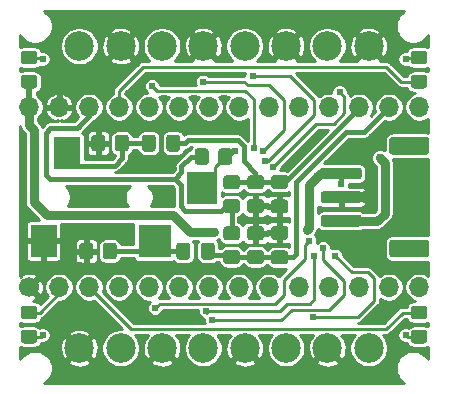
<source format=gtl>
G04 #@! TF.GenerationSoftware,KiCad,Pcbnew,(5.1.9)-1*
G04 #@! TF.CreationDate,2021-03-27T20:31:15-07:00*
G04 #@! TF.ProjectId,nibelung,6e696265-6c75-46e6-972e-6b696361645f,rev?*
G04 #@! TF.SameCoordinates,PX621abf0PY7065700*
G04 #@! TF.FileFunction,Copper,L1,Top*
G04 #@! TF.FilePolarity,Positive*
%FSLAX46Y46*%
G04 Gerber Fmt 4.6, Leading zero omitted, Abs format (unit mm)*
G04 Created by KiCad (PCBNEW (5.1.9)-1) date 2021-03-27 20:31:15*
%MOMM*%
%LPD*%
G01*
G04 APERTURE LIST*
G04 #@! TA.AperFunction,SMDPad,CuDef*
%ADD10R,2.800000X2.800000*%
G04 #@! TD*
G04 #@! TA.AperFunction,SMDPad,CuDef*
%ADD11R,2.600000X2.800000*%
G04 #@! TD*
G04 #@! TA.AperFunction,SMDPad,CuDef*
%ADD12R,2.200000X2.800000*%
G04 #@! TD*
G04 #@! TA.AperFunction,ComponentPad*
%ADD13C,2.500000*%
G04 #@! TD*
G04 #@! TA.AperFunction,ComponentPad*
%ADD14O,1.700000X1.700000*%
G04 #@! TD*
G04 #@! TA.AperFunction,ComponentPad*
%ADD15C,1.700000*%
G04 #@! TD*
G04 #@! TA.AperFunction,ViaPad*
%ADD16C,0.609600*%
G04 #@! TD*
G04 #@! TA.AperFunction,ViaPad*
%ADD17C,1.016000*%
G04 #@! TD*
G04 #@! TA.AperFunction,ViaPad*
%ADD18C,0.762000*%
G04 #@! TD*
G04 #@! TA.AperFunction,Conductor*
%ADD19C,0.762000*%
G04 #@! TD*
G04 #@! TA.AperFunction,Conductor*
%ADD20C,0.508000*%
G04 #@! TD*
G04 #@! TA.AperFunction,Conductor*
%ADD21C,0.381000*%
G04 #@! TD*
G04 #@! TA.AperFunction,Conductor*
%ADD22C,0.254000*%
G04 #@! TD*
G04 #@! TA.AperFunction,Conductor*
%ADD23C,0.100000*%
G04 #@! TD*
G04 APERTURE END LIST*
D10*
X11896000Y12556000D03*
D11*
X15896000Y17006000D03*
D12*
X2496000Y12556000D03*
X4496000Y19956000D03*
D13*
X30030000Y3467100D03*
X26530000Y3467100D03*
X23030000Y3467100D03*
X19530000Y3467100D03*
X16030000Y3467100D03*
X12530000Y3467100D03*
X5530000Y3467100D03*
X9030000Y3467100D03*
X5530000Y29044900D03*
X9030000Y29044900D03*
X12530000Y29044900D03*
X16030000Y29044900D03*
X19530000Y29044900D03*
X23030000Y29044900D03*
X30030000Y29044900D03*
X26530000Y29044900D03*
D14*
X3810000Y8636000D03*
X6350000Y8636000D03*
X8890000Y8636000D03*
X11430000Y8636000D03*
X13970000Y8636000D03*
X16510000Y8636000D03*
X19050000Y8636000D03*
X21590000Y8636000D03*
X24130000Y8636000D03*
X26670000Y8636000D03*
X29210000Y8636000D03*
X31750000Y8636000D03*
X34290000Y8636000D03*
X34290000Y23876000D03*
X31750000Y23876000D03*
X29210000Y23876000D03*
X26670000Y23876000D03*
X24130000Y23876000D03*
X21590000Y23876000D03*
X19050000Y23876000D03*
X16510000Y23876000D03*
X13970000Y23876000D03*
X11430000Y23876000D03*
X8890000Y23876000D03*
X6350000Y23876000D03*
X3810000Y23876000D03*
X1270000Y23876000D03*
D15*
X1270000Y8636000D03*
G04 #@! TA.AperFunction,SMDPad,CuDef*
G36*
G01*
X1720001Y5911000D02*
X819999Y5911000D01*
G75*
G02*
X570000Y6160999I0J249999D01*
G01*
X570000Y6811001D01*
G75*
G02*
X819999Y7061000I249999J0D01*
G01*
X1720001Y7061000D01*
G75*
G02*
X1970000Y6811001I0J-249999D01*
G01*
X1970000Y6160999D01*
G75*
G02*
X1720001Y5911000I-249999J0D01*
G01*
G37*
G04 #@! TD.AperFunction*
G04 #@! TA.AperFunction,SMDPad,CuDef*
G36*
G01*
X1720001Y3861000D02*
X819999Y3861000D01*
G75*
G02*
X570000Y4110999I0J249999D01*
G01*
X570000Y4761001D01*
G75*
G02*
X819999Y5011000I249999J0D01*
G01*
X1720001Y5011000D01*
G75*
G02*
X1970000Y4761001I0J-249999D01*
G01*
X1970000Y4110999D01*
G75*
G02*
X1720001Y3861000I-249999J0D01*
G01*
G37*
G04 #@! TD.AperFunction*
G04 #@! TA.AperFunction,SMDPad,CuDef*
G36*
G01*
X34740001Y5911000D02*
X33839999Y5911000D01*
G75*
G02*
X33590000Y6160999I0J249999D01*
G01*
X33590000Y6811001D01*
G75*
G02*
X33839999Y7061000I249999J0D01*
G01*
X34740001Y7061000D01*
G75*
G02*
X34990000Y6811001I0J-249999D01*
G01*
X34990000Y6160999D01*
G75*
G02*
X34740001Y5911000I-249999J0D01*
G01*
G37*
G04 #@! TD.AperFunction*
G04 #@! TA.AperFunction,SMDPad,CuDef*
G36*
G01*
X34740001Y3861000D02*
X33839999Y3861000D01*
G75*
G02*
X33590000Y4110999I0J249999D01*
G01*
X33590000Y4761001D01*
G75*
G02*
X33839999Y5011000I249999J0D01*
G01*
X34740001Y5011000D01*
G75*
G02*
X34990000Y4761001I0J-249999D01*
G01*
X34990000Y4110999D01*
G75*
G02*
X34740001Y3861000I-249999J0D01*
G01*
G37*
G04 #@! TD.AperFunction*
G04 #@! TA.AperFunction,SMDPad,CuDef*
G36*
G01*
X33839999Y26601000D02*
X34740001Y26601000D01*
G75*
G02*
X34990000Y26351001I0J-249999D01*
G01*
X34990000Y25700999D01*
G75*
G02*
X34740001Y25451000I-249999J0D01*
G01*
X33839999Y25451000D01*
G75*
G02*
X33590000Y25700999I0J249999D01*
G01*
X33590000Y26351001D01*
G75*
G02*
X33839999Y26601000I249999J0D01*
G01*
G37*
G04 #@! TD.AperFunction*
G04 #@! TA.AperFunction,SMDPad,CuDef*
G36*
G01*
X33839999Y28651000D02*
X34740001Y28651000D01*
G75*
G02*
X34990000Y28401001I0J-249999D01*
G01*
X34990000Y27750999D01*
G75*
G02*
X34740001Y27501000I-249999J0D01*
G01*
X33839999Y27501000D01*
G75*
G02*
X33590000Y27750999I0J249999D01*
G01*
X33590000Y28401001D01*
G75*
G02*
X33839999Y28651000I249999J0D01*
G01*
G37*
G04 #@! TD.AperFunction*
G04 #@! TA.AperFunction,SMDPad,CuDef*
G36*
G01*
X819999Y26601000D02*
X1720001Y26601000D01*
G75*
G02*
X1970000Y26351001I0J-249999D01*
G01*
X1970000Y25700999D01*
G75*
G02*
X1720001Y25451000I-249999J0D01*
G01*
X819999Y25451000D01*
G75*
G02*
X570000Y25700999I0J249999D01*
G01*
X570000Y26351001D01*
G75*
G02*
X819999Y26601000I249999J0D01*
G01*
G37*
G04 #@! TD.AperFunction*
G04 #@! TA.AperFunction,SMDPad,CuDef*
G36*
G01*
X819999Y28651000D02*
X1720001Y28651000D01*
G75*
G02*
X1970000Y28401001I0J-249999D01*
G01*
X1970000Y27750999D01*
G75*
G02*
X1720001Y27501000I-249999J0D01*
G01*
X819999Y27501000D01*
G75*
G02*
X570000Y27750999I0J249999D01*
G01*
X570000Y28401001D01*
G75*
G02*
X819999Y28651000I249999J0D01*
G01*
G37*
G04 #@! TD.AperFunction*
G04 #@! TA.AperFunction,SMDPad,CuDef*
G36*
G01*
X22954000Y12642000D02*
X22004000Y12642000D01*
G75*
G02*
X21754000Y12892000I0J250000D01*
G01*
X21754000Y13567000D01*
G75*
G02*
X22004000Y13817000I250000J0D01*
G01*
X22954000Y13817000D01*
G75*
G02*
X23204000Y13567000I0J-250000D01*
G01*
X23204000Y12892000D01*
G75*
G02*
X22954000Y12642000I-250000J0D01*
G01*
G37*
G04 #@! TD.AperFunction*
G04 #@! TA.AperFunction,SMDPad,CuDef*
G36*
G01*
X22954000Y10567000D02*
X22004000Y10567000D01*
G75*
G02*
X21754000Y10817000I0J250000D01*
G01*
X21754000Y11492000D01*
G75*
G02*
X22004000Y11742000I250000J0D01*
G01*
X22954000Y11742000D01*
G75*
G02*
X23204000Y11492000I0J-250000D01*
G01*
X23204000Y10817000D01*
G75*
G02*
X22954000Y10567000I-250000J0D01*
G01*
G37*
G04 #@! TD.AperFunction*
G04 #@! TA.AperFunction,SMDPad,CuDef*
G36*
G01*
X34906200Y19856000D02*
X32006200Y19856000D01*
G75*
G02*
X31756200Y20106000I0J250000D01*
G01*
X31756200Y21106000D01*
G75*
G02*
X32006200Y21356000I250000J0D01*
G01*
X34906200Y21356000D01*
G75*
G02*
X35156200Y21106000I0J-250000D01*
G01*
X35156200Y20106000D01*
G75*
G02*
X34906200Y19856000I-250000J0D01*
G01*
G37*
G04 #@! TD.AperFunction*
G04 #@! TA.AperFunction,SMDPad,CuDef*
G36*
G01*
X34906200Y11156000D02*
X32006200Y11156000D01*
G75*
G02*
X31756200Y11406000I0J250000D01*
G01*
X31756200Y12406000D01*
G75*
G02*
X32006200Y12656000I250000J0D01*
G01*
X34906200Y12656000D01*
G75*
G02*
X35156200Y12406000I0J-250000D01*
G01*
X35156200Y11406000D01*
G75*
G02*
X34906200Y11156000I-250000J0D01*
G01*
G37*
G04 #@! TD.AperFunction*
G04 #@! TA.AperFunction,SMDPad,CuDef*
G36*
G01*
X29206200Y17756000D02*
X26206200Y17756000D01*
G75*
G02*
X25956200Y18006000I0J250000D01*
G01*
X25956200Y18506000D01*
G75*
G02*
X26206200Y18756000I250000J0D01*
G01*
X29206200Y18756000D01*
G75*
G02*
X29456200Y18506000I0J-250000D01*
G01*
X29456200Y18006000D01*
G75*
G02*
X29206200Y17756000I-250000J0D01*
G01*
G37*
G04 #@! TD.AperFunction*
G04 #@! TA.AperFunction,SMDPad,CuDef*
G36*
G01*
X29206200Y15756000D02*
X26206200Y15756000D01*
G75*
G02*
X25956200Y16006000I0J250000D01*
G01*
X25956200Y16506000D01*
G75*
G02*
X26206200Y16756000I250000J0D01*
G01*
X29206200Y16756000D01*
G75*
G02*
X29456200Y16506000I0J-250000D01*
G01*
X29456200Y16006000D01*
G75*
G02*
X29206200Y15756000I-250000J0D01*
G01*
G37*
G04 #@! TD.AperFunction*
G04 #@! TA.AperFunction,SMDPad,CuDef*
G36*
G01*
X29206200Y13756000D02*
X26206200Y13756000D01*
G75*
G02*
X25956200Y14006000I0J250000D01*
G01*
X25956200Y14506000D01*
G75*
G02*
X26206200Y14756000I250000J0D01*
G01*
X29206200Y14756000D01*
G75*
G02*
X29456200Y14506000I0J-250000D01*
G01*
X29456200Y14006000D01*
G75*
G02*
X29206200Y13756000I-250000J0D01*
G01*
G37*
G04 #@! TD.AperFunction*
G04 #@! TA.AperFunction,SMDPad,CuDef*
G36*
G01*
X17291000Y19234999D02*
X17291000Y20135001D01*
G75*
G02*
X17540999Y20385000I249999J0D01*
G01*
X18241001Y20385000D01*
G75*
G02*
X18491000Y20135001I0J-249999D01*
G01*
X18491000Y19234999D01*
G75*
G02*
X18241001Y18985000I-249999J0D01*
G01*
X17540999Y18985000D01*
G75*
G02*
X17291000Y19234999I0J249999D01*
G01*
G37*
G04 #@! TD.AperFunction*
G04 #@! TA.AperFunction,SMDPad,CuDef*
G36*
G01*
X15291000Y19234999D02*
X15291000Y20135001D01*
G75*
G02*
X15540999Y20385000I249999J0D01*
G01*
X16241001Y20385000D01*
G75*
G02*
X16491000Y20135001I0J-249999D01*
G01*
X16491000Y19234999D01*
G75*
G02*
X16241001Y18985000I-249999J0D01*
G01*
X15540999Y18985000D01*
G75*
G02*
X15291000Y19234999I0J249999D01*
G01*
G37*
G04 #@! TD.AperFunction*
G04 #@! TA.AperFunction,SMDPad,CuDef*
G36*
G01*
X19996999Y16110000D02*
X20897001Y16110000D01*
G75*
G02*
X21147000Y15860001I0J-249999D01*
G01*
X21147000Y15159999D01*
G75*
G02*
X20897001Y14910000I-249999J0D01*
G01*
X19996999Y14910000D01*
G75*
G02*
X19747000Y15159999I0J249999D01*
G01*
X19747000Y15860001D01*
G75*
G02*
X19996999Y16110000I249999J0D01*
G01*
G37*
G04 #@! TD.AperFunction*
G04 #@! TA.AperFunction,SMDPad,CuDef*
G36*
G01*
X19996999Y18110000D02*
X20897001Y18110000D01*
G75*
G02*
X21147000Y17860001I0J-249999D01*
G01*
X21147000Y17159999D01*
G75*
G02*
X20897001Y16910000I-249999J0D01*
G01*
X19996999Y16910000D01*
G75*
G02*
X19747000Y17159999I0J249999D01*
G01*
X19747000Y17860001D01*
G75*
G02*
X19996999Y18110000I249999J0D01*
G01*
G37*
G04 #@! TD.AperFunction*
G04 #@! TA.AperFunction,SMDPad,CuDef*
G36*
G01*
X18865001Y16910000D02*
X17964999Y16910000D01*
G75*
G02*
X17715000Y17159999I0J249999D01*
G01*
X17715000Y17860001D01*
G75*
G02*
X17964999Y18110000I249999J0D01*
G01*
X18865001Y18110000D01*
G75*
G02*
X19115000Y17860001I0J-249999D01*
G01*
X19115000Y17159999D01*
G75*
G02*
X18865001Y16910000I-249999J0D01*
G01*
G37*
G04 #@! TD.AperFunction*
G04 #@! TA.AperFunction,SMDPad,CuDef*
G36*
G01*
X18865001Y14910000D02*
X17964999Y14910000D01*
G75*
G02*
X17715000Y15159999I0J249999D01*
G01*
X17715000Y15860001D01*
G75*
G02*
X17964999Y16110000I249999J0D01*
G01*
X18865001Y16110000D01*
G75*
G02*
X19115000Y15860001I0J-249999D01*
G01*
X19115000Y15159999D01*
G75*
G02*
X18865001Y14910000I-249999J0D01*
G01*
G37*
G04 #@! TD.AperFunction*
G04 #@! TA.AperFunction,SMDPad,CuDef*
G36*
G01*
X7728000Y21278001D02*
X7728000Y20377999D01*
G75*
G02*
X7478001Y20128000I-249999J0D01*
G01*
X6777999Y20128000D01*
G75*
G02*
X6528000Y20377999I0J249999D01*
G01*
X6528000Y21278001D01*
G75*
G02*
X6777999Y21528000I249999J0D01*
G01*
X7478001Y21528000D01*
G75*
G02*
X7728000Y21278001I0J-249999D01*
G01*
G37*
G04 #@! TD.AperFunction*
G04 #@! TA.AperFunction,SMDPad,CuDef*
G36*
G01*
X9728000Y21278001D02*
X9728000Y20377999D01*
G75*
G02*
X9478001Y20128000I-249999J0D01*
G01*
X8777999Y20128000D01*
G75*
G02*
X8528000Y20377999I0J249999D01*
G01*
X8528000Y21278001D01*
G75*
G02*
X8777999Y21528000I249999J0D01*
G01*
X9478001Y21528000D01*
G75*
G02*
X9728000Y21278001I0J-249999D01*
G01*
G37*
G04 #@! TD.AperFunction*
G04 #@! TA.AperFunction,SMDPad,CuDef*
G36*
G01*
X20897001Y12592000D02*
X19996999Y12592000D01*
G75*
G02*
X19747000Y12841999I0J249999D01*
G01*
X19747000Y13542001D01*
G75*
G02*
X19996999Y13792000I249999J0D01*
G01*
X20897001Y13792000D01*
G75*
G02*
X21147000Y13542001I0J-249999D01*
G01*
X21147000Y12841999D01*
G75*
G02*
X20897001Y12592000I-249999J0D01*
G01*
G37*
G04 #@! TD.AperFunction*
G04 #@! TA.AperFunction,SMDPad,CuDef*
G36*
G01*
X20897001Y10592000D02*
X19996999Y10592000D01*
G75*
G02*
X19747000Y10841999I0J249999D01*
G01*
X19747000Y11542001D01*
G75*
G02*
X19996999Y11792000I249999J0D01*
G01*
X20897001Y11792000D01*
G75*
G02*
X21147000Y11542001I0J-249999D01*
G01*
X21147000Y10841999D01*
G75*
G02*
X20897001Y10592000I-249999J0D01*
G01*
G37*
G04 #@! TD.AperFunction*
G04 #@! TA.AperFunction,SMDPad,CuDef*
G36*
G01*
X17964999Y13792000D02*
X18865001Y13792000D01*
G75*
G02*
X19115000Y13542001I0J-249999D01*
G01*
X19115000Y12841999D01*
G75*
G02*
X18865001Y12592000I-249999J0D01*
G01*
X17964999Y12592000D01*
G75*
G02*
X17715000Y12841999I0J249999D01*
G01*
X17715000Y13542001D01*
G75*
G02*
X17964999Y13792000I249999J0D01*
G01*
G37*
G04 #@! TD.AperFunction*
G04 #@! TA.AperFunction,SMDPad,CuDef*
G36*
G01*
X17964999Y11792000D02*
X18865001Y11792000D01*
G75*
G02*
X19115000Y11542001I0J-249999D01*
G01*
X19115000Y10841999D01*
G75*
G02*
X18865001Y10592000I-249999J0D01*
G01*
X17964999Y10592000D01*
G75*
G02*
X17715000Y10841999I0J249999D01*
G01*
X17715000Y11542001D01*
G75*
G02*
X17964999Y11792000I249999J0D01*
G01*
G37*
G04 #@! TD.AperFunction*
G04 #@! TA.AperFunction,SMDPad,CuDef*
G36*
G01*
X6712000Y12134001D02*
X6712000Y11233999D01*
G75*
G02*
X6462001Y10984000I-249999J0D01*
G01*
X5761999Y10984000D01*
G75*
G02*
X5512000Y11233999I0J249999D01*
G01*
X5512000Y12134001D01*
G75*
G02*
X5761999Y12384000I249999J0D01*
G01*
X6462001Y12384000D01*
G75*
G02*
X6712000Y12134001I0J-249999D01*
G01*
G37*
G04 #@! TD.AperFunction*
G04 #@! TA.AperFunction,SMDPad,CuDef*
G36*
G01*
X8712000Y12134001D02*
X8712000Y11233999D01*
G75*
G02*
X8462001Y10984000I-249999J0D01*
G01*
X7761999Y10984000D01*
G75*
G02*
X7512000Y11233999I0J249999D01*
G01*
X7512000Y12134001D01*
G75*
G02*
X7761999Y12384000I249999J0D01*
G01*
X8462001Y12384000D01*
G75*
G02*
X8712000Y12134001I0J-249999D01*
G01*
G37*
G04 #@! TD.AperFunction*
G04 #@! TA.AperFunction,SMDPad,CuDef*
G36*
G01*
X22004000Y16060000D02*
X22954000Y16060000D01*
G75*
G02*
X23204000Y15810000I0J-250000D01*
G01*
X23204000Y15135000D01*
G75*
G02*
X22954000Y14885000I-250000J0D01*
G01*
X22004000Y14885000D01*
G75*
G02*
X21754000Y15135000I0J250000D01*
G01*
X21754000Y15810000D01*
G75*
G02*
X22004000Y16060000I250000J0D01*
G01*
G37*
G04 #@! TD.AperFunction*
G04 #@! TA.AperFunction,SMDPad,CuDef*
G36*
G01*
X22004000Y18135000D02*
X22954000Y18135000D01*
G75*
G02*
X23204000Y17885000I0J-250000D01*
G01*
X23204000Y17210000D01*
G75*
G02*
X22954000Y16960000I-250000J0D01*
G01*
X22004000Y16960000D01*
G75*
G02*
X21754000Y17210000I0J250000D01*
G01*
X21754000Y17885000D01*
G75*
G02*
X22004000Y18135000I250000J0D01*
G01*
G37*
G04 #@! TD.AperFunction*
G04 #@! TA.AperFunction,SMDPad,CuDef*
G36*
G01*
X11996000Y21303000D02*
X11996000Y20353000D01*
G75*
G02*
X11746000Y20103000I-250000J0D01*
G01*
X11071000Y20103000D01*
G75*
G02*
X10821000Y20353000I0J250000D01*
G01*
X10821000Y21303000D01*
G75*
G02*
X11071000Y21553000I250000J0D01*
G01*
X11746000Y21553000D01*
G75*
G02*
X11996000Y21303000I0J-250000D01*
G01*
G37*
G04 #@! TD.AperFunction*
G04 #@! TA.AperFunction,SMDPad,CuDef*
G36*
G01*
X14071000Y21303000D02*
X14071000Y20353000D01*
G75*
G02*
X13821000Y20103000I-250000J0D01*
G01*
X13146000Y20103000D01*
G75*
G02*
X12896000Y20353000I0J250000D01*
G01*
X12896000Y21303000D01*
G75*
G02*
X13146000Y21553000I250000J0D01*
G01*
X13821000Y21553000D01*
G75*
G02*
X14071000Y21303000I0J-250000D01*
G01*
G37*
G04 #@! TD.AperFunction*
G04 #@! TA.AperFunction,SMDPad,CuDef*
G36*
G01*
X14917000Y12159000D02*
X14917000Y11209000D01*
G75*
G02*
X14667000Y10959000I-250000J0D01*
G01*
X13992000Y10959000D01*
G75*
G02*
X13742000Y11209000I0J250000D01*
G01*
X13742000Y12159000D01*
G75*
G02*
X13992000Y12409000I250000J0D01*
G01*
X14667000Y12409000D01*
G75*
G02*
X14917000Y12159000I0J-250000D01*
G01*
G37*
G04 #@! TD.AperFunction*
G04 #@! TA.AperFunction,SMDPad,CuDef*
G36*
G01*
X16992000Y12159000D02*
X16992000Y11209000D01*
G75*
G02*
X16742000Y10959000I-250000J0D01*
G01*
X16067000Y10959000D01*
G75*
G02*
X15817000Y11209000I0J250000D01*
G01*
X15817000Y12159000D01*
G75*
G02*
X16067000Y12409000I250000J0D01*
G01*
X16742000Y12409000D01*
G75*
G02*
X16992000Y12159000I0J-250000D01*
G01*
G37*
G04 #@! TD.AperFunction*
D16*
X3302000Y762000D03*
X32258000Y762000D03*
X32258000Y31750000D03*
X3302000Y31750000D03*
X762000Y20828000D03*
X762000Y18796000D03*
X762000Y16256000D03*
X762000Y13716000D03*
X762000Y11684000D03*
X12700000Y18796000D03*
X5461000Y10541000D03*
X7620000Y10160000D03*
X6477000Y16891000D03*
X4953000Y15748000D03*
X7493000Y15748000D03*
X9144000Y15748000D03*
X8890000Y10160000D03*
D17*
X29591000Y16256000D03*
D16*
X24511000Y26543000D03*
X30099000Y26289000D03*
X28956000Y10668000D03*
X34798000Y13462000D03*
X34798000Y19050000D03*
X34798000Y16256000D03*
X12573000Y22479000D03*
X2794000Y10541000D03*
X19431000Y14351000D03*
X21463000Y14351000D03*
X22987000Y18796000D03*
X9398000Y12446000D03*
X32575500Y19050000D03*
X32258000Y29210000D03*
X3302000Y29210000D03*
X32258000Y3302000D03*
X3302000Y3302000D03*
X762000Y29210000D03*
X762000Y3302000D03*
X34798000Y3302000D03*
X34798000Y29210000D03*
X5080000Y7874000D03*
X17780000Y7874000D03*
X20320000Y7874000D03*
X5080000Y24638000D03*
X7620000Y24638000D03*
X10160000Y24638000D03*
X12700000Y24638000D03*
X15240000Y24638000D03*
X17780000Y24638000D03*
X28321000Y20828000D03*
X15240000Y7874000D03*
X12700000Y7874000D03*
X30480000Y5842000D03*
X12192000Y16891000D03*
X28956000Y12319000D03*
D18*
X16891000Y13335000D03*
D16*
X27686000Y17399000D03*
X25654000Y18034000D03*
D18*
X24765000Y13462000D03*
D16*
X18681690Y20186118D03*
X11684000Y25654000D03*
X20292760Y20447000D03*
X21082000Y20193000D03*
X16002000Y26035000D03*
X21209000Y19304000D03*
X20193004Y26543000D03*
X21905972Y18796000D03*
X27559000Y25146000D03*
X11938000Y6857996D03*
X24993600Y12573000D03*
D18*
X30988004Y19557996D03*
D16*
X2413000Y27940000D03*
X33147003Y27939997D03*
X33146996Y4571996D03*
X2413000Y4572000D03*
X25400000Y11303000D03*
X16256000Y6603985D03*
X16764000Y5842000D03*
X26166520Y11933480D03*
X25273000Y6096000D03*
X27178000Y11303000D03*
D19*
X27706200Y16256000D02*
X29591000Y16256000D01*
D20*
X1270000Y23876000D02*
X1270000Y26026000D01*
D21*
X27706200Y18256000D02*
X27706200Y17419200D01*
X27706200Y17419200D02*
X27686000Y17399000D01*
D19*
X1270000Y22352000D02*
X1270000Y23876000D01*
X1651001Y21970999D02*
X1270000Y22352000D01*
X1651001Y15874999D02*
X1651001Y21970999D01*
X2794000Y14732000D02*
X1651001Y15874999D01*
X13462000Y14732000D02*
X2794000Y14732000D01*
X14859000Y13335000D02*
X13462000Y14732000D01*
X16891000Y13335000D02*
X14859000Y13335000D01*
X24968253Y13665253D02*
X24765000Y13462000D01*
X25956200Y18256000D02*
X24968253Y17268053D01*
X24968253Y17268053D02*
X24968253Y13665253D01*
X27706200Y18256000D02*
X25956200Y18256000D01*
D21*
X11024000Y11684000D02*
X11896000Y12556000D01*
X8112000Y11684000D02*
X11024000Y11684000D01*
X12768000Y11684000D02*
X11896000Y12556000D01*
X14329500Y11684000D02*
X13716000Y11684000D01*
X13716000Y11684000D02*
X12768000Y11684000D01*
X14202500Y11684000D02*
X13716000Y11684000D01*
X18240500Y11366500D02*
X18415000Y11192000D01*
X16700500Y11366500D02*
X18240500Y11366500D01*
X16404500Y11662500D02*
X16700500Y11366500D01*
X16404500Y11684000D02*
X16404500Y11662500D01*
X20431000Y11192000D02*
X20447000Y11176000D01*
X18415000Y11192000D02*
X20431000Y11192000D01*
X22457500Y11176000D02*
X22479000Y11154500D01*
X20447000Y11176000D02*
X22457500Y11176000D01*
X22479000Y11154500D02*
X22711500Y11154500D01*
X28106061Y21780509D02*
X29654509Y21780509D01*
X23600500Y11154500D02*
X23876000Y11430000D01*
X22479000Y11154500D02*
X23600500Y11154500D01*
X23876000Y11430000D02*
X23876000Y17550448D01*
X23876000Y17550448D02*
X28106061Y21780509D01*
X29654509Y21780509D02*
X31750000Y23876000D01*
X5529000Y18923000D02*
X4496000Y19956000D01*
X8509000Y18923000D02*
X5529000Y18923000D01*
X9128000Y19542000D02*
X8509000Y18923000D01*
X9128000Y20828000D02*
X9128000Y19542000D01*
X11408500Y20828000D02*
X11430000Y20828000D01*
X11430000Y20828000D02*
X9128000Y20828000D01*
X20447000Y17510000D02*
X22441500Y17510000D01*
X20431000Y17526000D02*
X20447000Y17510000D01*
X18415000Y17510000D02*
X20447000Y17510000D01*
X29210000Y23782486D02*
X29210000Y23876000D01*
X22975014Y17547500D02*
X29210000Y23782486D01*
X22479000Y17547500D02*
X22975014Y17547500D01*
X20425500Y18288000D02*
X20425500Y17531500D01*
X20425500Y17531500D02*
X20447000Y17510000D01*
X19431000Y19282500D02*
X20425500Y18288000D01*
X19431000Y20574000D02*
X19431000Y19282500D01*
X18923000Y21082000D02*
X19431000Y20574000D01*
X14732000Y21082000D02*
X18923000Y21082000D01*
X14478000Y20828000D02*
X14732000Y21082000D01*
X13483500Y20828000D02*
X14478000Y20828000D01*
D22*
X17018000Y18812000D02*
X17891000Y19685000D01*
X17018000Y18288000D02*
X17018000Y18812000D01*
X15896000Y17166000D02*
X17018000Y18288000D01*
X15896000Y17006000D02*
X15896000Y17166000D01*
X17891000Y19812000D02*
X18307572Y19812000D01*
X18307572Y19812000D02*
X18681690Y20186118D01*
X19557999Y25273001D02*
X20292760Y24538240D01*
X11684000Y25654000D02*
X12064999Y25273001D01*
X12064999Y25273001D02*
X19557999Y25273001D01*
X20292760Y24538240D02*
X20292760Y20593952D01*
X22860000Y21971000D02*
X21082000Y20193000D01*
X22860000Y24511000D02*
X22860000Y21971000D01*
X21615401Y25755599D02*
X22860000Y24511000D01*
X19786599Y25755599D02*
X21615401Y25755599D01*
X19507198Y26035000D02*
X19786599Y25755599D01*
X16002000Y26035000D02*
X19507198Y26035000D01*
X21463000Y19304000D02*
X25400000Y23241000D01*
X21209000Y19304000D02*
X21463000Y19304000D01*
X25400000Y24511000D02*
X23368000Y26543000D01*
X23368000Y26543000D02*
X20193004Y26543000D01*
X25400000Y23241000D02*
X25400000Y24511000D01*
X27940000Y24765000D02*
X27559000Y25146000D01*
X27940000Y23360356D02*
X27940000Y24765000D01*
X27058644Y22479000D02*
X27940000Y23360356D01*
X25588972Y22479000D02*
X27058644Y22479000D01*
X21905972Y18796000D02*
X25588972Y22479000D01*
X24638000Y12217400D02*
X24993600Y12573000D01*
X22860000Y8001000D02*
X22860000Y9271000D01*
X22860000Y9271000D02*
X24638000Y11049000D01*
X22097995Y7238995D02*
X22860000Y8001000D01*
X12318999Y7238995D02*
X22097995Y7238995D01*
X24638000Y11049000D02*
X24638000Y12217400D01*
X11938000Y6857996D02*
X12318999Y7238995D01*
D19*
X30766000Y14256000D02*
X31369003Y14859003D01*
X27706200Y14256000D02*
X30766000Y14256000D01*
X31369003Y14859003D02*
X31369003Y19176997D01*
X31369003Y19176997D02*
X30988004Y19557996D01*
D22*
X1270000Y28076000D02*
X1025000Y28076000D01*
X1270000Y28076000D02*
X2277000Y28076000D01*
X2277000Y28076000D02*
X2413000Y27940000D01*
X34290000Y28076000D02*
X33283006Y28076000D01*
X33283006Y28076000D02*
X33147003Y27939997D01*
X34290000Y4436000D02*
X33282992Y4436000D01*
X33282992Y4436000D02*
X33146996Y4571996D01*
X2277000Y4436000D02*
X2413000Y4572000D01*
X1270000Y4436000D02*
X2277000Y4436000D01*
D21*
X2667000Y21717000D02*
X3048000Y22098000D01*
X3048000Y22098000D02*
X5334000Y22098000D01*
X3048000Y17780000D02*
X2667000Y18161000D01*
X13589000Y17780000D02*
X3048000Y17780000D01*
X2667000Y18161000D02*
X2667000Y21717000D01*
X6350000Y23114000D02*
X6350000Y23876000D01*
X5334000Y22098000D02*
X6350000Y23114000D01*
X5461000Y22225000D02*
X5334000Y22098000D01*
X14986000Y19685000D02*
X15891000Y19685000D01*
X14160500Y18859500D02*
X14986000Y19685000D01*
X14160500Y18351500D02*
X14160500Y18859500D01*
X13589000Y17780000D02*
X14160500Y18351500D01*
X18415000Y13192000D02*
X18415000Y15510000D01*
X14097000Y17272000D02*
X13589000Y17780000D01*
X17923000Y15510000D02*
X17526000Y15113000D01*
X18415000Y15510000D02*
X17923000Y15510000D01*
X14478000Y15113000D02*
X14097000Y15494000D01*
X14097000Y15494000D02*
X14097000Y17272000D01*
X17526000Y15113000D02*
X14478000Y15113000D01*
D22*
X8890000Y25273000D02*
X10922000Y27305000D01*
X8890000Y23876000D02*
X8890000Y25273000D01*
X10922000Y27305000D02*
X31496000Y27305000D01*
X31496000Y27305000D02*
X32775000Y26026000D01*
X32775000Y26026000D02*
X34290000Y26026000D01*
X32902000Y6486000D02*
X34290000Y6486000D01*
X31496000Y5080000D02*
X32902000Y6486000D01*
X9906000Y5080000D02*
X31496000Y5080000D01*
X6350000Y8636000D02*
X9906000Y5080000D01*
X3810000Y8636000D02*
X3810000Y8128000D01*
X2168000Y6486000D02*
X1270000Y6486000D01*
X3810000Y8128000D02*
X2168000Y6486000D01*
X16383000Y6604000D02*
X16256000Y6477000D01*
X22479000Y6604000D02*
X16383000Y6604000D01*
X25019000Y7239000D02*
X23114000Y7239000D01*
X25400000Y7620000D02*
X25019000Y7239000D01*
X23114000Y7239000D02*
X22479000Y6604000D01*
X25400000Y11303000D02*
X25400000Y7620000D01*
X27940000Y9144000D02*
X26166520Y10917480D01*
X26670000Y6731000D02*
X27940000Y8001000D01*
X23495000Y6731000D02*
X26670000Y6731000D01*
X16764000Y5842000D02*
X22606000Y5842000D01*
X27940000Y8001000D02*
X27940000Y9144000D01*
X22606000Y5842000D02*
X23495000Y6731000D01*
X26166520Y10917480D02*
X26166520Y11933480D01*
X29083000Y6096000D02*
X25273000Y6096000D01*
X30480000Y7493000D02*
X29083000Y6096000D01*
X30480000Y9398000D02*
X30480000Y7493000D01*
X29972000Y9906000D02*
X30480000Y9398000D01*
X28575000Y9906000D02*
X29972000Y9906000D01*
X27178000Y11303000D02*
X28575000Y9906000D01*
X519026Y22202623D02*
X562598Y22058986D01*
X590171Y22007400D01*
X633355Y21926608D01*
X665310Y21887671D01*
X728578Y21810578D01*
X757654Y21786716D01*
X889002Y21655368D01*
X889001Y15912422D01*
X885315Y15874999D01*
X889001Y15837576D01*
X889001Y15837574D01*
X900027Y15725622D01*
X943599Y15581985D01*
X967070Y15538074D01*
X1014356Y15449607D01*
X1028769Y15432045D01*
X1109579Y15333577D01*
X1138655Y15309715D01*
X2111028Y14337342D01*
X1396000Y14338843D01*
X1321311Y14331487D01*
X1249492Y14309701D01*
X1183304Y14274322D01*
X1125289Y14226711D01*
X1077678Y14168696D01*
X1042299Y14102508D01*
X1020513Y14030689D01*
X1013157Y13956000D01*
X1015000Y12778250D01*
X1110250Y12683000D01*
X2369000Y12683000D01*
X2369000Y12703000D01*
X2623000Y12703000D01*
X2623000Y12683000D01*
X3881750Y12683000D01*
X3977000Y12778250D01*
X3978843Y13956000D01*
X3977464Y13970000D01*
X10114536Y13970000D01*
X10113157Y13956000D01*
X10113157Y12255500D01*
X9082876Y12255500D01*
X9082683Y12257462D01*
X9046671Y12376179D01*
X8988190Y12485589D01*
X8909488Y12581488D01*
X8813589Y12660190D01*
X8704179Y12718671D01*
X8585462Y12754683D01*
X8462001Y12766843D01*
X7761999Y12766843D01*
X7638538Y12754683D01*
X7519821Y12718671D01*
X7410411Y12660190D01*
X7314512Y12581488D01*
X7235810Y12485589D01*
X7177329Y12376179D01*
X7141317Y12257462D01*
X7129157Y12134001D01*
X7129157Y11233999D01*
X7141317Y11110538D01*
X7177329Y10991821D01*
X7235810Y10882411D01*
X7314512Y10786512D01*
X7410411Y10707810D01*
X7519821Y10649329D01*
X7638538Y10613317D01*
X7761999Y10601157D01*
X8462001Y10601157D01*
X8585462Y10613317D01*
X8704179Y10649329D01*
X8813589Y10707810D01*
X8909488Y10786512D01*
X8988190Y10882411D01*
X9046671Y10991821D01*
X9082683Y11110538D01*
X9082876Y11112500D01*
X10117441Y11112500D01*
X10120513Y11081311D01*
X10142299Y11009492D01*
X10177678Y10943304D01*
X10225289Y10885289D01*
X10283304Y10837678D01*
X10349492Y10802299D01*
X10421311Y10780513D01*
X10496000Y10773157D01*
X13296000Y10773157D01*
X13370689Y10780513D01*
X13442508Y10802299D01*
X13490143Y10827761D01*
X13544512Y10761512D01*
X13640411Y10682810D01*
X13749821Y10624329D01*
X13868538Y10588317D01*
X13992000Y10576157D01*
X14667000Y10576157D01*
X14790462Y10588317D01*
X14909179Y10624329D01*
X15018589Y10682810D01*
X15114488Y10761512D01*
X15193190Y10857411D01*
X15251671Y10966821D01*
X15287683Y11085538D01*
X15299843Y11209000D01*
X15299843Y12159000D01*
X15287683Y12282462D01*
X15251671Y12401179D01*
X15193190Y12510589D01*
X15141971Y12573000D01*
X15592029Y12573000D01*
X15540810Y12510589D01*
X15482329Y12401179D01*
X15446317Y12282462D01*
X15434157Y12159000D01*
X15434157Y11209000D01*
X15446317Y11085538D01*
X15482329Y10966821D01*
X15540810Y10857411D01*
X15619512Y10761512D01*
X15715411Y10682810D01*
X15824821Y10624329D01*
X15943538Y10588317D01*
X16067000Y10576157D01*
X16742000Y10576157D01*
X16865462Y10588317D01*
X16984179Y10624329D01*
X17093589Y10682810D01*
X17189488Y10761512D01*
X17216971Y10795000D01*
X17336786Y10795000D01*
X17344317Y10718538D01*
X17380329Y10599821D01*
X17438810Y10490411D01*
X17517512Y10394512D01*
X17613411Y10315810D01*
X17722821Y10257329D01*
X17841538Y10221317D01*
X17964999Y10209157D01*
X18865001Y10209157D01*
X18988462Y10221317D01*
X19107179Y10257329D01*
X19216589Y10315810D01*
X19312488Y10394512D01*
X19391190Y10490411D01*
X19431000Y10564890D01*
X19470810Y10490411D01*
X19549512Y10394512D01*
X19645411Y10315810D01*
X19754821Y10257329D01*
X19873538Y10221317D01*
X19996999Y10209157D01*
X20897001Y10209157D01*
X21020462Y10221317D01*
X21139179Y10257329D01*
X21248589Y10315810D01*
X21344488Y10394512D01*
X21423190Y10490411D01*
X21443819Y10529004D01*
X21477810Y10465411D01*
X21556512Y10369512D01*
X21652411Y10290810D01*
X21761821Y10232329D01*
X21880538Y10196317D01*
X22004000Y10184157D01*
X22954000Y10184157D01*
X23065743Y10195163D01*
X22518430Y9647850D01*
X22499053Y9631948D01*
X22483151Y9612571D01*
X22483150Y9612570D01*
X22435571Y9554595D01*
X22427466Y9539431D01*
X22374717Y9592180D01*
X22173097Y9726898D01*
X21949069Y9819693D01*
X21711243Y9867000D01*
X21468757Y9867000D01*
X21230931Y9819693D01*
X21006903Y9726898D01*
X20805283Y9592180D01*
X20633820Y9420717D01*
X20499102Y9219097D01*
X20406307Y8995069D01*
X20359000Y8757243D01*
X20359000Y8514757D01*
X20406307Y8276931D01*
X20499102Y8052903D01*
X20633820Y7851283D01*
X20738108Y7746995D01*
X19901892Y7746995D01*
X20006180Y7851283D01*
X20140898Y8052903D01*
X20233693Y8276931D01*
X20281000Y8514757D01*
X20281000Y8757243D01*
X20233693Y8995069D01*
X20140898Y9219097D01*
X20006180Y9420717D01*
X19834717Y9592180D01*
X19633097Y9726898D01*
X19409069Y9819693D01*
X19171243Y9867000D01*
X18928757Y9867000D01*
X18690931Y9819693D01*
X18466903Y9726898D01*
X18265283Y9592180D01*
X18093820Y9420717D01*
X17959102Y9219097D01*
X17866307Y8995069D01*
X17819000Y8757243D01*
X17819000Y8514757D01*
X17866307Y8276931D01*
X17959102Y8052903D01*
X18093820Y7851283D01*
X18198108Y7746995D01*
X17361892Y7746995D01*
X17466180Y7851283D01*
X17600898Y8052903D01*
X17693693Y8276931D01*
X17741000Y8514757D01*
X17741000Y8757243D01*
X17693693Y8995069D01*
X17600898Y9219097D01*
X17466180Y9420717D01*
X17294717Y9592180D01*
X17093097Y9726898D01*
X16869069Y9819693D01*
X16631243Y9867000D01*
X16388757Y9867000D01*
X16150931Y9819693D01*
X15926903Y9726898D01*
X15725283Y9592180D01*
X15553820Y9420717D01*
X15419102Y9219097D01*
X15326307Y8995069D01*
X15279000Y8757243D01*
X15279000Y8514757D01*
X15326307Y8276931D01*
X15419102Y8052903D01*
X15553820Y7851283D01*
X15658108Y7746995D01*
X14821892Y7746995D01*
X14926180Y7851283D01*
X15060898Y8052903D01*
X15153693Y8276931D01*
X15201000Y8514757D01*
X15201000Y8757243D01*
X15153693Y8995069D01*
X15060898Y9219097D01*
X14926180Y9420717D01*
X14754717Y9592180D01*
X14553097Y9726898D01*
X14329069Y9819693D01*
X14091243Y9867000D01*
X13848757Y9867000D01*
X13610931Y9819693D01*
X13386903Y9726898D01*
X13185283Y9592180D01*
X13013820Y9420717D01*
X12879102Y9219097D01*
X12786307Y8995069D01*
X12739000Y8757243D01*
X12739000Y8514757D01*
X12786307Y8276931D01*
X12879102Y8052903D01*
X13013820Y7851283D01*
X13118108Y7746995D01*
X12343943Y7746995D01*
X12318999Y7749452D01*
X12294055Y7746995D01*
X12294052Y7746995D01*
X12280564Y7745667D01*
X12386180Y7851283D01*
X12520898Y8052903D01*
X12613693Y8276931D01*
X12661000Y8514757D01*
X12661000Y8757243D01*
X12613693Y8995069D01*
X12520898Y9219097D01*
X12386180Y9420717D01*
X12214717Y9592180D01*
X12013097Y9726898D01*
X11789069Y9819693D01*
X11551243Y9867000D01*
X11308757Y9867000D01*
X11070931Y9819693D01*
X10846903Y9726898D01*
X10645283Y9592180D01*
X10473820Y9420717D01*
X10339102Y9219097D01*
X10246307Y8995069D01*
X10199000Y8757243D01*
X10199000Y8514757D01*
X10246307Y8276931D01*
X10339102Y8052903D01*
X10473820Y7851283D01*
X10645283Y7679820D01*
X10846903Y7545102D01*
X11070931Y7452307D01*
X11308757Y7405000D01*
X11522243Y7405000D01*
X11500828Y7390691D01*
X11405305Y7295168D01*
X11330252Y7182844D01*
X11278555Y7058036D01*
X11252200Y6925541D01*
X11252200Y6790451D01*
X11278555Y6657956D01*
X11330252Y6533148D01*
X11405305Y6420824D01*
X11500828Y6325301D01*
X11613152Y6250248D01*
X11737960Y6198551D01*
X11870455Y6172196D01*
X12005545Y6172196D01*
X12138040Y6198551D01*
X12262848Y6250248D01*
X12375172Y6325301D01*
X12470695Y6420824D01*
X12545748Y6533148D01*
X12597445Y6657956D01*
X12611973Y6730995D01*
X15582028Y6730995D01*
X15570200Y6671530D01*
X15570200Y6536440D01*
X15596555Y6403945D01*
X15648252Y6279137D01*
X15723305Y6166813D01*
X15818828Y6071290D01*
X15931152Y5996237D01*
X16055960Y5944540D01*
X16084050Y5938953D01*
X16078200Y5909545D01*
X16078200Y5774455D01*
X16104555Y5641960D01*
X16126906Y5588000D01*
X10116421Y5588000D01*
X7502587Y8201833D01*
X7533693Y8276931D01*
X7581000Y8514757D01*
X7581000Y8757243D01*
X7659000Y8757243D01*
X7659000Y8514757D01*
X7706307Y8276931D01*
X7799102Y8052903D01*
X7933820Y7851283D01*
X8105283Y7679820D01*
X8306903Y7545102D01*
X8530931Y7452307D01*
X8768757Y7405000D01*
X9011243Y7405000D01*
X9249069Y7452307D01*
X9473097Y7545102D01*
X9674717Y7679820D01*
X9846180Y7851283D01*
X9980898Y8052903D01*
X10073693Y8276931D01*
X10121000Y8514757D01*
X10121000Y8757243D01*
X10073693Y8995069D01*
X9980898Y9219097D01*
X9846180Y9420717D01*
X9674717Y9592180D01*
X9473097Y9726898D01*
X9249069Y9819693D01*
X9011243Y9867000D01*
X8768757Y9867000D01*
X8530931Y9819693D01*
X8306903Y9726898D01*
X8105283Y9592180D01*
X7933820Y9420717D01*
X7799102Y9219097D01*
X7706307Y8995069D01*
X7659000Y8757243D01*
X7581000Y8757243D01*
X7533693Y8995069D01*
X7440898Y9219097D01*
X7306180Y9420717D01*
X7134717Y9592180D01*
X6933097Y9726898D01*
X6709069Y9819693D01*
X6471243Y9867000D01*
X6228757Y9867000D01*
X5990931Y9819693D01*
X5766903Y9726898D01*
X5565283Y9592180D01*
X5393820Y9420717D01*
X5259102Y9219097D01*
X5166307Y8995069D01*
X5119000Y8757243D01*
X5119000Y8514757D01*
X5166307Y8276931D01*
X5259102Y8052903D01*
X5393820Y7851283D01*
X5565283Y7679820D01*
X5766903Y7545102D01*
X5990931Y7452307D01*
X6228757Y7405000D01*
X6471243Y7405000D01*
X6709069Y7452307D01*
X6784167Y7483413D01*
X9169479Y5098100D01*
X8869360Y5098100D01*
X8554255Y5035422D01*
X8257432Y4912474D01*
X7990298Y4733981D01*
X7763119Y4506802D01*
X7584626Y4239668D01*
X7461678Y3942845D01*
X7399000Y3627740D01*
X7399000Y3306460D01*
X7461678Y2991355D01*
X7584626Y2694532D01*
X7763119Y2427398D01*
X7990298Y2200219D01*
X8257432Y2021726D01*
X8554255Y1898778D01*
X8869360Y1836100D01*
X9190640Y1836100D01*
X9505745Y1898778D01*
X9802568Y2021726D01*
X10069702Y2200219D01*
X10158961Y2289478D01*
X11531983Y2289478D01*
X11672325Y2070546D01*
X11961259Y1930057D01*
X12272050Y1848635D01*
X12592753Y1829410D01*
X12911044Y1873120D01*
X13214693Y1978086D01*
X13387675Y2070546D01*
X13528017Y2289478D01*
X12530000Y3287495D01*
X11531983Y2289478D01*
X10158961Y2289478D01*
X10296881Y2427398D01*
X10475374Y2694532D01*
X10598322Y2991355D01*
X10661000Y3306460D01*
X10661000Y3627740D01*
X10598322Y3942845D01*
X10475374Y4239668D01*
X10296881Y4506802D01*
X10231683Y4572000D01*
X11318026Y4572000D01*
X11281759Y4535733D01*
X11352376Y4465116D01*
X11133446Y4324775D01*
X10992957Y4035841D01*
X10911535Y3725050D01*
X10892310Y3404347D01*
X10936020Y3086056D01*
X11040986Y2782407D01*
X11133446Y2609425D01*
X11352378Y2469083D01*
X12350395Y3467100D01*
X12336253Y3481242D01*
X12515858Y3660847D01*
X12530000Y3646705D01*
X12544143Y3660847D01*
X12723748Y3481242D01*
X12709605Y3467100D01*
X13707622Y2469083D01*
X13926554Y2609425D01*
X14067043Y2898359D01*
X14148465Y3209150D01*
X14167690Y3529853D01*
X14123980Y3848144D01*
X14019014Y4151793D01*
X13926554Y4324775D01*
X13707624Y4465116D01*
X13778241Y4535733D01*
X13741974Y4572000D01*
X14828317Y4572000D01*
X14763119Y4506802D01*
X14584626Y4239668D01*
X14461678Y3942845D01*
X14399000Y3627740D01*
X14399000Y3306460D01*
X14461678Y2991355D01*
X14584626Y2694532D01*
X14763119Y2427398D01*
X14990298Y2200219D01*
X15257432Y2021726D01*
X15554255Y1898778D01*
X15869360Y1836100D01*
X16190640Y1836100D01*
X16505745Y1898778D01*
X16802568Y2021726D01*
X17069702Y2200219D01*
X17158961Y2289478D01*
X18531983Y2289478D01*
X18672325Y2070546D01*
X18961259Y1930057D01*
X19272050Y1848635D01*
X19592753Y1829410D01*
X19911044Y1873120D01*
X20214693Y1978086D01*
X20387675Y2070546D01*
X20528017Y2289478D01*
X19530000Y3287495D01*
X18531983Y2289478D01*
X17158961Y2289478D01*
X17296881Y2427398D01*
X17475374Y2694532D01*
X17598322Y2991355D01*
X17661000Y3306460D01*
X17661000Y3627740D01*
X17598322Y3942845D01*
X17475374Y4239668D01*
X17296881Y4506802D01*
X17231683Y4572000D01*
X18318026Y4572000D01*
X18281759Y4535733D01*
X18352376Y4465116D01*
X18133446Y4324775D01*
X17992957Y4035841D01*
X17911535Y3725050D01*
X17892310Y3404347D01*
X17936020Y3086056D01*
X18040986Y2782407D01*
X18133446Y2609425D01*
X18352378Y2469083D01*
X19350395Y3467100D01*
X19336253Y3481242D01*
X19515858Y3660847D01*
X19530000Y3646705D01*
X19544143Y3660847D01*
X19723748Y3481242D01*
X19709605Y3467100D01*
X20707622Y2469083D01*
X20926554Y2609425D01*
X21067043Y2898359D01*
X21148465Y3209150D01*
X21167690Y3529853D01*
X21123980Y3848144D01*
X21019014Y4151793D01*
X20926554Y4324775D01*
X20707624Y4465116D01*
X20778241Y4535733D01*
X20741974Y4572000D01*
X21828317Y4572000D01*
X21763119Y4506802D01*
X21584626Y4239668D01*
X21461678Y3942845D01*
X21399000Y3627740D01*
X21399000Y3306460D01*
X21461678Y2991355D01*
X21584626Y2694532D01*
X21763119Y2427398D01*
X21990298Y2200219D01*
X22257432Y2021726D01*
X22554255Y1898778D01*
X22869360Y1836100D01*
X23190640Y1836100D01*
X23505745Y1898778D01*
X23802568Y2021726D01*
X24069702Y2200219D01*
X24158961Y2289478D01*
X25531983Y2289478D01*
X25672325Y2070546D01*
X25961259Y1930057D01*
X26272050Y1848635D01*
X26592753Y1829410D01*
X26911044Y1873120D01*
X27214693Y1978086D01*
X27387675Y2070546D01*
X27528017Y2289478D01*
X26530000Y3287495D01*
X25531983Y2289478D01*
X24158961Y2289478D01*
X24296881Y2427398D01*
X24475374Y2694532D01*
X24598322Y2991355D01*
X24661000Y3306460D01*
X24661000Y3627740D01*
X24598322Y3942845D01*
X24475374Y4239668D01*
X24296881Y4506802D01*
X24231683Y4572000D01*
X25318026Y4572000D01*
X25281759Y4535733D01*
X25352376Y4465116D01*
X25133446Y4324775D01*
X24992957Y4035841D01*
X24911535Y3725050D01*
X24892310Y3404347D01*
X24936020Y3086056D01*
X25040986Y2782407D01*
X25133446Y2609425D01*
X25352378Y2469083D01*
X26350395Y3467100D01*
X26336253Y3481242D01*
X26515858Y3660847D01*
X26530000Y3646705D01*
X26544143Y3660847D01*
X26723748Y3481242D01*
X26709605Y3467100D01*
X27707622Y2469083D01*
X27926554Y2609425D01*
X28067043Y2898359D01*
X28148465Y3209150D01*
X28167690Y3529853D01*
X28123980Y3848144D01*
X28019014Y4151793D01*
X27926554Y4324775D01*
X27707624Y4465116D01*
X27778241Y4535733D01*
X27741974Y4572000D01*
X28828317Y4572000D01*
X28763119Y4506802D01*
X28584626Y4239668D01*
X28461678Y3942845D01*
X28399000Y3627740D01*
X28399000Y3306460D01*
X28461678Y2991355D01*
X28584626Y2694532D01*
X28763119Y2427398D01*
X28990298Y2200219D01*
X29257432Y2021726D01*
X29554255Y1898778D01*
X29869360Y1836100D01*
X30190640Y1836100D01*
X30505745Y1898778D01*
X30802568Y2021726D01*
X31069702Y2200219D01*
X31296881Y2427398D01*
X31475374Y2694532D01*
X31598322Y2991355D01*
X31661000Y3306460D01*
X31661000Y3627740D01*
X31598322Y3942845D01*
X31475374Y4239668D01*
X31296881Y4506802D01*
X31231683Y4572000D01*
X31471056Y4572000D01*
X31496000Y4569543D01*
X31520944Y4572000D01*
X31520947Y4572000D01*
X31595585Y4579351D01*
X31691343Y4608399D01*
X31779595Y4655571D01*
X31856948Y4719052D01*
X31872855Y4738435D01*
X33112421Y5978000D01*
X33237377Y5978000D01*
X33255329Y5918821D01*
X33313810Y5809411D01*
X33392512Y5713512D01*
X33488411Y5634810D01*
X33597821Y5576329D01*
X33716538Y5540317D01*
X33839999Y5528157D01*
X34740001Y5528157D01*
X34863462Y5540317D01*
X34982179Y5576329D01*
X35052000Y5613649D01*
X35052000Y5308351D01*
X34982179Y5345671D01*
X34863462Y5381683D01*
X34740001Y5393843D01*
X33839999Y5393843D01*
X33716538Y5381683D01*
X33597821Y5345671D01*
X33488411Y5287190D01*
X33395845Y5211224D01*
X33347036Y5231441D01*
X33214541Y5257796D01*
X33079451Y5257796D01*
X32946956Y5231441D01*
X32822148Y5179744D01*
X32709824Y5104691D01*
X32614301Y5009168D01*
X32539248Y4896844D01*
X32487551Y4772036D01*
X32461196Y4639541D01*
X32461196Y4504451D01*
X32487551Y4371956D01*
X32539248Y4247148D01*
X32614301Y4134824D01*
X32709824Y4039301D01*
X32822148Y3964248D01*
X32946956Y3912551D01*
X33079451Y3886196D01*
X33214541Y3886196D01*
X33248037Y3892859D01*
X33255329Y3868821D01*
X33313810Y3759411D01*
X33392512Y3663512D01*
X33488411Y3584810D01*
X33597821Y3526329D01*
X33716538Y3490317D01*
X33839999Y3478157D01*
X34740001Y3478157D01*
X34863462Y3490317D01*
X34982179Y3526329D01*
X35052000Y3563649D01*
X35052000Y2543041D01*
X34932368Y2722083D01*
X34726083Y2928368D01*
X34483517Y3090445D01*
X34213992Y3202086D01*
X33927866Y3259000D01*
X33636134Y3259000D01*
X33350008Y3202086D01*
X33080483Y3090445D01*
X32837917Y2928368D01*
X32631632Y2722083D01*
X32469555Y2479517D01*
X32357914Y2209992D01*
X32301000Y1923866D01*
X32301000Y1632134D01*
X32357914Y1346008D01*
X32469555Y1076483D01*
X32631632Y833917D01*
X32837917Y627632D01*
X33016959Y508000D01*
X2543041Y508000D01*
X2722083Y627632D01*
X2928368Y833917D01*
X3090445Y1076483D01*
X3202086Y1346008D01*
X3259000Y1632134D01*
X3259000Y1923866D01*
X3202086Y2209992D01*
X3169162Y2289478D01*
X4531983Y2289478D01*
X4672325Y2070546D01*
X4961259Y1930057D01*
X5272050Y1848635D01*
X5592753Y1829410D01*
X5911044Y1873120D01*
X6214693Y1978086D01*
X6387675Y2070546D01*
X6528017Y2289478D01*
X5530000Y3287495D01*
X4531983Y2289478D01*
X3169162Y2289478D01*
X3090445Y2479517D01*
X2928368Y2722083D01*
X2722083Y2928368D01*
X2479517Y3090445D01*
X2209992Y3202086D01*
X1923866Y3259000D01*
X1632134Y3259000D01*
X1346008Y3202086D01*
X1076483Y3090445D01*
X833917Y2928368D01*
X627632Y2722083D01*
X508000Y2543041D01*
X508000Y3404347D01*
X3892310Y3404347D01*
X3936020Y3086056D01*
X4040986Y2782407D01*
X4133446Y2609425D01*
X4352378Y2469083D01*
X5350395Y3467100D01*
X5709605Y3467100D01*
X6707622Y2469083D01*
X6926554Y2609425D01*
X7067043Y2898359D01*
X7148465Y3209150D01*
X7167690Y3529853D01*
X7123980Y3848144D01*
X7019014Y4151793D01*
X6926554Y4324775D01*
X6707622Y4465117D01*
X5709605Y3467100D01*
X5350395Y3467100D01*
X4352378Y4465117D01*
X4133446Y4324775D01*
X3992957Y4035841D01*
X3911535Y3725050D01*
X3892310Y3404347D01*
X508000Y3404347D01*
X508000Y3563649D01*
X577821Y3526329D01*
X696538Y3490317D01*
X819999Y3478157D01*
X1720001Y3478157D01*
X1843462Y3490317D01*
X1962179Y3526329D01*
X2071589Y3584810D01*
X2167488Y3663512D01*
X2246190Y3759411D01*
X2304671Y3868821D01*
X2311964Y3892862D01*
X2345455Y3886200D01*
X2480545Y3886200D01*
X2613040Y3912555D01*
X2737848Y3964252D01*
X2850172Y4039305D01*
X2945695Y4134828D01*
X3020748Y4247152D01*
X3072445Y4371960D01*
X3098800Y4504455D01*
X3098800Y4639545D01*
X3097771Y4644722D01*
X4531983Y4644722D01*
X5530000Y3646705D01*
X6528017Y4644722D01*
X6387675Y4863654D01*
X6098741Y5004143D01*
X5787950Y5085565D01*
X5467247Y5104790D01*
X5148956Y5061080D01*
X4845307Y4956114D01*
X4672325Y4863654D01*
X4531983Y4644722D01*
X3097771Y4644722D01*
X3072445Y4772040D01*
X3020748Y4896848D01*
X2945695Y5009172D01*
X2850172Y5104695D01*
X2737848Y5179748D01*
X2613040Y5231445D01*
X2480545Y5257800D01*
X2345455Y5257800D01*
X2212960Y5231445D01*
X2164150Y5211227D01*
X2071589Y5287190D01*
X1962179Y5345671D01*
X1843462Y5381683D01*
X1720001Y5393843D01*
X819999Y5393843D01*
X696538Y5381683D01*
X577821Y5345671D01*
X508000Y5308351D01*
X508000Y5613649D01*
X577821Y5576329D01*
X696538Y5540317D01*
X819999Y5528157D01*
X1720001Y5528157D01*
X1843462Y5540317D01*
X1962179Y5576329D01*
X2071589Y5634810D01*
X2167488Y5713512D01*
X2246190Y5809411D01*
X2304671Y5918821D01*
X2330656Y6004484D01*
X2363343Y6014399D01*
X2451595Y6061571D01*
X2528948Y6125052D01*
X2544855Y6144435D01*
X3805420Y7405000D01*
X3931243Y7405000D01*
X4169069Y7452307D01*
X4393097Y7545102D01*
X4594717Y7679820D01*
X4766180Y7851283D01*
X4900898Y8052903D01*
X4993693Y8276931D01*
X5041000Y8514757D01*
X5041000Y8757243D01*
X4993693Y8995069D01*
X4900898Y9219097D01*
X4766180Y9420717D01*
X4594717Y9592180D01*
X4393097Y9726898D01*
X4169069Y9819693D01*
X3931243Y9867000D01*
X3688757Y9867000D01*
X3450931Y9819693D01*
X3226903Y9726898D01*
X3025283Y9592180D01*
X2853820Y9420717D01*
X2719102Y9219097D01*
X2626307Y8995069D01*
X2579000Y8757243D01*
X2579000Y8514757D01*
X2626307Y8276931D01*
X2719102Y8052903D01*
X2838216Y7874636D01*
X2192090Y7228510D01*
X2167488Y7258488D01*
X2071589Y7337190D01*
X1962179Y7395671D01*
X1843462Y7431683D01*
X1720001Y7443843D01*
X1596588Y7443843D01*
X1815020Y7525589D01*
X1890477Y7565922D01*
X1982495Y7743900D01*
X1270000Y8456395D01*
X1255858Y8442252D01*
X1076253Y8621857D01*
X1090395Y8636000D01*
X1449605Y8636000D01*
X2162100Y7923505D01*
X2340078Y8015523D01*
X2440566Y8236207D01*
X2496069Y8472255D01*
X2504456Y8714596D01*
X2465402Y8953917D01*
X2380411Y9181020D01*
X2340078Y9256477D01*
X2162100Y9348495D01*
X1449605Y8636000D01*
X1090395Y8636000D01*
X1076253Y8650142D01*
X1255858Y8829747D01*
X1270000Y8815605D01*
X1982495Y9528100D01*
X1890477Y9706078D01*
X1669793Y9806566D01*
X1433745Y9862069D01*
X1191404Y9870456D01*
X952083Y9831402D01*
X724980Y9746411D01*
X649523Y9706078D01*
X557506Y9528102D01*
X508000Y9577608D01*
X508000Y11156000D01*
X1013157Y11156000D01*
X1020513Y11081311D01*
X1042299Y11009492D01*
X1077678Y10943304D01*
X1125289Y10885289D01*
X1183304Y10837678D01*
X1249492Y10802299D01*
X1321311Y10780513D01*
X1396000Y10773157D01*
X2273750Y10775000D01*
X2369000Y10870250D01*
X2369000Y12429000D01*
X2623000Y12429000D01*
X2623000Y10870250D01*
X2718250Y10775000D01*
X3596000Y10773157D01*
X3670689Y10780513D01*
X3742508Y10802299D01*
X3808696Y10837678D01*
X3866711Y10885289D01*
X3914322Y10943304D01*
X3936074Y10984000D01*
X5129157Y10984000D01*
X5136513Y10909311D01*
X5158299Y10837492D01*
X5193678Y10771304D01*
X5241289Y10713289D01*
X5299304Y10665678D01*
X5365492Y10630299D01*
X5437311Y10608513D01*
X5512000Y10601157D01*
X5889750Y10603000D01*
X5985000Y10698250D01*
X5985000Y11557000D01*
X6239000Y11557000D01*
X6239000Y10698250D01*
X6334250Y10603000D01*
X6712000Y10601157D01*
X6786689Y10608513D01*
X6858508Y10630299D01*
X6924696Y10665678D01*
X6982711Y10713289D01*
X7030322Y10771304D01*
X7065701Y10837492D01*
X7087487Y10909311D01*
X7094843Y10984000D01*
X7093000Y11461750D01*
X6997750Y11557000D01*
X6239000Y11557000D01*
X5985000Y11557000D01*
X5226250Y11557000D01*
X5131000Y11461750D01*
X5129157Y10984000D01*
X3936074Y10984000D01*
X3949701Y11009492D01*
X3971487Y11081311D01*
X3978843Y11156000D01*
X3977000Y12333750D01*
X3926750Y12384000D01*
X5129157Y12384000D01*
X5131000Y11906250D01*
X5226250Y11811000D01*
X5985000Y11811000D01*
X5985000Y12669750D01*
X6239000Y12669750D01*
X6239000Y11811000D01*
X6997750Y11811000D01*
X7093000Y11906250D01*
X7094843Y12384000D01*
X7087487Y12458689D01*
X7065701Y12530508D01*
X7030322Y12596696D01*
X6982711Y12654711D01*
X6924696Y12702322D01*
X6858508Y12737701D01*
X6786689Y12759487D01*
X6712000Y12766843D01*
X6334250Y12765000D01*
X6239000Y12669750D01*
X5985000Y12669750D01*
X5889750Y12765000D01*
X5512000Y12766843D01*
X5437311Y12759487D01*
X5365492Y12737701D01*
X5299304Y12702322D01*
X5241289Y12654711D01*
X5193678Y12596696D01*
X5158299Y12530508D01*
X5136513Y12458689D01*
X5129157Y12384000D01*
X3926750Y12384000D01*
X3881750Y12429000D01*
X2623000Y12429000D01*
X2369000Y12429000D01*
X1110250Y12429000D01*
X1015000Y12333750D01*
X1013157Y11156000D01*
X508000Y11156000D01*
X508000Y22314575D01*
X519026Y22202623D01*
G04 #@! TA.AperFunction,Conductor*
D23*
G36*
X519026Y22202623D02*
G01*
X562598Y22058986D01*
X590171Y22007400D01*
X633355Y21926608D01*
X665310Y21887671D01*
X728578Y21810578D01*
X757654Y21786716D01*
X889002Y21655368D01*
X889001Y15912422D01*
X885315Y15874999D01*
X889001Y15837576D01*
X889001Y15837574D01*
X900027Y15725622D01*
X943599Y15581985D01*
X967070Y15538074D01*
X1014356Y15449607D01*
X1028769Y15432045D01*
X1109579Y15333577D01*
X1138655Y15309715D01*
X2111028Y14337342D01*
X1396000Y14338843D01*
X1321311Y14331487D01*
X1249492Y14309701D01*
X1183304Y14274322D01*
X1125289Y14226711D01*
X1077678Y14168696D01*
X1042299Y14102508D01*
X1020513Y14030689D01*
X1013157Y13956000D01*
X1015000Y12778250D01*
X1110250Y12683000D01*
X2369000Y12683000D01*
X2369000Y12703000D01*
X2623000Y12703000D01*
X2623000Y12683000D01*
X3881750Y12683000D01*
X3977000Y12778250D01*
X3978843Y13956000D01*
X3977464Y13970000D01*
X10114536Y13970000D01*
X10113157Y13956000D01*
X10113157Y12255500D01*
X9082876Y12255500D01*
X9082683Y12257462D01*
X9046671Y12376179D01*
X8988190Y12485589D01*
X8909488Y12581488D01*
X8813589Y12660190D01*
X8704179Y12718671D01*
X8585462Y12754683D01*
X8462001Y12766843D01*
X7761999Y12766843D01*
X7638538Y12754683D01*
X7519821Y12718671D01*
X7410411Y12660190D01*
X7314512Y12581488D01*
X7235810Y12485589D01*
X7177329Y12376179D01*
X7141317Y12257462D01*
X7129157Y12134001D01*
X7129157Y11233999D01*
X7141317Y11110538D01*
X7177329Y10991821D01*
X7235810Y10882411D01*
X7314512Y10786512D01*
X7410411Y10707810D01*
X7519821Y10649329D01*
X7638538Y10613317D01*
X7761999Y10601157D01*
X8462001Y10601157D01*
X8585462Y10613317D01*
X8704179Y10649329D01*
X8813589Y10707810D01*
X8909488Y10786512D01*
X8988190Y10882411D01*
X9046671Y10991821D01*
X9082683Y11110538D01*
X9082876Y11112500D01*
X10117441Y11112500D01*
X10120513Y11081311D01*
X10142299Y11009492D01*
X10177678Y10943304D01*
X10225289Y10885289D01*
X10283304Y10837678D01*
X10349492Y10802299D01*
X10421311Y10780513D01*
X10496000Y10773157D01*
X13296000Y10773157D01*
X13370689Y10780513D01*
X13442508Y10802299D01*
X13490143Y10827761D01*
X13544512Y10761512D01*
X13640411Y10682810D01*
X13749821Y10624329D01*
X13868538Y10588317D01*
X13992000Y10576157D01*
X14667000Y10576157D01*
X14790462Y10588317D01*
X14909179Y10624329D01*
X15018589Y10682810D01*
X15114488Y10761512D01*
X15193190Y10857411D01*
X15251671Y10966821D01*
X15287683Y11085538D01*
X15299843Y11209000D01*
X15299843Y12159000D01*
X15287683Y12282462D01*
X15251671Y12401179D01*
X15193190Y12510589D01*
X15141971Y12573000D01*
X15592029Y12573000D01*
X15540810Y12510589D01*
X15482329Y12401179D01*
X15446317Y12282462D01*
X15434157Y12159000D01*
X15434157Y11209000D01*
X15446317Y11085538D01*
X15482329Y10966821D01*
X15540810Y10857411D01*
X15619512Y10761512D01*
X15715411Y10682810D01*
X15824821Y10624329D01*
X15943538Y10588317D01*
X16067000Y10576157D01*
X16742000Y10576157D01*
X16865462Y10588317D01*
X16984179Y10624329D01*
X17093589Y10682810D01*
X17189488Y10761512D01*
X17216971Y10795000D01*
X17336786Y10795000D01*
X17344317Y10718538D01*
X17380329Y10599821D01*
X17438810Y10490411D01*
X17517512Y10394512D01*
X17613411Y10315810D01*
X17722821Y10257329D01*
X17841538Y10221317D01*
X17964999Y10209157D01*
X18865001Y10209157D01*
X18988462Y10221317D01*
X19107179Y10257329D01*
X19216589Y10315810D01*
X19312488Y10394512D01*
X19391190Y10490411D01*
X19431000Y10564890D01*
X19470810Y10490411D01*
X19549512Y10394512D01*
X19645411Y10315810D01*
X19754821Y10257329D01*
X19873538Y10221317D01*
X19996999Y10209157D01*
X20897001Y10209157D01*
X21020462Y10221317D01*
X21139179Y10257329D01*
X21248589Y10315810D01*
X21344488Y10394512D01*
X21423190Y10490411D01*
X21443819Y10529004D01*
X21477810Y10465411D01*
X21556512Y10369512D01*
X21652411Y10290810D01*
X21761821Y10232329D01*
X21880538Y10196317D01*
X22004000Y10184157D01*
X22954000Y10184157D01*
X23065743Y10195163D01*
X22518430Y9647850D01*
X22499053Y9631948D01*
X22483151Y9612571D01*
X22483150Y9612570D01*
X22435571Y9554595D01*
X22427466Y9539431D01*
X22374717Y9592180D01*
X22173097Y9726898D01*
X21949069Y9819693D01*
X21711243Y9867000D01*
X21468757Y9867000D01*
X21230931Y9819693D01*
X21006903Y9726898D01*
X20805283Y9592180D01*
X20633820Y9420717D01*
X20499102Y9219097D01*
X20406307Y8995069D01*
X20359000Y8757243D01*
X20359000Y8514757D01*
X20406307Y8276931D01*
X20499102Y8052903D01*
X20633820Y7851283D01*
X20738108Y7746995D01*
X19901892Y7746995D01*
X20006180Y7851283D01*
X20140898Y8052903D01*
X20233693Y8276931D01*
X20281000Y8514757D01*
X20281000Y8757243D01*
X20233693Y8995069D01*
X20140898Y9219097D01*
X20006180Y9420717D01*
X19834717Y9592180D01*
X19633097Y9726898D01*
X19409069Y9819693D01*
X19171243Y9867000D01*
X18928757Y9867000D01*
X18690931Y9819693D01*
X18466903Y9726898D01*
X18265283Y9592180D01*
X18093820Y9420717D01*
X17959102Y9219097D01*
X17866307Y8995069D01*
X17819000Y8757243D01*
X17819000Y8514757D01*
X17866307Y8276931D01*
X17959102Y8052903D01*
X18093820Y7851283D01*
X18198108Y7746995D01*
X17361892Y7746995D01*
X17466180Y7851283D01*
X17600898Y8052903D01*
X17693693Y8276931D01*
X17741000Y8514757D01*
X17741000Y8757243D01*
X17693693Y8995069D01*
X17600898Y9219097D01*
X17466180Y9420717D01*
X17294717Y9592180D01*
X17093097Y9726898D01*
X16869069Y9819693D01*
X16631243Y9867000D01*
X16388757Y9867000D01*
X16150931Y9819693D01*
X15926903Y9726898D01*
X15725283Y9592180D01*
X15553820Y9420717D01*
X15419102Y9219097D01*
X15326307Y8995069D01*
X15279000Y8757243D01*
X15279000Y8514757D01*
X15326307Y8276931D01*
X15419102Y8052903D01*
X15553820Y7851283D01*
X15658108Y7746995D01*
X14821892Y7746995D01*
X14926180Y7851283D01*
X15060898Y8052903D01*
X15153693Y8276931D01*
X15201000Y8514757D01*
X15201000Y8757243D01*
X15153693Y8995069D01*
X15060898Y9219097D01*
X14926180Y9420717D01*
X14754717Y9592180D01*
X14553097Y9726898D01*
X14329069Y9819693D01*
X14091243Y9867000D01*
X13848757Y9867000D01*
X13610931Y9819693D01*
X13386903Y9726898D01*
X13185283Y9592180D01*
X13013820Y9420717D01*
X12879102Y9219097D01*
X12786307Y8995069D01*
X12739000Y8757243D01*
X12739000Y8514757D01*
X12786307Y8276931D01*
X12879102Y8052903D01*
X13013820Y7851283D01*
X13118108Y7746995D01*
X12343943Y7746995D01*
X12318999Y7749452D01*
X12294055Y7746995D01*
X12294052Y7746995D01*
X12280564Y7745667D01*
X12386180Y7851283D01*
X12520898Y8052903D01*
X12613693Y8276931D01*
X12661000Y8514757D01*
X12661000Y8757243D01*
X12613693Y8995069D01*
X12520898Y9219097D01*
X12386180Y9420717D01*
X12214717Y9592180D01*
X12013097Y9726898D01*
X11789069Y9819693D01*
X11551243Y9867000D01*
X11308757Y9867000D01*
X11070931Y9819693D01*
X10846903Y9726898D01*
X10645283Y9592180D01*
X10473820Y9420717D01*
X10339102Y9219097D01*
X10246307Y8995069D01*
X10199000Y8757243D01*
X10199000Y8514757D01*
X10246307Y8276931D01*
X10339102Y8052903D01*
X10473820Y7851283D01*
X10645283Y7679820D01*
X10846903Y7545102D01*
X11070931Y7452307D01*
X11308757Y7405000D01*
X11522243Y7405000D01*
X11500828Y7390691D01*
X11405305Y7295168D01*
X11330252Y7182844D01*
X11278555Y7058036D01*
X11252200Y6925541D01*
X11252200Y6790451D01*
X11278555Y6657956D01*
X11330252Y6533148D01*
X11405305Y6420824D01*
X11500828Y6325301D01*
X11613152Y6250248D01*
X11737960Y6198551D01*
X11870455Y6172196D01*
X12005545Y6172196D01*
X12138040Y6198551D01*
X12262848Y6250248D01*
X12375172Y6325301D01*
X12470695Y6420824D01*
X12545748Y6533148D01*
X12597445Y6657956D01*
X12611973Y6730995D01*
X15582028Y6730995D01*
X15570200Y6671530D01*
X15570200Y6536440D01*
X15596555Y6403945D01*
X15648252Y6279137D01*
X15723305Y6166813D01*
X15818828Y6071290D01*
X15931152Y5996237D01*
X16055960Y5944540D01*
X16084050Y5938953D01*
X16078200Y5909545D01*
X16078200Y5774455D01*
X16104555Y5641960D01*
X16126906Y5588000D01*
X10116421Y5588000D01*
X7502587Y8201833D01*
X7533693Y8276931D01*
X7581000Y8514757D01*
X7581000Y8757243D01*
X7659000Y8757243D01*
X7659000Y8514757D01*
X7706307Y8276931D01*
X7799102Y8052903D01*
X7933820Y7851283D01*
X8105283Y7679820D01*
X8306903Y7545102D01*
X8530931Y7452307D01*
X8768757Y7405000D01*
X9011243Y7405000D01*
X9249069Y7452307D01*
X9473097Y7545102D01*
X9674717Y7679820D01*
X9846180Y7851283D01*
X9980898Y8052903D01*
X10073693Y8276931D01*
X10121000Y8514757D01*
X10121000Y8757243D01*
X10073693Y8995069D01*
X9980898Y9219097D01*
X9846180Y9420717D01*
X9674717Y9592180D01*
X9473097Y9726898D01*
X9249069Y9819693D01*
X9011243Y9867000D01*
X8768757Y9867000D01*
X8530931Y9819693D01*
X8306903Y9726898D01*
X8105283Y9592180D01*
X7933820Y9420717D01*
X7799102Y9219097D01*
X7706307Y8995069D01*
X7659000Y8757243D01*
X7581000Y8757243D01*
X7533693Y8995069D01*
X7440898Y9219097D01*
X7306180Y9420717D01*
X7134717Y9592180D01*
X6933097Y9726898D01*
X6709069Y9819693D01*
X6471243Y9867000D01*
X6228757Y9867000D01*
X5990931Y9819693D01*
X5766903Y9726898D01*
X5565283Y9592180D01*
X5393820Y9420717D01*
X5259102Y9219097D01*
X5166307Y8995069D01*
X5119000Y8757243D01*
X5119000Y8514757D01*
X5166307Y8276931D01*
X5259102Y8052903D01*
X5393820Y7851283D01*
X5565283Y7679820D01*
X5766903Y7545102D01*
X5990931Y7452307D01*
X6228757Y7405000D01*
X6471243Y7405000D01*
X6709069Y7452307D01*
X6784167Y7483413D01*
X9169479Y5098100D01*
X8869360Y5098100D01*
X8554255Y5035422D01*
X8257432Y4912474D01*
X7990298Y4733981D01*
X7763119Y4506802D01*
X7584626Y4239668D01*
X7461678Y3942845D01*
X7399000Y3627740D01*
X7399000Y3306460D01*
X7461678Y2991355D01*
X7584626Y2694532D01*
X7763119Y2427398D01*
X7990298Y2200219D01*
X8257432Y2021726D01*
X8554255Y1898778D01*
X8869360Y1836100D01*
X9190640Y1836100D01*
X9505745Y1898778D01*
X9802568Y2021726D01*
X10069702Y2200219D01*
X10158961Y2289478D01*
X11531983Y2289478D01*
X11672325Y2070546D01*
X11961259Y1930057D01*
X12272050Y1848635D01*
X12592753Y1829410D01*
X12911044Y1873120D01*
X13214693Y1978086D01*
X13387675Y2070546D01*
X13528017Y2289478D01*
X12530000Y3287495D01*
X11531983Y2289478D01*
X10158961Y2289478D01*
X10296881Y2427398D01*
X10475374Y2694532D01*
X10598322Y2991355D01*
X10661000Y3306460D01*
X10661000Y3627740D01*
X10598322Y3942845D01*
X10475374Y4239668D01*
X10296881Y4506802D01*
X10231683Y4572000D01*
X11318026Y4572000D01*
X11281759Y4535733D01*
X11352376Y4465116D01*
X11133446Y4324775D01*
X10992957Y4035841D01*
X10911535Y3725050D01*
X10892310Y3404347D01*
X10936020Y3086056D01*
X11040986Y2782407D01*
X11133446Y2609425D01*
X11352378Y2469083D01*
X12350395Y3467100D01*
X12336253Y3481242D01*
X12515858Y3660847D01*
X12530000Y3646705D01*
X12544143Y3660847D01*
X12723748Y3481242D01*
X12709605Y3467100D01*
X13707622Y2469083D01*
X13926554Y2609425D01*
X14067043Y2898359D01*
X14148465Y3209150D01*
X14167690Y3529853D01*
X14123980Y3848144D01*
X14019014Y4151793D01*
X13926554Y4324775D01*
X13707624Y4465116D01*
X13778241Y4535733D01*
X13741974Y4572000D01*
X14828317Y4572000D01*
X14763119Y4506802D01*
X14584626Y4239668D01*
X14461678Y3942845D01*
X14399000Y3627740D01*
X14399000Y3306460D01*
X14461678Y2991355D01*
X14584626Y2694532D01*
X14763119Y2427398D01*
X14990298Y2200219D01*
X15257432Y2021726D01*
X15554255Y1898778D01*
X15869360Y1836100D01*
X16190640Y1836100D01*
X16505745Y1898778D01*
X16802568Y2021726D01*
X17069702Y2200219D01*
X17158961Y2289478D01*
X18531983Y2289478D01*
X18672325Y2070546D01*
X18961259Y1930057D01*
X19272050Y1848635D01*
X19592753Y1829410D01*
X19911044Y1873120D01*
X20214693Y1978086D01*
X20387675Y2070546D01*
X20528017Y2289478D01*
X19530000Y3287495D01*
X18531983Y2289478D01*
X17158961Y2289478D01*
X17296881Y2427398D01*
X17475374Y2694532D01*
X17598322Y2991355D01*
X17661000Y3306460D01*
X17661000Y3627740D01*
X17598322Y3942845D01*
X17475374Y4239668D01*
X17296881Y4506802D01*
X17231683Y4572000D01*
X18318026Y4572000D01*
X18281759Y4535733D01*
X18352376Y4465116D01*
X18133446Y4324775D01*
X17992957Y4035841D01*
X17911535Y3725050D01*
X17892310Y3404347D01*
X17936020Y3086056D01*
X18040986Y2782407D01*
X18133446Y2609425D01*
X18352378Y2469083D01*
X19350395Y3467100D01*
X19336253Y3481242D01*
X19515858Y3660847D01*
X19530000Y3646705D01*
X19544143Y3660847D01*
X19723748Y3481242D01*
X19709605Y3467100D01*
X20707622Y2469083D01*
X20926554Y2609425D01*
X21067043Y2898359D01*
X21148465Y3209150D01*
X21167690Y3529853D01*
X21123980Y3848144D01*
X21019014Y4151793D01*
X20926554Y4324775D01*
X20707624Y4465116D01*
X20778241Y4535733D01*
X20741974Y4572000D01*
X21828317Y4572000D01*
X21763119Y4506802D01*
X21584626Y4239668D01*
X21461678Y3942845D01*
X21399000Y3627740D01*
X21399000Y3306460D01*
X21461678Y2991355D01*
X21584626Y2694532D01*
X21763119Y2427398D01*
X21990298Y2200219D01*
X22257432Y2021726D01*
X22554255Y1898778D01*
X22869360Y1836100D01*
X23190640Y1836100D01*
X23505745Y1898778D01*
X23802568Y2021726D01*
X24069702Y2200219D01*
X24158961Y2289478D01*
X25531983Y2289478D01*
X25672325Y2070546D01*
X25961259Y1930057D01*
X26272050Y1848635D01*
X26592753Y1829410D01*
X26911044Y1873120D01*
X27214693Y1978086D01*
X27387675Y2070546D01*
X27528017Y2289478D01*
X26530000Y3287495D01*
X25531983Y2289478D01*
X24158961Y2289478D01*
X24296881Y2427398D01*
X24475374Y2694532D01*
X24598322Y2991355D01*
X24661000Y3306460D01*
X24661000Y3627740D01*
X24598322Y3942845D01*
X24475374Y4239668D01*
X24296881Y4506802D01*
X24231683Y4572000D01*
X25318026Y4572000D01*
X25281759Y4535733D01*
X25352376Y4465116D01*
X25133446Y4324775D01*
X24992957Y4035841D01*
X24911535Y3725050D01*
X24892310Y3404347D01*
X24936020Y3086056D01*
X25040986Y2782407D01*
X25133446Y2609425D01*
X25352378Y2469083D01*
X26350395Y3467100D01*
X26336253Y3481242D01*
X26515858Y3660847D01*
X26530000Y3646705D01*
X26544143Y3660847D01*
X26723748Y3481242D01*
X26709605Y3467100D01*
X27707622Y2469083D01*
X27926554Y2609425D01*
X28067043Y2898359D01*
X28148465Y3209150D01*
X28167690Y3529853D01*
X28123980Y3848144D01*
X28019014Y4151793D01*
X27926554Y4324775D01*
X27707624Y4465116D01*
X27778241Y4535733D01*
X27741974Y4572000D01*
X28828317Y4572000D01*
X28763119Y4506802D01*
X28584626Y4239668D01*
X28461678Y3942845D01*
X28399000Y3627740D01*
X28399000Y3306460D01*
X28461678Y2991355D01*
X28584626Y2694532D01*
X28763119Y2427398D01*
X28990298Y2200219D01*
X29257432Y2021726D01*
X29554255Y1898778D01*
X29869360Y1836100D01*
X30190640Y1836100D01*
X30505745Y1898778D01*
X30802568Y2021726D01*
X31069702Y2200219D01*
X31296881Y2427398D01*
X31475374Y2694532D01*
X31598322Y2991355D01*
X31661000Y3306460D01*
X31661000Y3627740D01*
X31598322Y3942845D01*
X31475374Y4239668D01*
X31296881Y4506802D01*
X31231683Y4572000D01*
X31471056Y4572000D01*
X31496000Y4569543D01*
X31520944Y4572000D01*
X31520947Y4572000D01*
X31595585Y4579351D01*
X31691343Y4608399D01*
X31779595Y4655571D01*
X31856948Y4719052D01*
X31872855Y4738435D01*
X33112421Y5978000D01*
X33237377Y5978000D01*
X33255329Y5918821D01*
X33313810Y5809411D01*
X33392512Y5713512D01*
X33488411Y5634810D01*
X33597821Y5576329D01*
X33716538Y5540317D01*
X33839999Y5528157D01*
X34740001Y5528157D01*
X34863462Y5540317D01*
X34982179Y5576329D01*
X35052000Y5613649D01*
X35052000Y5308351D01*
X34982179Y5345671D01*
X34863462Y5381683D01*
X34740001Y5393843D01*
X33839999Y5393843D01*
X33716538Y5381683D01*
X33597821Y5345671D01*
X33488411Y5287190D01*
X33395845Y5211224D01*
X33347036Y5231441D01*
X33214541Y5257796D01*
X33079451Y5257796D01*
X32946956Y5231441D01*
X32822148Y5179744D01*
X32709824Y5104691D01*
X32614301Y5009168D01*
X32539248Y4896844D01*
X32487551Y4772036D01*
X32461196Y4639541D01*
X32461196Y4504451D01*
X32487551Y4371956D01*
X32539248Y4247148D01*
X32614301Y4134824D01*
X32709824Y4039301D01*
X32822148Y3964248D01*
X32946956Y3912551D01*
X33079451Y3886196D01*
X33214541Y3886196D01*
X33248037Y3892859D01*
X33255329Y3868821D01*
X33313810Y3759411D01*
X33392512Y3663512D01*
X33488411Y3584810D01*
X33597821Y3526329D01*
X33716538Y3490317D01*
X33839999Y3478157D01*
X34740001Y3478157D01*
X34863462Y3490317D01*
X34982179Y3526329D01*
X35052000Y3563649D01*
X35052000Y2543041D01*
X34932368Y2722083D01*
X34726083Y2928368D01*
X34483517Y3090445D01*
X34213992Y3202086D01*
X33927866Y3259000D01*
X33636134Y3259000D01*
X33350008Y3202086D01*
X33080483Y3090445D01*
X32837917Y2928368D01*
X32631632Y2722083D01*
X32469555Y2479517D01*
X32357914Y2209992D01*
X32301000Y1923866D01*
X32301000Y1632134D01*
X32357914Y1346008D01*
X32469555Y1076483D01*
X32631632Y833917D01*
X32837917Y627632D01*
X33016959Y508000D01*
X2543041Y508000D01*
X2722083Y627632D01*
X2928368Y833917D01*
X3090445Y1076483D01*
X3202086Y1346008D01*
X3259000Y1632134D01*
X3259000Y1923866D01*
X3202086Y2209992D01*
X3169162Y2289478D01*
X4531983Y2289478D01*
X4672325Y2070546D01*
X4961259Y1930057D01*
X5272050Y1848635D01*
X5592753Y1829410D01*
X5911044Y1873120D01*
X6214693Y1978086D01*
X6387675Y2070546D01*
X6528017Y2289478D01*
X5530000Y3287495D01*
X4531983Y2289478D01*
X3169162Y2289478D01*
X3090445Y2479517D01*
X2928368Y2722083D01*
X2722083Y2928368D01*
X2479517Y3090445D01*
X2209992Y3202086D01*
X1923866Y3259000D01*
X1632134Y3259000D01*
X1346008Y3202086D01*
X1076483Y3090445D01*
X833917Y2928368D01*
X627632Y2722083D01*
X508000Y2543041D01*
X508000Y3404347D01*
X3892310Y3404347D01*
X3936020Y3086056D01*
X4040986Y2782407D01*
X4133446Y2609425D01*
X4352378Y2469083D01*
X5350395Y3467100D01*
X5709605Y3467100D01*
X6707622Y2469083D01*
X6926554Y2609425D01*
X7067043Y2898359D01*
X7148465Y3209150D01*
X7167690Y3529853D01*
X7123980Y3848144D01*
X7019014Y4151793D01*
X6926554Y4324775D01*
X6707622Y4465117D01*
X5709605Y3467100D01*
X5350395Y3467100D01*
X4352378Y4465117D01*
X4133446Y4324775D01*
X3992957Y4035841D01*
X3911535Y3725050D01*
X3892310Y3404347D01*
X508000Y3404347D01*
X508000Y3563649D01*
X577821Y3526329D01*
X696538Y3490317D01*
X819999Y3478157D01*
X1720001Y3478157D01*
X1843462Y3490317D01*
X1962179Y3526329D01*
X2071589Y3584810D01*
X2167488Y3663512D01*
X2246190Y3759411D01*
X2304671Y3868821D01*
X2311964Y3892862D01*
X2345455Y3886200D01*
X2480545Y3886200D01*
X2613040Y3912555D01*
X2737848Y3964252D01*
X2850172Y4039305D01*
X2945695Y4134828D01*
X3020748Y4247152D01*
X3072445Y4371960D01*
X3098800Y4504455D01*
X3098800Y4639545D01*
X3097771Y4644722D01*
X4531983Y4644722D01*
X5530000Y3646705D01*
X6528017Y4644722D01*
X6387675Y4863654D01*
X6098741Y5004143D01*
X5787950Y5085565D01*
X5467247Y5104790D01*
X5148956Y5061080D01*
X4845307Y4956114D01*
X4672325Y4863654D01*
X4531983Y4644722D01*
X3097771Y4644722D01*
X3072445Y4772040D01*
X3020748Y4896848D01*
X2945695Y5009172D01*
X2850172Y5104695D01*
X2737848Y5179748D01*
X2613040Y5231445D01*
X2480545Y5257800D01*
X2345455Y5257800D01*
X2212960Y5231445D01*
X2164150Y5211227D01*
X2071589Y5287190D01*
X1962179Y5345671D01*
X1843462Y5381683D01*
X1720001Y5393843D01*
X819999Y5393843D01*
X696538Y5381683D01*
X577821Y5345671D01*
X508000Y5308351D01*
X508000Y5613649D01*
X577821Y5576329D01*
X696538Y5540317D01*
X819999Y5528157D01*
X1720001Y5528157D01*
X1843462Y5540317D01*
X1962179Y5576329D01*
X2071589Y5634810D01*
X2167488Y5713512D01*
X2246190Y5809411D01*
X2304671Y5918821D01*
X2330656Y6004484D01*
X2363343Y6014399D01*
X2451595Y6061571D01*
X2528948Y6125052D01*
X2544855Y6144435D01*
X3805420Y7405000D01*
X3931243Y7405000D01*
X4169069Y7452307D01*
X4393097Y7545102D01*
X4594717Y7679820D01*
X4766180Y7851283D01*
X4900898Y8052903D01*
X4993693Y8276931D01*
X5041000Y8514757D01*
X5041000Y8757243D01*
X4993693Y8995069D01*
X4900898Y9219097D01*
X4766180Y9420717D01*
X4594717Y9592180D01*
X4393097Y9726898D01*
X4169069Y9819693D01*
X3931243Y9867000D01*
X3688757Y9867000D01*
X3450931Y9819693D01*
X3226903Y9726898D01*
X3025283Y9592180D01*
X2853820Y9420717D01*
X2719102Y9219097D01*
X2626307Y8995069D01*
X2579000Y8757243D01*
X2579000Y8514757D01*
X2626307Y8276931D01*
X2719102Y8052903D01*
X2838216Y7874636D01*
X2192090Y7228510D01*
X2167488Y7258488D01*
X2071589Y7337190D01*
X1962179Y7395671D01*
X1843462Y7431683D01*
X1720001Y7443843D01*
X1596588Y7443843D01*
X1815020Y7525589D01*
X1890477Y7565922D01*
X1982495Y7743900D01*
X1270000Y8456395D01*
X1255858Y8442252D01*
X1076253Y8621857D01*
X1090395Y8636000D01*
X1449605Y8636000D01*
X2162100Y7923505D01*
X2340078Y8015523D01*
X2440566Y8236207D01*
X2496069Y8472255D01*
X2504456Y8714596D01*
X2465402Y8953917D01*
X2380411Y9181020D01*
X2340078Y9256477D01*
X2162100Y9348495D01*
X1449605Y8636000D01*
X1090395Y8636000D01*
X1076253Y8650142D01*
X1255858Y8829747D01*
X1270000Y8815605D01*
X1982495Y9528100D01*
X1890477Y9706078D01*
X1669793Y9806566D01*
X1433745Y9862069D01*
X1191404Y9870456D01*
X952083Y9831402D01*
X724980Y9746411D01*
X649523Y9706078D01*
X557506Y9528102D01*
X508000Y9577608D01*
X508000Y11156000D01*
X1013157Y11156000D01*
X1020513Y11081311D01*
X1042299Y11009492D01*
X1077678Y10943304D01*
X1125289Y10885289D01*
X1183304Y10837678D01*
X1249492Y10802299D01*
X1321311Y10780513D01*
X1396000Y10773157D01*
X2273750Y10775000D01*
X2369000Y10870250D01*
X2369000Y12429000D01*
X2623000Y12429000D01*
X2623000Y10870250D01*
X2718250Y10775000D01*
X3596000Y10773157D01*
X3670689Y10780513D01*
X3742508Y10802299D01*
X3808696Y10837678D01*
X3866711Y10885289D01*
X3914322Y10943304D01*
X3936074Y10984000D01*
X5129157Y10984000D01*
X5136513Y10909311D01*
X5158299Y10837492D01*
X5193678Y10771304D01*
X5241289Y10713289D01*
X5299304Y10665678D01*
X5365492Y10630299D01*
X5437311Y10608513D01*
X5512000Y10601157D01*
X5889750Y10603000D01*
X5985000Y10698250D01*
X5985000Y11557000D01*
X6239000Y11557000D01*
X6239000Y10698250D01*
X6334250Y10603000D01*
X6712000Y10601157D01*
X6786689Y10608513D01*
X6858508Y10630299D01*
X6924696Y10665678D01*
X6982711Y10713289D01*
X7030322Y10771304D01*
X7065701Y10837492D01*
X7087487Y10909311D01*
X7094843Y10984000D01*
X7093000Y11461750D01*
X6997750Y11557000D01*
X6239000Y11557000D01*
X5985000Y11557000D01*
X5226250Y11557000D01*
X5131000Y11461750D01*
X5129157Y10984000D01*
X3936074Y10984000D01*
X3949701Y11009492D01*
X3971487Y11081311D01*
X3978843Y11156000D01*
X3977000Y12333750D01*
X3926750Y12384000D01*
X5129157Y12384000D01*
X5131000Y11906250D01*
X5226250Y11811000D01*
X5985000Y11811000D01*
X5985000Y12669750D01*
X6239000Y12669750D01*
X6239000Y11811000D01*
X6997750Y11811000D01*
X7093000Y11906250D01*
X7094843Y12384000D01*
X7087487Y12458689D01*
X7065701Y12530508D01*
X7030322Y12596696D01*
X6982711Y12654711D01*
X6924696Y12702322D01*
X6858508Y12737701D01*
X6786689Y12759487D01*
X6712000Y12766843D01*
X6334250Y12765000D01*
X6239000Y12669750D01*
X5985000Y12669750D01*
X5889750Y12765000D01*
X5512000Y12766843D01*
X5437311Y12759487D01*
X5365492Y12737701D01*
X5299304Y12702322D01*
X5241289Y12654711D01*
X5193678Y12596696D01*
X5158299Y12530508D01*
X5136513Y12458689D01*
X5129157Y12384000D01*
X3926750Y12384000D01*
X3881750Y12429000D01*
X2623000Y12429000D01*
X2369000Y12429000D01*
X1110250Y12429000D01*
X1015000Y12333750D01*
X1013157Y11156000D01*
X508000Y11156000D01*
X508000Y22314575D01*
X519026Y22202623D01*
G37*
G04 #@! TD.AperFunction*
D22*
X35052000Y13019907D02*
X35029662Y13026683D01*
X34906200Y13038843D01*
X32006200Y13038843D01*
X31882738Y13026683D01*
X31764021Y12990671D01*
X31654611Y12932190D01*
X31558712Y12853488D01*
X31480010Y12757589D01*
X31421529Y12648179D01*
X31385517Y12529462D01*
X31373357Y12406000D01*
X31373357Y11406000D01*
X31385517Y11282538D01*
X31421529Y11163821D01*
X31480010Y11054411D01*
X31558712Y10958512D01*
X31654611Y10879810D01*
X31764021Y10821329D01*
X31882738Y10785317D01*
X32006200Y10773157D01*
X34906200Y10773157D01*
X35029662Y10785317D01*
X35052000Y10792093D01*
X35052000Y9607359D01*
X34873097Y9726898D01*
X34649069Y9819693D01*
X34411243Y9867000D01*
X34168757Y9867000D01*
X33930931Y9819693D01*
X33706903Y9726898D01*
X33505283Y9592180D01*
X33333820Y9420717D01*
X33199102Y9219097D01*
X33106307Y8995069D01*
X33059000Y8757243D01*
X33059000Y8514757D01*
X33106307Y8276931D01*
X33199102Y8052903D01*
X33333820Y7851283D01*
X33505283Y7679820D01*
X33706903Y7545102D01*
X33930931Y7452307D01*
X33973482Y7443843D01*
X33839999Y7443843D01*
X33716538Y7431683D01*
X33597821Y7395671D01*
X33488411Y7337190D01*
X33392512Y7258488D01*
X33313810Y7162589D01*
X33255329Y7053179D01*
X33237377Y6994000D01*
X32926943Y6994000D01*
X32901999Y6996457D01*
X32877055Y6994000D01*
X32877053Y6994000D01*
X32802415Y6986649D01*
X32706657Y6957601D01*
X32706655Y6957600D01*
X32618404Y6910429D01*
X32590581Y6887595D01*
X32541052Y6846948D01*
X32525150Y6827571D01*
X31285580Y5588000D01*
X29107947Y5588000D01*
X29182585Y5595351D01*
X29278343Y5624399D01*
X29366595Y5671571D01*
X29443948Y5735052D01*
X29459855Y5754435D01*
X30821571Y7116150D01*
X30840948Y7132052D01*
X30866009Y7162589D01*
X30904429Y7209404D01*
X30951600Y7297655D01*
X30951601Y7297657D01*
X30980649Y7393415D01*
X30988000Y7468053D01*
X30988000Y7468055D01*
X30990457Y7492999D01*
X30988000Y7517943D01*
X30988000Y7664641D01*
X31166903Y7545102D01*
X31390931Y7452307D01*
X31628757Y7405000D01*
X31871243Y7405000D01*
X32109069Y7452307D01*
X32333097Y7545102D01*
X32534717Y7679820D01*
X32706180Y7851283D01*
X32840898Y8052903D01*
X32933693Y8276931D01*
X32981000Y8514757D01*
X32981000Y8757243D01*
X32933693Y8995069D01*
X32840898Y9219097D01*
X32706180Y9420717D01*
X32534717Y9592180D01*
X32333097Y9726898D01*
X32109069Y9819693D01*
X31871243Y9867000D01*
X31628757Y9867000D01*
X31390931Y9819693D01*
X31166903Y9726898D01*
X30965283Y9592180D01*
X30955056Y9581953D01*
X30951601Y9593343D01*
X30936067Y9622405D01*
X30904429Y9681596D01*
X30856850Y9739571D01*
X30840948Y9758948D01*
X30821570Y9774851D01*
X30348855Y10247566D01*
X30332948Y10266948D01*
X30255595Y10330429D01*
X30167343Y10377601D01*
X30071585Y10406649D01*
X29996947Y10414000D01*
X29996944Y10414000D01*
X29972000Y10416457D01*
X29947056Y10414000D01*
X28785421Y10414000D01*
X27863800Y11335620D01*
X27863800Y11370545D01*
X27837445Y11503040D01*
X27785748Y11627848D01*
X27710695Y11740172D01*
X27615172Y11835695D01*
X27502848Y11910748D01*
X27378040Y11962445D01*
X27245545Y11988800D01*
X27110455Y11988800D01*
X26977960Y11962445D01*
X26853152Y11910748D01*
X26852320Y11910192D01*
X26852320Y12001025D01*
X26825965Y12133520D01*
X26774268Y12258328D01*
X26699215Y12370652D01*
X26603692Y12466175D01*
X26491368Y12541228D01*
X26366560Y12592925D01*
X26234065Y12619280D01*
X26098975Y12619280D01*
X25966480Y12592925D01*
X25841672Y12541228D01*
X25729348Y12466175D01*
X25657244Y12394071D01*
X25679400Y12505455D01*
X25679400Y12640545D01*
X25653045Y12773040D01*
X25601348Y12897848D01*
X25526295Y13010172D01*
X25458549Y13077918D01*
X25480599Y13099969D01*
X25509675Y13123831D01*
X25604898Y13239861D01*
X25675655Y13372238D01*
X25719227Y13515875D01*
X25727207Y13596901D01*
X25758712Y13558512D01*
X25854611Y13479810D01*
X25964021Y13421329D01*
X26082738Y13385317D01*
X26206200Y13373157D01*
X29206200Y13373157D01*
X29329662Y13385317D01*
X29448379Y13421329D01*
X29557789Y13479810D01*
X29575080Y13494000D01*
X30728577Y13494000D01*
X30766000Y13490314D01*
X30803423Y13494000D01*
X30803426Y13494000D01*
X30915378Y13505026D01*
X31059015Y13548598D01*
X31191392Y13619355D01*
X31307422Y13714578D01*
X31331283Y13743653D01*
X31881355Y14293725D01*
X31910425Y14317581D01*
X32005648Y14433611D01*
X32076405Y14565988D01*
X32119977Y14709625D01*
X32131003Y14821577D01*
X32131003Y14821579D01*
X32134689Y14859002D01*
X32131003Y14896425D01*
X32131003Y19139574D01*
X32134689Y19176997D01*
X32131003Y19214423D01*
X32119977Y19326375D01*
X32076405Y19470012D01*
X32074724Y19473157D01*
X34906200Y19473157D01*
X35029662Y19485317D01*
X35052000Y19492093D01*
X35052000Y13019907D01*
G04 #@! TA.AperFunction,Conductor*
D23*
G36*
X35052000Y13019907D02*
G01*
X35029662Y13026683D01*
X34906200Y13038843D01*
X32006200Y13038843D01*
X31882738Y13026683D01*
X31764021Y12990671D01*
X31654611Y12932190D01*
X31558712Y12853488D01*
X31480010Y12757589D01*
X31421529Y12648179D01*
X31385517Y12529462D01*
X31373357Y12406000D01*
X31373357Y11406000D01*
X31385517Y11282538D01*
X31421529Y11163821D01*
X31480010Y11054411D01*
X31558712Y10958512D01*
X31654611Y10879810D01*
X31764021Y10821329D01*
X31882738Y10785317D01*
X32006200Y10773157D01*
X34906200Y10773157D01*
X35029662Y10785317D01*
X35052000Y10792093D01*
X35052000Y9607359D01*
X34873097Y9726898D01*
X34649069Y9819693D01*
X34411243Y9867000D01*
X34168757Y9867000D01*
X33930931Y9819693D01*
X33706903Y9726898D01*
X33505283Y9592180D01*
X33333820Y9420717D01*
X33199102Y9219097D01*
X33106307Y8995069D01*
X33059000Y8757243D01*
X33059000Y8514757D01*
X33106307Y8276931D01*
X33199102Y8052903D01*
X33333820Y7851283D01*
X33505283Y7679820D01*
X33706903Y7545102D01*
X33930931Y7452307D01*
X33973482Y7443843D01*
X33839999Y7443843D01*
X33716538Y7431683D01*
X33597821Y7395671D01*
X33488411Y7337190D01*
X33392512Y7258488D01*
X33313810Y7162589D01*
X33255329Y7053179D01*
X33237377Y6994000D01*
X32926943Y6994000D01*
X32901999Y6996457D01*
X32877055Y6994000D01*
X32877053Y6994000D01*
X32802415Y6986649D01*
X32706657Y6957601D01*
X32706655Y6957600D01*
X32618404Y6910429D01*
X32590581Y6887595D01*
X32541052Y6846948D01*
X32525150Y6827571D01*
X31285580Y5588000D01*
X29107947Y5588000D01*
X29182585Y5595351D01*
X29278343Y5624399D01*
X29366595Y5671571D01*
X29443948Y5735052D01*
X29459855Y5754435D01*
X30821571Y7116150D01*
X30840948Y7132052D01*
X30866009Y7162589D01*
X30904429Y7209404D01*
X30951600Y7297655D01*
X30951601Y7297657D01*
X30980649Y7393415D01*
X30988000Y7468053D01*
X30988000Y7468055D01*
X30990457Y7492999D01*
X30988000Y7517943D01*
X30988000Y7664641D01*
X31166903Y7545102D01*
X31390931Y7452307D01*
X31628757Y7405000D01*
X31871243Y7405000D01*
X32109069Y7452307D01*
X32333097Y7545102D01*
X32534717Y7679820D01*
X32706180Y7851283D01*
X32840898Y8052903D01*
X32933693Y8276931D01*
X32981000Y8514757D01*
X32981000Y8757243D01*
X32933693Y8995069D01*
X32840898Y9219097D01*
X32706180Y9420717D01*
X32534717Y9592180D01*
X32333097Y9726898D01*
X32109069Y9819693D01*
X31871243Y9867000D01*
X31628757Y9867000D01*
X31390931Y9819693D01*
X31166903Y9726898D01*
X30965283Y9592180D01*
X30955056Y9581953D01*
X30951601Y9593343D01*
X30936067Y9622405D01*
X30904429Y9681596D01*
X30856850Y9739571D01*
X30840948Y9758948D01*
X30821570Y9774851D01*
X30348855Y10247566D01*
X30332948Y10266948D01*
X30255595Y10330429D01*
X30167343Y10377601D01*
X30071585Y10406649D01*
X29996947Y10414000D01*
X29996944Y10414000D01*
X29972000Y10416457D01*
X29947056Y10414000D01*
X28785421Y10414000D01*
X27863800Y11335620D01*
X27863800Y11370545D01*
X27837445Y11503040D01*
X27785748Y11627848D01*
X27710695Y11740172D01*
X27615172Y11835695D01*
X27502848Y11910748D01*
X27378040Y11962445D01*
X27245545Y11988800D01*
X27110455Y11988800D01*
X26977960Y11962445D01*
X26853152Y11910748D01*
X26852320Y11910192D01*
X26852320Y12001025D01*
X26825965Y12133520D01*
X26774268Y12258328D01*
X26699215Y12370652D01*
X26603692Y12466175D01*
X26491368Y12541228D01*
X26366560Y12592925D01*
X26234065Y12619280D01*
X26098975Y12619280D01*
X25966480Y12592925D01*
X25841672Y12541228D01*
X25729348Y12466175D01*
X25657244Y12394071D01*
X25679400Y12505455D01*
X25679400Y12640545D01*
X25653045Y12773040D01*
X25601348Y12897848D01*
X25526295Y13010172D01*
X25458549Y13077918D01*
X25480599Y13099969D01*
X25509675Y13123831D01*
X25604898Y13239861D01*
X25675655Y13372238D01*
X25719227Y13515875D01*
X25727207Y13596901D01*
X25758712Y13558512D01*
X25854611Y13479810D01*
X25964021Y13421329D01*
X26082738Y13385317D01*
X26206200Y13373157D01*
X29206200Y13373157D01*
X29329662Y13385317D01*
X29448379Y13421329D01*
X29557789Y13479810D01*
X29575080Y13494000D01*
X30728577Y13494000D01*
X30766000Y13490314D01*
X30803423Y13494000D01*
X30803426Y13494000D01*
X30915378Y13505026D01*
X31059015Y13548598D01*
X31191392Y13619355D01*
X31307422Y13714578D01*
X31331283Y13743653D01*
X31881355Y14293725D01*
X31910425Y14317581D01*
X32005648Y14433611D01*
X32076405Y14565988D01*
X32119977Y14709625D01*
X32131003Y14821577D01*
X32131003Y14821579D01*
X32134689Y14859002D01*
X32131003Y14896425D01*
X32131003Y19139574D01*
X32134689Y19176997D01*
X32131003Y19214423D01*
X32119977Y19326375D01*
X32076405Y19470012D01*
X32074724Y19473157D01*
X34906200Y19473157D01*
X35029662Y19485317D01*
X35052000Y19492093D01*
X35052000Y13019907D01*
G37*
G04 #@! TD.AperFunction*
D22*
X21477810Y16858411D02*
X21556512Y16762512D01*
X21652411Y16683810D01*
X21761821Y16625329D01*
X21880538Y16589317D01*
X22004000Y16577157D01*
X22954000Y16577157D01*
X23077462Y16589317D01*
X23196179Y16625329D01*
X23304501Y16683228D01*
X23304501Y16427657D01*
X23278689Y16435487D01*
X23204000Y16442843D01*
X22701250Y16441000D01*
X22606000Y16345750D01*
X22606000Y15599500D01*
X22626000Y15599500D01*
X22626000Y15345500D01*
X22606000Y15345500D01*
X22606000Y14599250D01*
X22701250Y14504000D01*
X23204000Y14502157D01*
X23278689Y14509513D01*
X23304501Y14517343D01*
X23304500Y14184657D01*
X23278689Y14192487D01*
X23204000Y14199843D01*
X22701250Y14198000D01*
X22606000Y14102750D01*
X22606000Y13356500D01*
X22626000Y13356500D01*
X22626000Y13102500D01*
X22606000Y13102500D01*
X22606000Y12356250D01*
X22701250Y12261000D01*
X23204000Y12259157D01*
X23278689Y12266513D01*
X23304500Y12274343D01*
X23304500Y12018772D01*
X23196179Y12076671D01*
X23077462Y12112683D01*
X22954000Y12124843D01*
X22004000Y12124843D01*
X21880538Y12112683D01*
X21761821Y12076671D01*
X21652411Y12018190D01*
X21556512Y11939488D01*
X21477810Y11843589D01*
X21463863Y11817496D01*
X21423190Y11893589D01*
X21344488Y11989488D01*
X21248589Y12068190D01*
X21139179Y12126671D01*
X21020462Y12162683D01*
X20897001Y12174843D01*
X19996999Y12174843D01*
X19873538Y12162683D01*
X19754821Y12126671D01*
X19645411Y12068190D01*
X19549512Y11989488D01*
X19470810Y11893589D01*
X19431000Y11819110D01*
X19391190Y11893589D01*
X19312488Y11989488D01*
X19216589Y12068190D01*
X19107179Y12126671D01*
X18988462Y12162683D01*
X18865001Y12174843D01*
X17964999Y12174843D01*
X17841538Y12162683D01*
X17722821Y12126671D01*
X17613411Y12068190D01*
X17517512Y11989488D01*
X17475257Y11938000D01*
X17374843Y11938000D01*
X17374843Y12159000D01*
X17362683Y12282462D01*
X17326671Y12401179D01*
X17268190Y12510589D01*
X17189488Y12606488D01*
X17169230Y12623113D01*
X17184015Y12627598D01*
X17217180Y12645325D01*
X17251942Y12659724D01*
X17283227Y12680628D01*
X17316392Y12698355D01*
X17344068Y12721068D01*
X17344317Y12718538D01*
X17380329Y12599821D01*
X17438810Y12490411D01*
X17517512Y12394512D01*
X17613411Y12315810D01*
X17722821Y12257329D01*
X17841538Y12221317D01*
X17964999Y12209157D01*
X18865001Y12209157D01*
X18988462Y12221317D01*
X19107179Y12257329D01*
X19216589Y12315810D01*
X19312488Y12394512D01*
X19382781Y12480165D01*
X19393299Y12445492D01*
X19428678Y12379304D01*
X19476289Y12321289D01*
X19534304Y12273678D01*
X19600492Y12238299D01*
X19672311Y12216513D01*
X19747000Y12209157D01*
X20224750Y12211000D01*
X20320000Y12306250D01*
X20320000Y13065000D01*
X20574000Y13065000D01*
X20574000Y12306250D01*
X20669250Y12211000D01*
X21147000Y12209157D01*
X21221689Y12216513D01*
X21293508Y12238299D01*
X21359696Y12273678D01*
X21417711Y12321289D01*
X21465322Y12379304D01*
X21469814Y12387708D01*
X21483289Y12371289D01*
X21541304Y12323678D01*
X21607492Y12288299D01*
X21679311Y12266513D01*
X21754000Y12259157D01*
X22256750Y12261000D01*
X22352000Y12356250D01*
X22352000Y13102500D01*
X21468250Y13102500D01*
X21430750Y13065000D01*
X20574000Y13065000D01*
X20320000Y13065000D01*
X20300000Y13065000D01*
X20300000Y13319000D01*
X20320000Y13319000D01*
X20320000Y14077750D01*
X20574000Y14077750D01*
X20574000Y13319000D01*
X21432750Y13319000D01*
X21470250Y13356500D01*
X22352000Y13356500D01*
X22352000Y14102750D01*
X22256750Y14198000D01*
X21754000Y14199843D01*
X21679311Y14192487D01*
X21607492Y14170701D01*
X21541304Y14135322D01*
X21483289Y14087711D01*
X21440242Y14035257D01*
X21417711Y14062711D01*
X21359696Y14110322D01*
X21293508Y14145701D01*
X21221689Y14167487D01*
X21147000Y14174843D01*
X20669250Y14173000D01*
X20574000Y14077750D01*
X20320000Y14077750D01*
X20224750Y14173000D01*
X19747000Y14174843D01*
X19672311Y14167487D01*
X19600492Y14145701D01*
X19534304Y14110322D01*
X19476289Y14062711D01*
X19428678Y14004696D01*
X19393299Y13938508D01*
X19382781Y13903835D01*
X19312488Y13989488D01*
X19216589Y14068190D01*
X19107179Y14126671D01*
X18988462Y14162683D01*
X18986500Y14162876D01*
X18986500Y14539124D01*
X18988462Y14539317D01*
X19107179Y14575329D01*
X19216589Y14633810D01*
X19312488Y14712512D01*
X19382781Y14798165D01*
X19393299Y14763492D01*
X19428678Y14697304D01*
X19476289Y14639289D01*
X19534304Y14591678D01*
X19600492Y14556299D01*
X19672311Y14534513D01*
X19747000Y14527157D01*
X20224750Y14529000D01*
X20320000Y14624250D01*
X20320000Y15383000D01*
X20574000Y15383000D01*
X20574000Y14624250D01*
X20669250Y14529000D01*
X21147000Y14527157D01*
X21221689Y14534513D01*
X21293508Y14556299D01*
X21359696Y14591678D01*
X21417711Y14639289D01*
X21440242Y14666743D01*
X21483289Y14614289D01*
X21541304Y14566678D01*
X21607492Y14531299D01*
X21679311Y14509513D01*
X21754000Y14502157D01*
X22256750Y14504000D01*
X22352000Y14599250D01*
X22352000Y15345500D01*
X21470250Y15345500D01*
X21432750Y15383000D01*
X20574000Y15383000D01*
X20320000Y15383000D01*
X20300000Y15383000D01*
X20300000Y15637000D01*
X20320000Y15637000D01*
X20320000Y16395750D01*
X20574000Y16395750D01*
X20574000Y15637000D01*
X21430750Y15637000D01*
X21468250Y15599500D01*
X22352000Y15599500D01*
X22352000Y16345750D01*
X22256750Y16441000D01*
X21754000Y16442843D01*
X21679311Y16435487D01*
X21607492Y16413701D01*
X21541304Y16378322D01*
X21483289Y16330711D01*
X21469814Y16314292D01*
X21465322Y16322696D01*
X21417711Y16380711D01*
X21359696Y16428322D01*
X21293508Y16463701D01*
X21221689Y16485487D01*
X21147000Y16492843D01*
X20669250Y16491000D01*
X20574000Y16395750D01*
X20320000Y16395750D01*
X20224750Y16491000D01*
X19747000Y16492843D01*
X19672311Y16485487D01*
X19600492Y16463701D01*
X19534304Y16428322D01*
X19476289Y16380711D01*
X19428678Y16322696D01*
X19393299Y16256508D01*
X19382781Y16221835D01*
X19312488Y16307488D01*
X19216589Y16386190D01*
X19107179Y16444671D01*
X18988462Y16480683D01*
X18865001Y16492843D01*
X17964999Y16492843D01*
X17841538Y16480683D01*
X17722821Y16444671D01*
X17613411Y16386190D01*
X17578843Y16357821D01*
X17578843Y16662179D01*
X17613411Y16633810D01*
X17722821Y16575329D01*
X17841538Y16539317D01*
X17964999Y16527157D01*
X18865001Y16527157D01*
X18988462Y16539317D01*
X19107179Y16575329D01*
X19216589Y16633810D01*
X19312488Y16712512D01*
X19391190Y16808411D01*
X19431000Y16882890D01*
X19470810Y16808411D01*
X19549512Y16712512D01*
X19645411Y16633810D01*
X19754821Y16575329D01*
X19873538Y16539317D01*
X19996999Y16527157D01*
X20897001Y16527157D01*
X21020462Y16539317D01*
X21139179Y16575329D01*
X21248589Y16633810D01*
X21344488Y16712512D01*
X21423190Y16808411D01*
X21463863Y16884504D01*
X21477810Y16858411D01*
G04 #@! TA.AperFunction,Conductor*
D23*
G36*
X21477810Y16858411D02*
G01*
X21556512Y16762512D01*
X21652411Y16683810D01*
X21761821Y16625329D01*
X21880538Y16589317D01*
X22004000Y16577157D01*
X22954000Y16577157D01*
X23077462Y16589317D01*
X23196179Y16625329D01*
X23304501Y16683228D01*
X23304501Y16427657D01*
X23278689Y16435487D01*
X23204000Y16442843D01*
X22701250Y16441000D01*
X22606000Y16345750D01*
X22606000Y15599500D01*
X22626000Y15599500D01*
X22626000Y15345500D01*
X22606000Y15345500D01*
X22606000Y14599250D01*
X22701250Y14504000D01*
X23204000Y14502157D01*
X23278689Y14509513D01*
X23304501Y14517343D01*
X23304500Y14184657D01*
X23278689Y14192487D01*
X23204000Y14199843D01*
X22701250Y14198000D01*
X22606000Y14102750D01*
X22606000Y13356500D01*
X22626000Y13356500D01*
X22626000Y13102500D01*
X22606000Y13102500D01*
X22606000Y12356250D01*
X22701250Y12261000D01*
X23204000Y12259157D01*
X23278689Y12266513D01*
X23304500Y12274343D01*
X23304500Y12018772D01*
X23196179Y12076671D01*
X23077462Y12112683D01*
X22954000Y12124843D01*
X22004000Y12124843D01*
X21880538Y12112683D01*
X21761821Y12076671D01*
X21652411Y12018190D01*
X21556512Y11939488D01*
X21477810Y11843589D01*
X21463863Y11817496D01*
X21423190Y11893589D01*
X21344488Y11989488D01*
X21248589Y12068190D01*
X21139179Y12126671D01*
X21020462Y12162683D01*
X20897001Y12174843D01*
X19996999Y12174843D01*
X19873538Y12162683D01*
X19754821Y12126671D01*
X19645411Y12068190D01*
X19549512Y11989488D01*
X19470810Y11893589D01*
X19431000Y11819110D01*
X19391190Y11893589D01*
X19312488Y11989488D01*
X19216589Y12068190D01*
X19107179Y12126671D01*
X18988462Y12162683D01*
X18865001Y12174843D01*
X17964999Y12174843D01*
X17841538Y12162683D01*
X17722821Y12126671D01*
X17613411Y12068190D01*
X17517512Y11989488D01*
X17475257Y11938000D01*
X17374843Y11938000D01*
X17374843Y12159000D01*
X17362683Y12282462D01*
X17326671Y12401179D01*
X17268190Y12510589D01*
X17189488Y12606488D01*
X17169230Y12623113D01*
X17184015Y12627598D01*
X17217180Y12645325D01*
X17251942Y12659724D01*
X17283227Y12680628D01*
X17316392Y12698355D01*
X17344068Y12721068D01*
X17344317Y12718538D01*
X17380329Y12599821D01*
X17438810Y12490411D01*
X17517512Y12394512D01*
X17613411Y12315810D01*
X17722821Y12257329D01*
X17841538Y12221317D01*
X17964999Y12209157D01*
X18865001Y12209157D01*
X18988462Y12221317D01*
X19107179Y12257329D01*
X19216589Y12315810D01*
X19312488Y12394512D01*
X19382781Y12480165D01*
X19393299Y12445492D01*
X19428678Y12379304D01*
X19476289Y12321289D01*
X19534304Y12273678D01*
X19600492Y12238299D01*
X19672311Y12216513D01*
X19747000Y12209157D01*
X20224750Y12211000D01*
X20320000Y12306250D01*
X20320000Y13065000D01*
X20574000Y13065000D01*
X20574000Y12306250D01*
X20669250Y12211000D01*
X21147000Y12209157D01*
X21221689Y12216513D01*
X21293508Y12238299D01*
X21359696Y12273678D01*
X21417711Y12321289D01*
X21465322Y12379304D01*
X21469814Y12387708D01*
X21483289Y12371289D01*
X21541304Y12323678D01*
X21607492Y12288299D01*
X21679311Y12266513D01*
X21754000Y12259157D01*
X22256750Y12261000D01*
X22352000Y12356250D01*
X22352000Y13102500D01*
X21468250Y13102500D01*
X21430750Y13065000D01*
X20574000Y13065000D01*
X20320000Y13065000D01*
X20300000Y13065000D01*
X20300000Y13319000D01*
X20320000Y13319000D01*
X20320000Y14077750D01*
X20574000Y14077750D01*
X20574000Y13319000D01*
X21432750Y13319000D01*
X21470250Y13356500D01*
X22352000Y13356500D01*
X22352000Y14102750D01*
X22256750Y14198000D01*
X21754000Y14199843D01*
X21679311Y14192487D01*
X21607492Y14170701D01*
X21541304Y14135322D01*
X21483289Y14087711D01*
X21440242Y14035257D01*
X21417711Y14062711D01*
X21359696Y14110322D01*
X21293508Y14145701D01*
X21221689Y14167487D01*
X21147000Y14174843D01*
X20669250Y14173000D01*
X20574000Y14077750D01*
X20320000Y14077750D01*
X20224750Y14173000D01*
X19747000Y14174843D01*
X19672311Y14167487D01*
X19600492Y14145701D01*
X19534304Y14110322D01*
X19476289Y14062711D01*
X19428678Y14004696D01*
X19393299Y13938508D01*
X19382781Y13903835D01*
X19312488Y13989488D01*
X19216589Y14068190D01*
X19107179Y14126671D01*
X18988462Y14162683D01*
X18986500Y14162876D01*
X18986500Y14539124D01*
X18988462Y14539317D01*
X19107179Y14575329D01*
X19216589Y14633810D01*
X19312488Y14712512D01*
X19382781Y14798165D01*
X19393299Y14763492D01*
X19428678Y14697304D01*
X19476289Y14639289D01*
X19534304Y14591678D01*
X19600492Y14556299D01*
X19672311Y14534513D01*
X19747000Y14527157D01*
X20224750Y14529000D01*
X20320000Y14624250D01*
X20320000Y15383000D01*
X20574000Y15383000D01*
X20574000Y14624250D01*
X20669250Y14529000D01*
X21147000Y14527157D01*
X21221689Y14534513D01*
X21293508Y14556299D01*
X21359696Y14591678D01*
X21417711Y14639289D01*
X21440242Y14666743D01*
X21483289Y14614289D01*
X21541304Y14566678D01*
X21607492Y14531299D01*
X21679311Y14509513D01*
X21754000Y14502157D01*
X22256750Y14504000D01*
X22352000Y14599250D01*
X22352000Y15345500D01*
X21470250Y15345500D01*
X21432750Y15383000D01*
X20574000Y15383000D01*
X20320000Y15383000D01*
X20300000Y15383000D01*
X20300000Y15637000D01*
X20320000Y15637000D01*
X20320000Y16395750D01*
X20574000Y16395750D01*
X20574000Y15637000D01*
X21430750Y15637000D01*
X21468250Y15599500D01*
X22352000Y15599500D01*
X22352000Y16345750D01*
X22256750Y16441000D01*
X21754000Y16442843D01*
X21679311Y16435487D01*
X21607492Y16413701D01*
X21541304Y16378322D01*
X21483289Y16330711D01*
X21469814Y16314292D01*
X21465322Y16322696D01*
X21417711Y16380711D01*
X21359696Y16428322D01*
X21293508Y16463701D01*
X21221689Y16485487D01*
X21147000Y16492843D01*
X20669250Y16491000D01*
X20574000Y16395750D01*
X20320000Y16395750D01*
X20224750Y16491000D01*
X19747000Y16492843D01*
X19672311Y16485487D01*
X19600492Y16463701D01*
X19534304Y16428322D01*
X19476289Y16380711D01*
X19428678Y16322696D01*
X19393299Y16256508D01*
X19382781Y16221835D01*
X19312488Y16307488D01*
X19216589Y16386190D01*
X19107179Y16444671D01*
X18988462Y16480683D01*
X18865001Y16492843D01*
X17964999Y16492843D01*
X17841538Y16480683D01*
X17722821Y16444671D01*
X17613411Y16386190D01*
X17578843Y16357821D01*
X17578843Y16662179D01*
X17613411Y16633810D01*
X17722821Y16575329D01*
X17841538Y16539317D01*
X17964999Y16527157D01*
X18865001Y16527157D01*
X18988462Y16539317D01*
X19107179Y16575329D01*
X19216589Y16633810D01*
X19312488Y16712512D01*
X19391190Y16808411D01*
X19431000Y16882890D01*
X19470810Y16808411D01*
X19549512Y16712512D01*
X19645411Y16633810D01*
X19754821Y16575329D01*
X19873538Y16539317D01*
X19996999Y16527157D01*
X20897001Y16527157D01*
X21020462Y16539317D01*
X21139179Y16575329D01*
X21248589Y16633810D01*
X21344488Y16712512D01*
X21423190Y16808411D01*
X21463863Y16884504D01*
X21477810Y16858411D01*
G37*
G04 #@! TD.AperFunction*
D22*
X32398150Y25684429D02*
X32414052Y25665052D01*
X32433429Y25649150D01*
X32491404Y25601571D01*
X32579625Y25554416D01*
X32579657Y25554399D01*
X32675415Y25525351D01*
X32750053Y25518000D01*
X32750055Y25518000D01*
X32774999Y25515543D01*
X32799943Y25518000D01*
X33237377Y25518000D01*
X33255329Y25458821D01*
X33313810Y25349411D01*
X33392512Y25253512D01*
X33488411Y25174810D01*
X33597821Y25116329D01*
X33716538Y25080317D01*
X33839999Y25068157D01*
X33973482Y25068157D01*
X33930931Y25059693D01*
X33706903Y24966898D01*
X33505283Y24832180D01*
X33333820Y24660717D01*
X33199102Y24459097D01*
X33106307Y24235069D01*
X33059000Y23997243D01*
X33059000Y23754757D01*
X33106307Y23516931D01*
X33199102Y23292903D01*
X33333820Y23091283D01*
X33505283Y22919820D01*
X33706903Y22785102D01*
X33930931Y22692307D01*
X34168757Y22645000D01*
X34411243Y22645000D01*
X34649069Y22692307D01*
X34873097Y22785102D01*
X35052000Y22904641D01*
X35052000Y21719907D01*
X35029662Y21726683D01*
X34906200Y21738843D01*
X32006200Y21738843D01*
X31882738Y21726683D01*
X31764021Y21690671D01*
X31654611Y21632190D01*
X31558712Y21553488D01*
X31480010Y21457589D01*
X31421529Y21348179D01*
X31385517Y21229462D01*
X31373357Y21106000D01*
X31373357Y20216961D01*
X31348946Y20233272D01*
X31314178Y20247673D01*
X31281019Y20265397D01*
X31245041Y20276311D01*
X31210271Y20290713D01*
X31173362Y20298055D01*
X31137382Y20308969D01*
X31099961Y20312655D01*
X31063054Y20319996D01*
X31025427Y20319996D01*
X30988004Y20323682D01*
X30950581Y20319996D01*
X30912954Y20319996D01*
X30876047Y20312655D01*
X30838626Y20308969D01*
X30802646Y20298055D01*
X30765737Y20290713D01*
X30730967Y20276311D01*
X30694989Y20265397D01*
X30661830Y20247673D01*
X30627062Y20233272D01*
X30595775Y20212367D01*
X30562612Y20194641D01*
X30533545Y20170786D01*
X30502257Y20149880D01*
X30475645Y20123268D01*
X30446583Y20099417D01*
X30422732Y20070355D01*
X30396120Y20043743D01*
X30375214Y20012455D01*
X30351359Y19983388D01*
X30333633Y19950225D01*
X30312728Y19918938D01*
X30298327Y19884170D01*
X30280603Y19851011D01*
X30269689Y19815033D01*
X30255287Y19780263D01*
X30247945Y19743354D01*
X30237031Y19707374D01*
X30233345Y19669953D01*
X30226004Y19633046D01*
X30226004Y19595419D01*
X30222318Y19557996D01*
X30226004Y19520573D01*
X30226004Y19482946D01*
X30233345Y19446039D01*
X30237031Y19408618D01*
X30247945Y19372638D01*
X30255287Y19335729D01*
X30269689Y19300959D01*
X30280603Y19264981D01*
X30298327Y19231822D01*
X30312728Y19197054D01*
X30333633Y19165767D01*
X30351359Y19132604D01*
X30375215Y19103536D01*
X30396120Y19072249D01*
X30502257Y18966112D01*
X30502260Y18966110D01*
X30607004Y18861366D01*
X30607003Y15174634D01*
X30450370Y15018000D01*
X29575080Y15018000D01*
X29557789Y15032190D01*
X29448379Y15090671D01*
X29329662Y15126683D01*
X29206200Y15138843D01*
X26206200Y15138843D01*
X26082738Y15126683D01*
X25964021Y15090671D01*
X25854611Y15032190D01*
X25758712Y14953488D01*
X25730253Y14918810D01*
X25730253Y15448553D01*
X25743504Y15437678D01*
X25809692Y15402299D01*
X25881511Y15380513D01*
X25956200Y15373157D01*
X27483950Y15375000D01*
X27579200Y15470250D01*
X27579200Y16129000D01*
X27833200Y16129000D01*
X27833200Y15470250D01*
X27928450Y15375000D01*
X29456200Y15373157D01*
X29530889Y15380513D01*
X29602708Y15402299D01*
X29668896Y15437678D01*
X29726911Y15485289D01*
X29774522Y15543304D01*
X29809901Y15609492D01*
X29831687Y15681311D01*
X29839043Y15756000D01*
X29837200Y16033750D01*
X29741950Y16129000D01*
X27833200Y16129000D01*
X27579200Y16129000D01*
X27559200Y16129000D01*
X27559200Y16383000D01*
X27579200Y16383000D01*
X27579200Y16403000D01*
X27833200Y16403000D01*
X27833200Y16383000D01*
X29741950Y16383000D01*
X29837200Y16478250D01*
X29839043Y16756000D01*
X29831687Y16830689D01*
X29809901Y16902508D01*
X29774522Y16968696D01*
X29726911Y17026711D01*
X29668896Y17074322D01*
X29602708Y17109701D01*
X29530889Y17131487D01*
X29456200Y17138843D01*
X28319976Y17137472D01*
X28345445Y17198960D01*
X28371800Y17331455D01*
X28371800Y17373157D01*
X29206200Y17373157D01*
X29329662Y17385317D01*
X29448379Y17421329D01*
X29557789Y17479810D01*
X29653688Y17558512D01*
X29732390Y17654411D01*
X29790871Y17763821D01*
X29826883Y17882538D01*
X29839043Y18006000D01*
X29839043Y18506000D01*
X29826883Y18629462D01*
X29790871Y18748179D01*
X29732390Y18857589D01*
X29653688Y18953488D01*
X29557789Y19032190D01*
X29448379Y19090671D01*
X29329662Y19126683D01*
X29206200Y19138843D01*
X26272617Y19138843D01*
X28342784Y21209009D01*
X29626435Y21209009D01*
X29654509Y21206244D01*
X29682583Y21209009D01*
X29766543Y21217278D01*
X29874271Y21249957D01*
X29973554Y21303025D01*
X30060576Y21374442D01*
X30078479Y21396257D01*
X31379333Y22697111D01*
X31390931Y22692307D01*
X31628757Y22645000D01*
X31871243Y22645000D01*
X32109069Y22692307D01*
X32333097Y22785102D01*
X32534717Y22919820D01*
X32706180Y23091283D01*
X32840898Y23292903D01*
X32933693Y23516931D01*
X32981000Y23754757D01*
X32981000Y23997243D01*
X32933693Y24235069D01*
X32840898Y24459097D01*
X32706180Y24660717D01*
X32534717Y24832180D01*
X32333097Y24966898D01*
X32109069Y25059693D01*
X31871243Y25107000D01*
X31628757Y25107000D01*
X31390931Y25059693D01*
X31166903Y24966898D01*
X30965283Y24832180D01*
X30793820Y24660717D01*
X30659102Y24459097D01*
X30566307Y24235069D01*
X30519000Y23997243D01*
X30519000Y23754757D01*
X30566307Y23516931D01*
X30571111Y23505333D01*
X30184543Y23118766D01*
X30300898Y23292903D01*
X30393693Y23516931D01*
X30441000Y23754757D01*
X30441000Y23997243D01*
X30393693Y24235069D01*
X30300898Y24459097D01*
X30166180Y24660717D01*
X29994717Y24832180D01*
X29793097Y24966898D01*
X29569069Y25059693D01*
X29331243Y25107000D01*
X29088757Y25107000D01*
X28850931Y25059693D01*
X28626903Y24966898D01*
X28442695Y24843814D01*
X28440649Y24864585D01*
X28411601Y24960343D01*
X28396067Y24989405D01*
X28364429Y25048596D01*
X28316850Y25106571D01*
X28300948Y25125948D01*
X28281570Y25141851D01*
X28244800Y25178621D01*
X28244800Y25213545D01*
X28218445Y25346040D01*
X28166748Y25470848D01*
X28091695Y25583172D01*
X27996172Y25678695D01*
X27883848Y25753748D01*
X27759040Y25805445D01*
X27626545Y25831800D01*
X27491455Y25831800D01*
X27358960Y25805445D01*
X27234152Y25753748D01*
X27121828Y25678695D01*
X27026305Y25583172D01*
X26951252Y25470848D01*
X26899555Y25346040D01*
X26873200Y25213545D01*
X26873200Y25090698D01*
X26791243Y25107000D01*
X26548757Y25107000D01*
X26310931Y25059693D01*
X26086903Y24966898D01*
X25885283Y24832180D01*
X25832534Y24779431D01*
X25824429Y24794596D01*
X25776850Y24852571D01*
X25760948Y24871948D01*
X25741571Y24887850D01*
X23832420Y26797000D01*
X31285580Y26797000D01*
X32398150Y25684429D01*
G04 #@! TA.AperFunction,Conductor*
D23*
G36*
X32398150Y25684429D02*
G01*
X32414052Y25665052D01*
X32433429Y25649150D01*
X32491404Y25601571D01*
X32579625Y25554416D01*
X32579657Y25554399D01*
X32675415Y25525351D01*
X32750053Y25518000D01*
X32750055Y25518000D01*
X32774999Y25515543D01*
X32799943Y25518000D01*
X33237377Y25518000D01*
X33255329Y25458821D01*
X33313810Y25349411D01*
X33392512Y25253512D01*
X33488411Y25174810D01*
X33597821Y25116329D01*
X33716538Y25080317D01*
X33839999Y25068157D01*
X33973482Y25068157D01*
X33930931Y25059693D01*
X33706903Y24966898D01*
X33505283Y24832180D01*
X33333820Y24660717D01*
X33199102Y24459097D01*
X33106307Y24235069D01*
X33059000Y23997243D01*
X33059000Y23754757D01*
X33106307Y23516931D01*
X33199102Y23292903D01*
X33333820Y23091283D01*
X33505283Y22919820D01*
X33706903Y22785102D01*
X33930931Y22692307D01*
X34168757Y22645000D01*
X34411243Y22645000D01*
X34649069Y22692307D01*
X34873097Y22785102D01*
X35052000Y22904641D01*
X35052000Y21719907D01*
X35029662Y21726683D01*
X34906200Y21738843D01*
X32006200Y21738843D01*
X31882738Y21726683D01*
X31764021Y21690671D01*
X31654611Y21632190D01*
X31558712Y21553488D01*
X31480010Y21457589D01*
X31421529Y21348179D01*
X31385517Y21229462D01*
X31373357Y21106000D01*
X31373357Y20216961D01*
X31348946Y20233272D01*
X31314178Y20247673D01*
X31281019Y20265397D01*
X31245041Y20276311D01*
X31210271Y20290713D01*
X31173362Y20298055D01*
X31137382Y20308969D01*
X31099961Y20312655D01*
X31063054Y20319996D01*
X31025427Y20319996D01*
X30988004Y20323682D01*
X30950581Y20319996D01*
X30912954Y20319996D01*
X30876047Y20312655D01*
X30838626Y20308969D01*
X30802646Y20298055D01*
X30765737Y20290713D01*
X30730967Y20276311D01*
X30694989Y20265397D01*
X30661830Y20247673D01*
X30627062Y20233272D01*
X30595775Y20212367D01*
X30562612Y20194641D01*
X30533545Y20170786D01*
X30502257Y20149880D01*
X30475645Y20123268D01*
X30446583Y20099417D01*
X30422732Y20070355D01*
X30396120Y20043743D01*
X30375214Y20012455D01*
X30351359Y19983388D01*
X30333633Y19950225D01*
X30312728Y19918938D01*
X30298327Y19884170D01*
X30280603Y19851011D01*
X30269689Y19815033D01*
X30255287Y19780263D01*
X30247945Y19743354D01*
X30237031Y19707374D01*
X30233345Y19669953D01*
X30226004Y19633046D01*
X30226004Y19595419D01*
X30222318Y19557996D01*
X30226004Y19520573D01*
X30226004Y19482946D01*
X30233345Y19446039D01*
X30237031Y19408618D01*
X30247945Y19372638D01*
X30255287Y19335729D01*
X30269689Y19300959D01*
X30280603Y19264981D01*
X30298327Y19231822D01*
X30312728Y19197054D01*
X30333633Y19165767D01*
X30351359Y19132604D01*
X30375215Y19103536D01*
X30396120Y19072249D01*
X30502257Y18966112D01*
X30502260Y18966110D01*
X30607004Y18861366D01*
X30607003Y15174634D01*
X30450370Y15018000D01*
X29575080Y15018000D01*
X29557789Y15032190D01*
X29448379Y15090671D01*
X29329662Y15126683D01*
X29206200Y15138843D01*
X26206200Y15138843D01*
X26082738Y15126683D01*
X25964021Y15090671D01*
X25854611Y15032190D01*
X25758712Y14953488D01*
X25730253Y14918810D01*
X25730253Y15448553D01*
X25743504Y15437678D01*
X25809692Y15402299D01*
X25881511Y15380513D01*
X25956200Y15373157D01*
X27483950Y15375000D01*
X27579200Y15470250D01*
X27579200Y16129000D01*
X27833200Y16129000D01*
X27833200Y15470250D01*
X27928450Y15375000D01*
X29456200Y15373157D01*
X29530889Y15380513D01*
X29602708Y15402299D01*
X29668896Y15437678D01*
X29726911Y15485289D01*
X29774522Y15543304D01*
X29809901Y15609492D01*
X29831687Y15681311D01*
X29839043Y15756000D01*
X29837200Y16033750D01*
X29741950Y16129000D01*
X27833200Y16129000D01*
X27579200Y16129000D01*
X27559200Y16129000D01*
X27559200Y16383000D01*
X27579200Y16383000D01*
X27579200Y16403000D01*
X27833200Y16403000D01*
X27833200Y16383000D01*
X29741950Y16383000D01*
X29837200Y16478250D01*
X29839043Y16756000D01*
X29831687Y16830689D01*
X29809901Y16902508D01*
X29774522Y16968696D01*
X29726911Y17026711D01*
X29668896Y17074322D01*
X29602708Y17109701D01*
X29530889Y17131487D01*
X29456200Y17138843D01*
X28319976Y17137472D01*
X28345445Y17198960D01*
X28371800Y17331455D01*
X28371800Y17373157D01*
X29206200Y17373157D01*
X29329662Y17385317D01*
X29448379Y17421329D01*
X29557789Y17479810D01*
X29653688Y17558512D01*
X29732390Y17654411D01*
X29790871Y17763821D01*
X29826883Y17882538D01*
X29839043Y18006000D01*
X29839043Y18506000D01*
X29826883Y18629462D01*
X29790871Y18748179D01*
X29732390Y18857589D01*
X29653688Y18953488D01*
X29557789Y19032190D01*
X29448379Y19090671D01*
X29329662Y19126683D01*
X29206200Y19138843D01*
X26272617Y19138843D01*
X28342784Y21209009D01*
X29626435Y21209009D01*
X29654509Y21206244D01*
X29682583Y21209009D01*
X29766543Y21217278D01*
X29874271Y21249957D01*
X29973554Y21303025D01*
X30060576Y21374442D01*
X30078479Y21396257D01*
X31379333Y22697111D01*
X31390931Y22692307D01*
X31628757Y22645000D01*
X31871243Y22645000D01*
X32109069Y22692307D01*
X32333097Y22785102D01*
X32534717Y22919820D01*
X32706180Y23091283D01*
X32840898Y23292903D01*
X32933693Y23516931D01*
X32981000Y23754757D01*
X32981000Y23997243D01*
X32933693Y24235069D01*
X32840898Y24459097D01*
X32706180Y24660717D01*
X32534717Y24832180D01*
X32333097Y24966898D01*
X32109069Y25059693D01*
X31871243Y25107000D01*
X31628757Y25107000D01*
X31390931Y25059693D01*
X31166903Y24966898D01*
X30965283Y24832180D01*
X30793820Y24660717D01*
X30659102Y24459097D01*
X30566307Y24235069D01*
X30519000Y23997243D01*
X30519000Y23754757D01*
X30566307Y23516931D01*
X30571111Y23505333D01*
X30184543Y23118766D01*
X30300898Y23292903D01*
X30393693Y23516931D01*
X30441000Y23754757D01*
X30441000Y23997243D01*
X30393693Y24235069D01*
X30300898Y24459097D01*
X30166180Y24660717D01*
X29994717Y24832180D01*
X29793097Y24966898D01*
X29569069Y25059693D01*
X29331243Y25107000D01*
X29088757Y25107000D01*
X28850931Y25059693D01*
X28626903Y24966898D01*
X28442695Y24843814D01*
X28440649Y24864585D01*
X28411601Y24960343D01*
X28396067Y24989405D01*
X28364429Y25048596D01*
X28316850Y25106571D01*
X28300948Y25125948D01*
X28281570Y25141851D01*
X28244800Y25178621D01*
X28244800Y25213545D01*
X28218445Y25346040D01*
X28166748Y25470848D01*
X28091695Y25583172D01*
X27996172Y25678695D01*
X27883848Y25753748D01*
X27759040Y25805445D01*
X27626545Y25831800D01*
X27491455Y25831800D01*
X27358960Y25805445D01*
X27234152Y25753748D01*
X27121828Y25678695D01*
X27026305Y25583172D01*
X26951252Y25470848D01*
X26899555Y25346040D01*
X26873200Y25213545D01*
X26873200Y25090698D01*
X26791243Y25107000D01*
X26548757Y25107000D01*
X26310931Y25059693D01*
X26086903Y24966898D01*
X25885283Y24832180D01*
X25832534Y24779431D01*
X25824429Y24794596D01*
X25776850Y24852571D01*
X25760948Y24871948D01*
X25741571Y24887850D01*
X23832420Y26797000D01*
X31285580Y26797000D01*
X32398150Y25684429D01*
G37*
G04 #@! TD.AperFunction*
D22*
X13525501Y17035276D02*
X13525500Y15522075D01*
X13522735Y15494000D01*
X13522963Y15491682D01*
X13499426Y15494000D01*
X13499423Y15494000D01*
X13462000Y15497686D01*
X13424577Y15494000D01*
X11567359Y15494000D01*
X11686898Y15672903D01*
X11779693Y15896931D01*
X11827000Y16134757D01*
X11827000Y16377243D01*
X11779693Y16615069D01*
X11686898Y16839097D01*
X11552180Y17040717D01*
X11384397Y17208500D01*
X13352278Y17208500D01*
X13525501Y17035276D01*
G04 #@! TA.AperFunction,Conductor*
D23*
G36*
X13525501Y17035276D02*
G01*
X13525500Y15522075D01*
X13522735Y15494000D01*
X13522963Y15491682D01*
X13499426Y15494000D01*
X13499423Y15494000D01*
X13462000Y15497686D01*
X13424577Y15494000D01*
X11567359Y15494000D01*
X11686898Y15672903D01*
X11779693Y15896931D01*
X11827000Y16134757D01*
X11827000Y16377243D01*
X11779693Y16615069D01*
X11686898Y16839097D01*
X11552180Y17040717D01*
X11384397Y17208500D01*
X13352278Y17208500D01*
X13525501Y17035276D01*
G37*
G04 #@! TD.AperFunction*
D22*
X9639820Y17040717D02*
X9505102Y16839097D01*
X9412307Y16615069D01*
X9365000Y16377243D01*
X9365000Y16134757D01*
X9412307Y15896931D01*
X9505102Y15672903D01*
X9624641Y15494000D01*
X4567359Y15494000D01*
X4686898Y15672903D01*
X4779693Y15896931D01*
X4827000Y16134757D01*
X4827000Y16377243D01*
X4779693Y16615069D01*
X4686898Y16839097D01*
X4552180Y17040717D01*
X4384397Y17208500D01*
X9807603Y17208500D01*
X9639820Y17040717D01*
G04 #@! TA.AperFunction,Conductor*
D23*
G36*
X9639820Y17040717D02*
G01*
X9505102Y16839097D01*
X9412307Y16615069D01*
X9365000Y16377243D01*
X9365000Y16134757D01*
X9412307Y15896931D01*
X9505102Y15672903D01*
X9624641Y15494000D01*
X4567359Y15494000D01*
X4686898Y15672903D01*
X4779693Y15896931D01*
X4827000Y16134757D01*
X4827000Y16377243D01*
X4779693Y16615069D01*
X4686898Y16839097D01*
X4552180Y17040717D01*
X4384397Y17208500D01*
X9807603Y17208500D01*
X9639820Y17040717D01*
G37*
G04 #@! TD.AperFunction*
D22*
X32837917Y31884368D02*
X32631632Y31678083D01*
X32469555Y31435517D01*
X32357914Y31165992D01*
X32301000Y30879866D01*
X32301000Y30588134D01*
X32357914Y30302008D01*
X32469555Y30032483D01*
X32631632Y29789917D01*
X32837917Y29583632D01*
X33080483Y29421555D01*
X33350008Y29309914D01*
X33636134Y29253000D01*
X33927866Y29253000D01*
X34213992Y29309914D01*
X34483517Y29421555D01*
X34726083Y29583632D01*
X34932368Y29789917D01*
X35052000Y29968959D01*
X35052000Y28948351D01*
X34982179Y28985671D01*
X34863462Y29021683D01*
X34740001Y29033843D01*
X33839999Y29033843D01*
X33716538Y29021683D01*
X33597821Y28985671D01*
X33488411Y28927190D01*
X33392512Y28848488D01*
X33313810Y28752589D01*
X33255329Y28643179D01*
X33248036Y28619136D01*
X33214548Y28625797D01*
X33079458Y28625797D01*
X32946963Y28599442D01*
X32822155Y28547745D01*
X32709831Y28472692D01*
X32614308Y28377169D01*
X32539255Y28264845D01*
X32487558Y28140037D01*
X32461203Y28007542D01*
X32461203Y27872452D01*
X32487558Y27739957D01*
X32539255Y27615149D01*
X32614308Y27502825D01*
X32709831Y27407302D01*
X32822155Y27332249D01*
X32946963Y27280552D01*
X33079458Y27254197D01*
X33214548Y27254197D01*
X33347043Y27280552D01*
X33395853Y27300770D01*
X33488411Y27224810D01*
X33597821Y27166329D01*
X33716538Y27130317D01*
X33839999Y27118157D01*
X34740001Y27118157D01*
X34863462Y27130317D01*
X34982179Y27166329D01*
X35052000Y27203649D01*
X35052000Y26898351D01*
X34982179Y26935671D01*
X34863462Y26971683D01*
X34740001Y26983843D01*
X33839999Y26983843D01*
X33716538Y26971683D01*
X33597821Y26935671D01*
X33488411Y26877190D01*
X33392512Y26798488D01*
X33313810Y26702589D01*
X33255329Y26593179D01*
X33237377Y26534000D01*
X32985421Y26534000D01*
X31872855Y27646565D01*
X31856948Y27665948D01*
X31779595Y27729429D01*
X31691343Y27776601D01*
X31595585Y27805649D01*
X31520947Y27813000D01*
X31520944Y27813000D01*
X31496000Y27815457D01*
X31471056Y27813000D01*
X30993223Y27813000D01*
X31028017Y27867278D01*
X30030000Y28865295D01*
X29031983Y27867278D01*
X29066777Y27813000D01*
X27604683Y27813000D01*
X27796881Y28005198D01*
X27975374Y28272332D01*
X28098322Y28569155D01*
X28161000Y28884260D01*
X28161000Y28982147D01*
X28392310Y28982147D01*
X28436020Y28663856D01*
X28540986Y28360207D01*
X28633446Y28187225D01*
X28852378Y28046883D01*
X29850395Y29044900D01*
X30209605Y29044900D01*
X31207622Y28046883D01*
X31426554Y28187225D01*
X31567043Y28476159D01*
X31648465Y28786950D01*
X31667690Y29107653D01*
X31623980Y29425944D01*
X31519014Y29729593D01*
X31426554Y29902575D01*
X31207622Y30042917D01*
X30209605Y29044900D01*
X29850395Y29044900D01*
X28852378Y30042917D01*
X28633446Y29902575D01*
X28492957Y29613641D01*
X28411535Y29302850D01*
X28392310Y28982147D01*
X28161000Y28982147D01*
X28161000Y29205540D01*
X28098322Y29520645D01*
X27975374Y29817468D01*
X27796881Y30084602D01*
X27658961Y30222522D01*
X29031983Y30222522D01*
X30030000Y29224505D01*
X31028017Y30222522D01*
X30887675Y30441454D01*
X30598741Y30581943D01*
X30287950Y30663365D01*
X29967247Y30682590D01*
X29648956Y30638880D01*
X29345307Y30533914D01*
X29172325Y30441454D01*
X29031983Y30222522D01*
X27658961Y30222522D01*
X27569702Y30311781D01*
X27302568Y30490274D01*
X27005745Y30613222D01*
X26690640Y30675900D01*
X26369360Y30675900D01*
X26054255Y30613222D01*
X25757432Y30490274D01*
X25490298Y30311781D01*
X25263119Y30084602D01*
X25084626Y29817468D01*
X24961678Y29520645D01*
X24899000Y29205540D01*
X24899000Y28884260D01*
X24961678Y28569155D01*
X25084626Y28272332D01*
X25263119Y28005198D01*
X25455317Y27813000D01*
X23993223Y27813000D01*
X24028017Y27867278D01*
X23030000Y28865295D01*
X22031983Y27867278D01*
X22066777Y27813000D01*
X20604683Y27813000D01*
X20796881Y28005198D01*
X20975374Y28272332D01*
X21098322Y28569155D01*
X21161000Y28884260D01*
X21161000Y28982147D01*
X21392310Y28982147D01*
X21436020Y28663856D01*
X21540986Y28360207D01*
X21633446Y28187225D01*
X21852378Y28046883D01*
X22850395Y29044900D01*
X23209605Y29044900D01*
X24207622Y28046883D01*
X24426554Y28187225D01*
X24567043Y28476159D01*
X24648465Y28786950D01*
X24667690Y29107653D01*
X24623980Y29425944D01*
X24519014Y29729593D01*
X24426554Y29902575D01*
X24207622Y30042917D01*
X23209605Y29044900D01*
X22850395Y29044900D01*
X21852378Y30042917D01*
X21633446Y29902575D01*
X21492957Y29613641D01*
X21411535Y29302850D01*
X21392310Y28982147D01*
X21161000Y28982147D01*
X21161000Y29205540D01*
X21098322Y29520645D01*
X20975374Y29817468D01*
X20796881Y30084602D01*
X20658961Y30222522D01*
X22031983Y30222522D01*
X23030000Y29224505D01*
X24028017Y30222522D01*
X23887675Y30441454D01*
X23598741Y30581943D01*
X23287950Y30663365D01*
X22967247Y30682590D01*
X22648956Y30638880D01*
X22345307Y30533914D01*
X22172325Y30441454D01*
X22031983Y30222522D01*
X20658961Y30222522D01*
X20569702Y30311781D01*
X20302568Y30490274D01*
X20005745Y30613222D01*
X19690640Y30675900D01*
X19369360Y30675900D01*
X19054255Y30613222D01*
X18757432Y30490274D01*
X18490298Y30311781D01*
X18263119Y30084602D01*
X18084626Y29817468D01*
X17961678Y29520645D01*
X17899000Y29205540D01*
X17899000Y28884260D01*
X17961678Y28569155D01*
X18084626Y28272332D01*
X18263119Y28005198D01*
X18455317Y27813000D01*
X16993223Y27813000D01*
X17028017Y27867278D01*
X16030000Y28865295D01*
X15031983Y27867278D01*
X15066777Y27813000D01*
X13604683Y27813000D01*
X13796881Y28005198D01*
X13975374Y28272332D01*
X14098322Y28569155D01*
X14161000Y28884260D01*
X14161000Y28982147D01*
X14392310Y28982147D01*
X14436020Y28663856D01*
X14540986Y28360207D01*
X14633446Y28187225D01*
X14852378Y28046883D01*
X15850395Y29044900D01*
X16209605Y29044900D01*
X17207622Y28046883D01*
X17426554Y28187225D01*
X17567043Y28476159D01*
X17648465Y28786950D01*
X17667690Y29107653D01*
X17623980Y29425944D01*
X17519014Y29729593D01*
X17426554Y29902575D01*
X17207622Y30042917D01*
X16209605Y29044900D01*
X15850395Y29044900D01*
X14852378Y30042917D01*
X14633446Y29902575D01*
X14492957Y29613641D01*
X14411535Y29302850D01*
X14392310Y28982147D01*
X14161000Y28982147D01*
X14161000Y29205540D01*
X14098322Y29520645D01*
X13975374Y29817468D01*
X13796881Y30084602D01*
X13658961Y30222522D01*
X15031983Y30222522D01*
X16030000Y29224505D01*
X17028017Y30222522D01*
X16887675Y30441454D01*
X16598741Y30581943D01*
X16287950Y30663365D01*
X15967247Y30682590D01*
X15648956Y30638880D01*
X15345307Y30533914D01*
X15172325Y30441454D01*
X15031983Y30222522D01*
X13658961Y30222522D01*
X13569702Y30311781D01*
X13302568Y30490274D01*
X13005745Y30613222D01*
X12690640Y30675900D01*
X12369360Y30675900D01*
X12054255Y30613222D01*
X11757432Y30490274D01*
X11490298Y30311781D01*
X11263119Y30084602D01*
X11084626Y29817468D01*
X10961678Y29520645D01*
X10899000Y29205540D01*
X10899000Y28884260D01*
X10961678Y28569155D01*
X11084626Y28272332D01*
X11263119Y28005198D01*
X11455317Y27813000D01*
X10946944Y27813000D01*
X10922000Y27815457D01*
X10897056Y27813000D01*
X10897053Y27813000D01*
X10822415Y27805649D01*
X10726657Y27776601D01*
X10685576Y27754643D01*
X10638404Y27729429D01*
X10620886Y27715052D01*
X10561052Y27665948D01*
X10545150Y27646571D01*
X8548431Y25649851D01*
X8529053Y25633948D01*
X8513152Y25614572D01*
X8513150Y25614570D01*
X8465571Y25556595D01*
X8444942Y25518000D01*
X8418400Y25468343D01*
X8389353Y25372586D01*
X8389352Y25372584D01*
X8379543Y25273000D01*
X8382001Y25248046D01*
X8382001Y24998004D01*
X8306903Y24966898D01*
X8105283Y24832180D01*
X7933820Y24660717D01*
X7799102Y24459097D01*
X7706307Y24235069D01*
X7659000Y23997243D01*
X7659000Y23754757D01*
X7706307Y23516931D01*
X7799102Y23292903D01*
X7933820Y23091283D01*
X8105283Y22919820D01*
X8306903Y22785102D01*
X8530931Y22692307D01*
X8768757Y22645000D01*
X9011243Y22645000D01*
X9249069Y22692307D01*
X9473097Y22785102D01*
X9674717Y22919820D01*
X9846180Y23091283D01*
X9980898Y23292903D01*
X10073693Y23516931D01*
X10121000Y23754757D01*
X10121000Y23997243D01*
X10073693Y24235069D01*
X9980898Y24459097D01*
X9846180Y24660717D01*
X9674717Y24832180D01*
X9473097Y24966898D01*
X9398000Y24998004D01*
X9398000Y25062580D01*
X11132421Y26797000D01*
X19555910Y26797000D01*
X19533559Y26743040D01*
X19507204Y26610545D01*
X19507204Y26545456D01*
X19507198Y26545457D01*
X19482254Y26543000D01*
X16463867Y26543000D01*
X16439172Y26567695D01*
X16326848Y26642748D01*
X16202040Y26694445D01*
X16069545Y26720800D01*
X15934455Y26720800D01*
X15801960Y26694445D01*
X15677152Y26642748D01*
X15564828Y26567695D01*
X15469305Y26472172D01*
X15394252Y26359848D01*
X15342555Y26235040D01*
X15316200Y26102545D01*
X15316200Y25967455D01*
X15342555Y25834960D01*
X15364905Y25781001D01*
X12357973Y25781001D01*
X12343445Y25854040D01*
X12291748Y25978848D01*
X12216695Y26091172D01*
X12121172Y26186695D01*
X12008848Y26261748D01*
X11884040Y26313445D01*
X11751545Y26339800D01*
X11616455Y26339800D01*
X11483960Y26313445D01*
X11359152Y26261748D01*
X11246828Y26186695D01*
X11151305Y26091172D01*
X11076252Y25978848D01*
X11024555Y25854040D01*
X10998200Y25721545D01*
X10998200Y25586455D01*
X11024555Y25453960D01*
X11076252Y25329152D01*
X11151305Y25216828D01*
X11246828Y25121305D01*
X11277532Y25100789D01*
X11070931Y25059693D01*
X10846903Y24966898D01*
X10645283Y24832180D01*
X10473820Y24660717D01*
X10339102Y24459097D01*
X10246307Y24235069D01*
X10199000Y23997243D01*
X10199000Y23754757D01*
X10246307Y23516931D01*
X10339102Y23292903D01*
X10473820Y23091283D01*
X10645283Y22919820D01*
X10846903Y22785102D01*
X11070931Y22692307D01*
X11308757Y22645000D01*
X11551243Y22645000D01*
X11789069Y22692307D01*
X12013097Y22785102D01*
X12214717Y22919820D01*
X12386180Y23091283D01*
X12520898Y23292903D01*
X12613693Y23516931D01*
X12661000Y23754757D01*
X12661000Y23997243D01*
X12613693Y24235069D01*
X12520898Y24459097D01*
X12386180Y24660717D01*
X12281896Y24765001D01*
X13118104Y24765001D01*
X13013820Y24660717D01*
X12879102Y24459097D01*
X12786307Y24235069D01*
X12739000Y23997243D01*
X12739000Y23754757D01*
X12786307Y23516931D01*
X12879102Y23292903D01*
X13013820Y23091283D01*
X13185283Y22919820D01*
X13386903Y22785102D01*
X13610931Y22692307D01*
X13848757Y22645000D01*
X14091243Y22645000D01*
X14329069Y22692307D01*
X14553097Y22785102D01*
X14754717Y22919820D01*
X14926180Y23091283D01*
X15060898Y23292903D01*
X15153693Y23516931D01*
X15201000Y23754757D01*
X15201000Y23997243D01*
X15153693Y24235069D01*
X15060898Y24459097D01*
X14926180Y24660717D01*
X14821896Y24765001D01*
X15658104Y24765001D01*
X15553820Y24660717D01*
X15419102Y24459097D01*
X15326307Y24235069D01*
X15279000Y23997243D01*
X15279000Y23754757D01*
X15326307Y23516931D01*
X15419102Y23292903D01*
X15553820Y23091283D01*
X15725283Y22919820D01*
X15926903Y22785102D01*
X16150931Y22692307D01*
X16388757Y22645000D01*
X16631243Y22645000D01*
X16869069Y22692307D01*
X17093097Y22785102D01*
X17294717Y22919820D01*
X17466180Y23091283D01*
X17600898Y23292903D01*
X17693693Y23516931D01*
X17741000Y23754757D01*
X17741000Y23997243D01*
X17693693Y24235069D01*
X17600898Y24459097D01*
X17466180Y24660717D01*
X17361896Y24765001D01*
X18198104Y24765001D01*
X18093820Y24660717D01*
X17959102Y24459097D01*
X17866307Y24235069D01*
X17819000Y23997243D01*
X17819000Y23754757D01*
X17866307Y23516931D01*
X17959102Y23292903D01*
X18093820Y23091283D01*
X18265283Y22919820D01*
X18466903Y22785102D01*
X18690931Y22692307D01*
X18928757Y22645000D01*
X19171243Y22645000D01*
X19409069Y22692307D01*
X19633097Y22785102D01*
X19784760Y22886440D01*
X19784761Y21028462D01*
X19346970Y21466252D01*
X19329067Y21488067D01*
X19242045Y21559484D01*
X19142762Y21612552D01*
X19035034Y21645231D01*
X18951074Y21653500D01*
X18923000Y21656265D01*
X18894926Y21653500D01*
X14760071Y21653500D01*
X14731999Y21656265D01*
X14703927Y21653500D01*
X14703926Y21653500D01*
X14619966Y21645231D01*
X14512238Y21612552D01*
X14412955Y21559484D01*
X14402577Y21550967D01*
X14347190Y21654589D01*
X14268488Y21750488D01*
X14172589Y21829190D01*
X14063179Y21887671D01*
X13944462Y21923683D01*
X13821000Y21935843D01*
X13146000Y21935843D01*
X13022538Y21923683D01*
X12903821Y21887671D01*
X12794411Y21829190D01*
X12698512Y21750488D01*
X12619810Y21654589D01*
X12561329Y21545179D01*
X12525317Y21426462D01*
X12513157Y21303000D01*
X12513157Y20353000D01*
X12525317Y20229538D01*
X12561329Y20110821D01*
X12619810Y20001411D01*
X12698512Y19905512D01*
X12794411Y19826810D01*
X12903821Y19768329D01*
X13022538Y19732317D01*
X13146000Y19720157D01*
X13821000Y19720157D01*
X13944462Y19732317D01*
X14063179Y19768329D01*
X14172589Y19826810D01*
X14268488Y19905512D01*
X14347190Y20001411D01*
X14405671Y20110821D01*
X14441683Y20229538D01*
X14444339Y20256500D01*
X14449926Y20256500D01*
X14478000Y20253735D01*
X14506074Y20256500D01*
X14590034Y20264769D01*
X14697762Y20297448D01*
X14797045Y20350516D01*
X14884067Y20421933D01*
X14901970Y20443748D01*
X14968722Y20510500D01*
X15034433Y20510500D01*
X15014810Y20486589D01*
X14956329Y20377179D01*
X14920317Y20258462D01*
X14919753Y20252740D01*
X14873966Y20248231D01*
X14766238Y20215552D01*
X14666955Y20162484D01*
X14579933Y20091067D01*
X14562034Y20069257D01*
X13776244Y19283466D01*
X13754434Y19265567D01*
X13712461Y19214423D01*
X13683016Y19178544D01*
X13658314Y19132330D01*
X13629948Y19079262D01*
X13597269Y18971534D01*
X13596473Y18963455D01*
X13586235Y18859500D01*
X13589000Y18831426D01*
X13589000Y18588223D01*
X13352278Y18351500D01*
X8537074Y18351500D01*
X8621034Y18359769D01*
X8728762Y18392448D01*
X8828045Y18445516D01*
X8915067Y18516933D01*
X8932970Y18538748D01*
X9512257Y19118034D01*
X9534067Y19135933D01*
X9605484Y19222955D01*
X9658552Y19322238D01*
X9691231Y19429966D01*
X9699500Y19513926D01*
X9699500Y19513927D01*
X9702265Y19541999D01*
X9699500Y19570071D01*
X9699500Y19787056D01*
X9720179Y19793329D01*
X9829589Y19851810D01*
X9925488Y19930512D01*
X10004190Y20026411D01*
X10062671Y20135821D01*
X10098683Y20254538D01*
X10098876Y20256500D01*
X10447661Y20256500D01*
X10450317Y20229538D01*
X10486329Y20110821D01*
X10544810Y20001411D01*
X10623512Y19905512D01*
X10719411Y19826810D01*
X10828821Y19768329D01*
X10947538Y19732317D01*
X11071000Y19720157D01*
X11746000Y19720157D01*
X11869462Y19732317D01*
X11988179Y19768329D01*
X12097589Y19826810D01*
X12193488Y19905512D01*
X12272190Y20001411D01*
X12330671Y20110821D01*
X12366683Y20229538D01*
X12378843Y20353000D01*
X12378843Y21303000D01*
X12366683Y21426462D01*
X12330671Y21545179D01*
X12272190Y21654589D01*
X12193488Y21750488D01*
X12097589Y21829190D01*
X11988179Y21887671D01*
X11869462Y21923683D01*
X11746000Y21935843D01*
X11071000Y21935843D01*
X10947538Y21923683D01*
X10828821Y21887671D01*
X10719411Y21829190D01*
X10623512Y21750488D01*
X10544810Y21654589D01*
X10486329Y21545179D01*
X10450317Y21426462D01*
X10447661Y21399500D01*
X10098876Y21399500D01*
X10098683Y21401462D01*
X10062671Y21520179D01*
X10004190Y21629589D01*
X9925488Y21725488D01*
X9829589Y21804190D01*
X9720179Y21862671D01*
X9601462Y21898683D01*
X9478001Y21910843D01*
X8777999Y21910843D01*
X8654538Y21898683D01*
X8535821Y21862671D01*
X8426411Y21804190D01*
X8330512Y21725488D01*
X8251810Y21629589D01*
X8193329Y21520179D01*
X8157317Y21401462D01*
X8145157Y21278001D01*
X8145157Y20377999D01*
X8157317Y20254538D01*
X8193329Y20135821D01*
X8251810Y20026411D01*
X8330512Y19930512D01*
X8426411Y19851810D01*
X8535821Y19793329D01*
X8556501Y19787056D01*
X8556501Y19778724D01*
X8272278Y19494500D01*
X5978843Y19494500D01*
X5978843Y20128000D01*
X6145157Y20128000D01*
X6152513Y20053311D01*
X6174299Y19981492D01*
X6209678Y19915304D01*
X6257289Y19857289D01*
X6315304Y19809678D01*
X6381492Y19774299D01*
X6453311Y19752513D01*
X6528000Y19745157D01*
X6905750Y19747000D01*
X7001000Y19842250D01*
X7001000Y20701000D01*
X7255000Y20701000D01*
X7255000Y19842250D01*
X7350250Y19747000D01*
X7728000Y19745157D01*
X7802689Y19752513D01*
X7874508Y19774299D01*
X7940696Y19809678D01*
X7998711Y19857289D01*
X8046322Y19915304D01*
X8081701Y19981492D01*
X8103487Y20053311D01*
X8110843Y20128000D01*
X8109000Y20605750D01*
X8013750Y20701000D01*
X7255000Y20701000D01*
X7001000Y20701000D01*
X6242250Y20701000D01*
X6147000Y20605750D01*
X6145157Y20128000D01*
X5978843Y20128000D01*
X5978843Y21356000D01*
X5971487Y21430689D01*
X5949701Y21502508D01*
X5936075Y21528000D01*
X6145157Y21528000D01*
X6147000Y21050250D01*
X6242250Y20955000D01*
X7001000Y20955000D01*
X7001000Y21813750D01*
X7255000Y21813750D01*
X7255000Y20955000D01*
X8013750Y20955000D01*
X8109000Y21050250D01*
X8110843Y21528000D01*
X8103487Y21602689D01*
X8081701Y21674508D01*
X8046322Y21740696D01*
X7998711Y21798711D01*
X7940696Y21846322D01*
X7874508Y21881701D01*
X7802689Y21903487D01*
X7728000Y21910843D01*
X7350250Y21909000D01*
X7255000Y21813750D01*
X7001000Y21813750D01*
X6905750Y21909000D01*
X6528000Y21910843D01*
X6453311Y21903487D01*
X6381492Y21881701D01*
X6315304Y21846322D01*
X6257289Y21798711D01*
X6209678Y21740696D01*
X6174299Y21674508D01*
X6152513Y21602689D01*
X6145157Y21528000D01*
X5936075Y21528000D01*
X5914322Y21568696D01*
X5866711Y21626711D01*
X5808696Y21674322D01*
X5750947Y21705190D01*
X5757970Y21713748D01*
X5884962Y21840740D01*
X6734258Y22690035D01*
X6756067Y22707933D01*
X6760843Y22713752D01*
X6933097Y22785102D01*
X7134717Y22919820D01*
X7306180Y23091283D01*
X7440898Y23292903D01*
X7533693Y23516931D01*
X7581000Y23754757D01*
X7581000Y23997243D01*
X7533693Y24235069D01*
X7440898Y24459097D01*
X7306180Y24660717D01*
X7134717Y24832180D01*
X6933097Y24966898D01*
X6709069Y25059693D01*
X6471243Y25107000D01*
X6228757Y25107000D01*
X5990931Y25059693D01*
X5766903Y24966898D01*
X5565283Y24832180D01*
X5393820Y24660717D01*
X5259102Y24459097D01*
X5166307Y24235069D01*
X5119000Y23997243D01*
X5119000Y23754757D01*
X5166307Y23516931D01*
X5259102Y23292903D01*
X5393820Y23091283D01*
X5456440Y23028663D01*
X5097278Y22669500D01*
X3937002Y22669500D01*
X3937002Y22747372D01*
X4126980Y22686511D01*
X4207288Y22710866D01*
X4426961Y22810761D01*
X4622924Y22951592D01*
X4787647Y23127948D01*
X4914799Y23333051D01*
X4999495Y23559019D01*
X4939187Y23749000D01*
X3937000Y23749000D01*
X3937000Y23729000D01*
X3683000Y23729000D01*
X3683000Y23749000D01*
X2680813Y23749000D01*
X2620505Y23559019D01*
X2705201Y23333051D01*
X2832353Y23127948D01*
X2997076Y22951592D01*
X3193039Y22810761D01*
X3412712Y22710866D01*
X3493020Y22686511D01*
X3682998Y22747372D01*
X3682998Y22669500D01*
X3076071Y22669500D01*
X3047999Y22672265D01*
X3019927Y22669500D01*
X3019926Y22669500D01*
X2935966Y22661231D01*
X2828238Y22628552D01*
X2728955Y22575484D01*
X2641933Y22504067D01*
X2624030Y22482252D01*
X2369433Y22227655D01*
X2358403Y22264014D01*
X2287646Y22396391D01*
X2192423Y22512421D01*
X2163347Y22536283D01*
X2032000Y22667630D01*
X2032000Y22904641D01*
X2054717Y22919820D01*
X2226180Y23091283D01*
X2360898Y23292903D01*
X2453693Y23516931D01*
X2501000Y23754757D01*
X2501000Y23997243D01*
X2462065Y24192981D01*
X2620505Y24192981D01*
X2680813Y24003000D01*
X3683000Y24003000D01*
X3683000Y25004627D01*
X3937000Y25004627D01*
X3937000Y24003000D01*
X4939187Y24003000D01*
X4999495Y24192981D01*
X4914799Y24418949D01*
X4787647Y24624052D01*
X4622924Y24800408D01*
X4426961Y24941239D01*
X4207288Y25041134D01*
X4126980Y25065489D01*
X3937000Y25004627D01*
X3683000Y25004627D01*
X3493020Y25065489D01*
X3412712Y25041134D01*
X3193039Y24941239D01*
X2997076Y24800408D01*
X2832353Y24624052D01*
X2705201Y24418949D01*
X2620505Y24192981D01*
X2462065Y24192981D01*
X2453693Y24235069D01*
X2360898Y24459097D01*
X2226180Y24660717D01*
X2054717Y24832180D01*
X1905000Y24932218D01*
X1905000Y25098984D01*
X1962179Y25116329D01*
X2071589Y25174810D01*
X2167488Y25253512D01*
X2246190Y25349411D01*
X2304671Y25458821D01*
X2340683Y25577538D01*
X2352843Y25700999D01*
X2352843Y26351001D01*
X2340683Y26474462D01*
X2304671Y26593179D01*
X2246190Y26702589D01*
X2167488Y26798488D01*
X2071589Y26877190D01*
X1962179Y26935671D01*
X1843462Y26971683D01*
X1720001Y26983843D01*
X819999Y26983843D01*
X696538Y26971683D01*
X577821Y26935671D01*
X508000Y26898351D01*
X508000Y27203649D01*
X577821Y27166329D01*
X696538Y27130317D01*
X819999Y27118157D01*
X1720001Y27118157D01*
X1843462Y27130317D01*
X1962179Y27166329D01*
X2071589Y27224810D01*
X2164150Y27300773D01*
X2212960Y27280555D01*
X2345455Y27254200D01*
X2480545Y27254200D01*
X2613040Y27280555D01*
X2737848Y27332252D01*
X2850172Y27407305D01*
X2945695Y27502828D01*
X3020748Y27615152D01*
X3072445Y27739960D01*
X3098800Y27872455D01*
X3098800Y28007545D01*
X3072445Y28140040D01*
X3020748Y28264848D01*
X2945695Y28377172D01*
X2850172Y28472695D01*
X2737848Y28547748D01*
X2613040Y28599445D01*
X2480545Y28625800D01*
X2345455Y28625800D01*
X2311964Y28619138D01*
X2304671Y28643179D01*
X2246190Y28752589D01*
X2167488Y28848488D01*
X2071589Y28927190D01*
X1962179Y28985671D01*
X1843462Y29021683D01*
X1720001Y29033843D01*
X819999Y29033843D01*
X696538Y29021683D01*
X577821Y28985671D01*
X508000Y28948351D01*
X508000Y29205540D01*
X3899000Y29205540D01*
X3899000Y28884260D01*
X3961678Y28569155D01*
X4084626Y28272332D01*
X4263119Y28005198D01*
X4490298Y27778019D01*
X4757432Y27599526D01*
X5054255Y27476578D01*
X5369360Y27413900D01*
X5690640Y27413900D01*
X6005745Y27476578D01*
X6302568Y27599526D01*
X6569702Y27778019D01*
X6658961Y27867278D01*
X8031983Y27867278D01*
X8172325Y27648346D01*
X8461259Y27507857D01*
X8772050Y27426435D01*
X9092753Y27407210D01*
X9411044Y27450920D01*
X9714693Y27555886D01*
X9887675Y27648346D01*
X10028017Y27867278D01*
X9030000Y28865295D01*
X8031983Y27867278D01*
X6658961Y27867278D01*
X6796881Y28005198D01*
X6975374Y28272332D01*
X7098322Y28569155D01*
X7161000Y28884260D01*
X7161000Y28982147D01*
X7392310Y28982147D01*
X7436020Y28663856D01*
X7540986Y28360207D01*
X7633446Y28187225D01*
X7852378Y28046883D01*
X8850395Y29044900D01*
X9209605Y29044900D01*
X10207622Y28046883D01*
X10426554Y28187225D01*
X10567043Y28476159D01*
X10648465Y28786950D01*
X10667690Y29107653D01*
X10623980Y29425944D01*
X10519014Y29729593D01*
X10426554Y29902575D01*
X10207622Y30042917D01*
X9209605Y29044900D01*
X8850395Y29044900D01*
X7852378Y30042917D01*
X7633446Y29902575D01*
X7492957Y29613641D01*
X7411535Y29302850D01*
X7392310Y28982147D01*
X7161000Y28982147D01*
X7161000Y29205540D01*
X7098322Y29520645D01*
X6975374Y29817468D01*
X6796881Y30084602D01*
X6658961Y30222522D01*
X8031983Y30222522D01*
X9030000Y29224505D01*
X10028017Y30222522D01*
X9887675Y30441454D01*
X9598741Y30581943D01*
X9287950Y30663365D01*
X8967247Y30682590D01*
X8648956Y30638880D01*
X8345307Y30533914D01*
X8172325Y30441454D01*
X8031983Y30222522D01*
X6658961Y30222522D01*
X6569702Y30311781D01*
X6302568Y30490274D01*
X6005745Y30613222D01*
X5690640Y30675900D01*
X5369360Y30675900D01*
X5054255Y30613222D01*
X4757432Y30490274D01*
X4490298Y30311781D01*
X4263119Y30084602D01*
X4084626Y29817468D01*
X3961678Y29520645D01*
X3899000Y29205540D01*
X508000Y29205540D01*
X508000Y29968959D01*
X627632Y29789917D01*
X833917Y29583632D01*
X1076483Y29421555D01*
X1346008Y29309914D01*
X1632134Y29253000D01*
X1923866Y29253000D01*
X2209992Y29309914D01*
X2479517Y29421555D01*
X2722083Y29583632D01*
X2928368Y29789917D01*
X3090445Y30032483D01*
X3202086Y30302008D01*
X3259000Y30588134D01*
X3259000Y30879866D01*
X3202086Y31165992D01*
X3090445Y31435517D01*
X2928368Y31678083D01*
X2722083Y31884368D01*
X2543041Y32004000D01*
X33016959Y32004000D01*
X32837917Y31884368D01*
G04 #@! TA.AperFunction,Conductor*
D23*
G36*
X32837917Y31884368D02*
G01*
X32631632Y31678083D01*
X32469555Y31435517D01*
X32357914Y31165992D01*
X32301000Y30879866D01*
X32301000Y30588134D01*
X32357914Y30302008D01*
X32469555Y30032483D01*
X32631632Y29789917D01*
X32837917Y29583632D01*
X33080483Y29421555D01*
X33350008Y29309914D01*
X33636134Y29253000D01*
X33927866Y29253000D01*
X34213992Y29309914D01*
X34483517Y29421555D01*
X34726083Y29583632D01*
X34932368Y29789917D01*
X35052000Y29968959D01*
X35052000Y28948351D01*
X34982179Y28985671D01*
X34863462Y29021683D01*
X34740001Y29033843D01*
X33839999Y29033843D01*
X33716538Y29021683D01*
X33597821Y28985671D01*
X33488411Y28927190D01*
X33392512Y28848488D01*
X33313810Y28752589D01*
X33255329Y28643179D01*
X33248036Y28619136D01*
X33214548Y28625797D01*
X33079458Y28625797D01*
X32946963Y28599442D01*
X32822155Y28547745D01*
X32709831Y28472692D01*
X32614308Y28377169D01*
X32539255Y28264845D01*
X32487558Y28140037D01*
X32461203Y28007542D01*
X32461203Y27872452D01*
X32487558Y27739957D01*
X32539255Y27615149D01*
X32614308Y27502825D01*
X32709831Y27407302D01*
X32822155Y27332249D01*
X32946963Y27280552D01*
X33079458Y27254197D01*
X33214548Y27254197D01*
X33347043Y27280552D01*
X33395853Y27300770D01*
X33488411Y27224810D01*
X33597821Y27166329D01*
X33716538Y27130317D01*
X33839999Y27118157D01*
X34740001Y27118157D01*
X34863462Y27130317D01*
X34982179Y27166329D01*
X35052000Y27203649D01*
X35052000Y26898351D01*
X34982179Y26935671D01*
X34863462Y26971683D01*
X34740001Y26983843D01*
X33839999Y26983843D01*
X33716538Y26971683D01*
X33597821Y26935671D01*
X33488411Y26877190D01*
X33392512Y26798488D01*
X33313810Y26702589D01*
X33255329Y26593179D01*
X33237377Y26534000D01*
X32985421Y26534000D01*
X31872855Y27646565D01*
X31856948Y27665948D01*
X31779595Y27729429D01*
X31691343Y27776601D01*
X31595585Y27805649D01*
X31520947Y27813000D01*
X31520944Y27813000D01*
X31496000Y27815457D01*
X31471056Y27813000D01*
X30993223Y27813000D01*
X31028017Y27867278D01*
X30030000Y28865295D01*
X29031983Y27867278D01*
X29066777Y27813000D01*
X27604683Y27813000D01*
X27796881Y28005198D01*
X27975374Y28272332D01*
X28098322Y28569155D01*
X28161000Y28884260D01*
X28161000Y28982147D01*
X28392310Y28982147D01*
X28436020Y28663856D01*
X28540986Y28360207D01*
X28633446Y28187225D01*
X28852378Y28046883D01*
X29850395Y29044900D01*
X30209605Y29044900D01*
X31207622Y28046883D01*
X31426554Y28187225D01*
X31567043Y28476159D01*
X31648465Y28786950D01*
X31667690Y29107653D01*
X31623980Y29425944D01*
X31519014Y29729593D01*
X31426554Y29902575D01*
X31207622Y30042917D01*
X30209605Y29044900D01*
X29850395Y29044900D01*
X28852378Y30042917D01*
X28633446Y29902575D01*
X28492957Y29613641D01*
X28411535Y29302850D01*
X28392310Y28982147D01*
X28161000Y28982147D01*
X28161000Y29205540D01*
X28098322Y29520645D01*
X27975374Y29817468D01*
X27796881Y30084602D01*
X27658961Y30222522D01*
X29031983Y30222522D01*
X30030000Y29224505D01*
X31028017Y30222522D01*
X30887675Y30441454D01*
X30598741Y30581943D01*
X30287950Y30663365D01*
X29967247Y30682590D01*
X29648956Y30638880D01*
X29345307Y30533914D01*
X29172325Y30441454D01*
X29031983Y30222522D01*
X27658961Y30222522D01*
X27569702Y30311781D01*
X27302568Y30490274D01*
X27005745Y30613222D01*
X26690640Y30675900D01*
X26369360Y30675900D01*
X26054255Y30613222D01*
X25757432Y30490274D01*
X25490298Y30311781D01*
X25263119Y30084602D01*
X25084626Y29817468D01*
X24961678Y29520645D01*
X24899000Y29205540D01*
X24899000Y28884260D01*
X24961678Y28569155D01*
X25084626Y28272332D01*
X25263119Y28005198D01*
X25455317Y27813000D01*
X23993223Y27813000D01*
X24028017Y27867278D01*
X23030000Y28865295D01*
X22031983Y27867278D01*
X22066777Y27813000D01*
X20604683Y27813000D01*
X20796881Y28005198D01*
X20975374Y28272332D01*
X21098322Y28569155D01*
X21161000Y28884260D01*
X21161000Y28982147D01*
X21392310Y28982147D01*
X21436020Y28663856D01*
X21540986Y28360207D01*
X21633446Y28187225D01*
X21852378Y28046883D01*
X22850395Y29044900D01*
X23209605Y29044900D01*
X24207622Y28046883D01*
X24426554Y28187225D01*
X24567043Y28476159D01*
X24648465Y28786950D01*
X24667690Y29107653D01*
X24623980Y29425944D01*
X24519014Y29729593D01*
X24426554Y29902575D01*
X24207622Y30042917D01*
X23209605Y29044900D01*
X22850395Y29044900D01*
X21852378Y30042917D01*
X21633446Y29902575D01*
X21492957Y29613641D01*
X21411535Y29302850D01*
X21392310Y28982147D01*
X21161000Y28982147D01*
X21161000Y29205540D01*
X21098322Y29520645D01*
X20975374Y29817468D01*
X20796881Y30084602D01*
X20658961Y30222522D01*
X22031983Y30222522D01*
X23030000Y29224505D01*
X24028017Y30222522D01*
X23887675Y30441454D01*
X23598741Y30581943D01*
X23287950Y30663365D01*
X22967247Y30682590D01*
X22648956Y30638880D01*
X22345307Y30533914D01*
X22172325Y30441454D01*
X22031983Y30222522D01*
X20658961Y30222522D01*
X20569702Y30311781D01*
X20302568Y30490274D01*
X20005745Y30613222D01*
X19690640Y30675900D01*
X19369360Y30675900D01*
X19054255Y30613222D01*
X18757432Y30490274D01*
X18490298Y30311781D01*
X18263119Y30084602D01*
X18084626Y29817468D01*
X17961678Y29520645D01*
X17899000Y29205540D01*
X17899000Y28884260D01*
X17961678Y28569155D01*
X18084626Y28272332D01*
X18263119Y28005198D01*
X18455317Y27813000D01*
X16993223Y27813000D01*
X17028017Y27867278D01*
X16030000Y28865295D01*
X15031983Y27867278D01*
X15066777Y27813000D01*
X13604683Y27813000D01*
X13796881Y28005198D01*
X13975374Y28272332D01*
X14098322Y28569155D01*
X14161000Y28884260D01*
X14161000Y28982147D01*
X14392310Y28982147D01*
X14436020Y28663856D01*
X14540986Y28360207D01*
X14633446Y28187225D01*
X14852378Y28046883D01*
X15850395Y29044900D01*
X16209605Y29044900D01*
X17207622Y28046883D01*
X17426554Y28187225D01*
X17567043Y28476159D01*
X17648465Y28786950D01*
X17667690Y29107653D01*
X17623980Y29425944D01*
X17519014Y29729593D01*
X17426554Y29902575D01*
X17207622Y30042917D01*
X16209605Y29044900D01*
X15850395Y29044900D01*
X14852378Y30042917D01*
X14633446Y29902575D01*
X14492957Y29613641D01*
X14411535Y29302850D01*
X14392310Y28982147D01*
X14161000Y28982147D01*
X14161000Y29205540D01*
X14098322Y29520645D01*
X13975374Y29817468D01*
X13796881Y30084602D01*
X13658961Y30222522D01*
X15031983Y30222522D01*
X16030000Y29224505D01*
X17028017Y30222522D01*
X16887675Y30441454D01*
X16598741Y30581943D01*
X16287950Y30663365D01*
X15967247Y30682590D01*
X15648956Y30638880D01*
X15345307Y30533914D01*
X15172325Y30441454D01*
X15031983Y30222522D01*
X13658961Y30222522D01*
X13569702Y30311781D01*
X13302568Y30490274D01*
X13005745Y30613222D01*
X12690640Y30675900D01*
X12369360Y30675900D01*
X12054255Y30613222D01*
X11757432Y30490274D01*
X11490298Y30311781D01*
X11263119Y30084602D01*
X11084626Y29817468D01*
X10961678Y29520645D01*
X10899000Y29205540D01*
X10899000Y28884260D01*
X10961678Y28569155D01*
X11084626Y28272332D01*
X11263119Y28005198D01*
X11455317Y27813000D01*
X10946944Y27813000D01*
X10922000Y27815457D01*
X10897056Y27813000D01*
X10897053Y27813000D01*
X10822415Y27805649D01*
X10726657Y27776601D01*
X10685576Y27754643D01*
X10638404Y27729429D01*
X10620886Y27715052D01*
X10561052Y27665948D01*
X10545150Y27646571D01*
X8548431Y25649851D01*
X8529053Y25633948D01*
X8513152Y25614572D01*
X8513150Y25614570D01*
X8465571Y25556595D01*
X8444942Y25518000D01*
X8418400Y25468343D01*
X8389353Y25372586D01*
X8389352Y25372584D01*
X8379543Y25273000D01*
X8382001Y25248046D01*
X8382001Y24998004D01*
X8306903Y24966898D01*
X8105283Y24832180D01*
X7933820Y24660717D01*
X7799102Y24459097D01*
X7706307Y24235069D01*
X7659000Y23997243D01*
X7659000Y23754757D01*
X7706307Y23516931D01*
X7799102Y23292903D01*
X7933820Y23091283D01*
X8105283Y22919820D01*
X8306903Y22785102D01*
X8530931Y22692307D01*
X8768757Y22645000D01*
X9011243Y22645000D01*
X9249069Y22692307D01*
X9473097Y22785102D01*
X9674717Y22919820D01*
X9846180Y23091283D01*
X9980898Y23292903D01*
X10073693Y23516931D01*
X10121000Y23754757D01*
X10121000Y23997243D01*
X10073693Y24235069D01*
X9980898Y24459097D01*
X9846180Y24660717D01*
X9674717Y24832180D01*
X9473097Y24966898D01*
X9398000Y24998004D01*
X9398000Y25062580D01*
X11132421Y26797000D01*
X19555910Y26797000D01*
X19533559Y26743040D01*
X19507204Y26610545D01*
X19507204Y26545456D01*
X19507198Y26545457D01*
X19482254Y26543000D01*
X16463867Y26543000D01*
X16439172Y26567695D01*
X16326848Y26642748D01*
X16202040Y26694445D01*
X16069545Y26720800D01*
X15934455Y26720800D01*
X15801960Y26694445D01*
X15677152Y26642748D01*
X15564828Y26567695D01*
X15469305Y26472172D01*
X15394252Y26359848D01*
X15342555Y26235040D01*
X15316200Y26102545D01*
X15316200Y25967455D01*
X15342555Y25834960D01*
X15364905Y25781001D01*
X12357973Y25781001D01*
X12343445Y25854040D01*
X12291748Y25978848D01*
X12216695Y26091172D01*
X12121172Y26186695D01*
X12008848Y26261748D01*
X11884040Y26313445D01*
X11751545Y26339800D01*
X11616455Y26339800D01*
X11483960Y26313445D01*
X11359152Y26261748D01*
X11246828Y26186695D01*
X11151305Y26091172D01*
X11076252Y25978848D01*
X11024555Y25854040D01*
X10998200Y25721545D01*
X10998200Y25586455D01*
X11024555Y25453960D01*
X11076252Y25329152D01*
X11151305Y25216828D01*
X11246828Y25121305D01*
X11277532Y25100789D01*
X11070931Y25059693D01*
X10846903Y24966898D01*
X10645283Y24832180D01*
X10473820Y24660717D01*
X10339102Y24459097D01*
X10246307Y24235069D01*
X10199000Y23997243D01*
X10199000Y23754757D01*
X10246307Y23516931D01*
X10339102Y23292903D01*
X10473820Y23091283D01*
X10645283Y22919820D01*
X10846903Y22785102D01*
X11070931Y22692307D01*
X11308757Y22645000D01*
X11551243Y22645000D01*
X11789069Y22692307D01*
X12013097Y22785102D01*
X12214717Y22919820D01*
X12386180Y23091283D01*
X12520898Y23292903D01*
X12613693Y23516931D01*
X12661000Y23754757D01*
X12661000Y23997243D01*
X12613693Y24235069D01*
X12520898Y24459097D01*
X12386180Y24660717D01*
X12281896Y24765001D01*
X13118104Y24765001D01*
X13013820Y24660717D01*
X12879102Y24459097D01*
X12786307Y24235069D01*
X12739000Y23997243D01*
X12739000Y23754757D01*
X12786307Y23516931D01*
X12879102Y23292903D01*
X13013820Y23091283D01*
X13185283Y22919820D01*
X13386903Y22785102D01*
X13610931Y22692307D01*
X13848757Y22645000D01*
X14091243Y22645000D01*
X14329069Y22692307D01*
X14553097Y22785102D01*
X14754717Y22919820D01*
X14926180Y23091283D01*
X15060898Y23292903D01*
X15153693Y23516931D01*
X15201000Y23754757D01*
X15201000Y23997243D01*
X15153693Y24235069D01*
X15060898Y24459097D01*
X14926180Y24660717D01*
X14821896Y24765001D01*
X15658104Y24765001D01*
X15553820Y24660717D01*
X15419102Y24459097D01*
X15326307Y24235069D01*
X15279000Y23997243D01*
X15279000Y23754757D01*
X15326307Y23516931D01*
X15419102Y23292903D01*
X15553820Y23091283D01*
X15725283Y22919820D01*
X15926903Y22785102D01*
X16150931Y22692307D01*
X16388757Y22645000D01*
X16631243Y22645000D01*
X16869069Y22692307D01*
X17093097Y22785102D01*
X17294717Y22919820D01*
X17466180Y23091283D01*
X17600898Y23292903D01*
X17693693Y23516931D01*
X17741000Y23754757D01*
X17741000Y23997243D01*
X17693693Y24235069D01*
X17600898Y24459097D01*
X17466180Y24660717D01*
X17361896Y24765001D01*
X18198104Y24765001D01*
X18093820Y24660717D01*
X17959102Y24459097D01*
X17866307Y24235069D01*
X17819000Y23997243D01*
X17819000Y23754757D01*
X17866307Y23516931D01*
X17959102Y23292903D01*
X18093820Y23091283D01*
X18265283Y22919820D01*
X18466903Y22785102D01*
X18690931Y22692307D01*
X18928757Y22645000D01*
X19171243Y22645000D01*
X19409069Y22692307D01*
X19633097Y22785102D01*
X19784760Y22886440D01*
X19784761Y21028462D01*
X19346970Y21466252D01*
X19329067Y21488067D01*
X19242045Y21559484D01*
X19142762Y21612552D01*
X19035034Y21645231D01*
X18951074Y21653500D01*
X18923000Y21656265D01*
X18894926Y21653500D01*
X14760071Y21653500D01*
X14731999Y21656265D01*
X14703927Y21653500D01*
X14703926Y21653500D01*
X14619966Y21645231D01*
X14512238Y21612552D01*
X14412955Y21559484D01*
X14402577Y21550967D01*
X14347190Y21654589D01*
X14268488Y21750488D01*
X14172589Y21829190D01*
X14063179Y21887671D01*
X13944462Y21923683D01*
X13821000Y21935843D01*
X13146000Y21935843D01*
X13022538Y21923683D01*
X12903821Y21887671D01*
X12794411Y21829190D01*
X12698512Y21750488D01*
X12619810Y21654589D01*
X12561329Y21545179D01*
X12525317Y21426462D01*
X12513157Y21303000D01*
X12513157Y20353000D01*
X12525317Y20229538D01*
X12561329Y20110821D01*
X12619810Y20001411D01*
X12698512Y19905512D01*
X12794411Y19826810D01*
X12903821Y19768329D01*
X13022538Y19732317D01*
X13146000Y19720157D01*
X13821000Y19720157D01*
X13944462Y19732317D01*
X14063179Y19768329D01*
X14172589Y19826810D01*
X14268488Y19905512D01*
X14347190Y20001411D01*
X14405671Y20110821D01*
X14441683Y20229538D01*
X14444339Y20256500D01*
X14449926Y20256500D01*
X14478000Y20253735D01*
X14506074Y20256500D01*
X14590034Y20264769D01*
X14697762Y20297448D01*
X14797045Y20350516D01*
X14884067Y20421933D01*
X14901970Y20443748D01*
X14968722Y20510500D01*
X15034433Y20510500D01*
X15014810Y20486589D01*
X14956329Y20377179D01*
X14920317Y20258462D01*
X14919753Y20252740D01*
X14873966Y20248231D01*
X14766238Y20215552D01*
X14666955Y20162484D01*
X14579933Y20091067D01*
X14562034Y20069257D01*
X13776244Y19283466D01*
X13754434Y19265567D01*
X13712461Y19214423D01*
X13683016Y19178544D01*
X13658314Y19132330D01*
X13629948Y19079262D01*
X13597269Y18971534D01*
X13596473Y18963455D01*
X13586235Y18859500D01*
X13589000Y18831426D01*
X13589000Y18588223D01*
X13352278Y18351500D01*
X8537074Y18351500D01*
X8621034Y18359769D01*
X8728762Y18392448D01*
X8828045Y18445516D01*
X8915067Y18516933D01*
X8932970Y18538748D01*
X9512257Y19118034D01*
X9534067Y19135933D01*
X9605484Y19222955D01*
X9658552Y19322238D01*
X9691231Y19429966D01*
X9699500Y19513926D01*
X9699500Y19513927D01*
X9702265Y19541999D01*
X9699500Y19570071D01*
X9699500Y19787056D01*
X9720179Y19793329D01*
X9829589Y19851810D01*
X9925488Y19930512D01*
X10004190Y20026411D01*
X10062671Y20135821D01*
X10098683Y20254538D01*
X10098876Y20256500D01*
X10447661Y20256500D01*
X10450317Y20229538D01*
X10486329Y20110821D01*
X10544810Y20001411D01*
X10623512Y19905512D01*
X10719411Y19826810D01*
X10828821Y19768329D01*
X10947538Y19732317D01*
X11071000Y19720157D01*
X11746000Y19720157D01*
X11869462Y19732317D01*
X11988179Y19768329D01*
X12097589Y19826810D01*
X12193488Y19905512D01*
X12272190Y20001411D01*
X12330671Y20110821D01*
X12366683Y20229538D01*
X12378843Y20353000D01*
X12378843Y21303000D01*
X12366683Y21426462D01*
X12330671Y21545179D01*
X12272190Y21654589D01*
X12193488Y21750488D01*
X12097589Y21829190D01*
X11988179Y21887671D01*
X11869462Y21923683D01*
X11746000Y21935843D01*
X11071000Y21935843D01*
X10947538Y21923683D01*
X10828821Y21887671D01*
X10719411Y21829190D01*
X10623512Y21750488D01*
X10544810Y21654589D01*
X10486329Y21545179D01*
X10450317Y21426462D01*
X10447661Y21399500D01*
X10098876Y21399500D01*
X10098683Y21401462D01*
X10062671Y21520179D01*
X10004190Y21629589D01*
X9925488Y21725488D01*
X9829589Y21804190D01*
X9720179Y21862671D01*
X9601462Y21898683D01*
X9478001Y21910843D01*
X8777999Y21910843D01*
X8654538Y21898683D01*
X8535821Y21862671D01*
X8426411Y21804190D01*
X8330512Y21725488D01*
X8251810Y21629589D01*
X8193329Y21520179D01*
X8157317Y21401462D01*
X8145157Y21278001D01*
X8145157Y20377999D01*
X8157317Y20254538D01*
X8193329Y20135821D01*
X8251810Y20026411D01*
X8330512Y19930512D01*
X8426411Y19851810D01*
X8535821Y19793329D01*
X8556501Y19787056D01*
X8556501Y19778724D01*
X8272278Y19494500D01*
X5978843Y19494500D01*
X5978843Y20128000D01*
X6145157Y20128000D01*
X6152513Y20053311D01*
X6174299Y19981492D01*
X6209678Y19915304D01*
X6257289Y19857289D01*
X6315304Y19809678D01*
X6381492Y19774299D01*
X6453311Y19752513D01*
X6528000Y19745157D01*
X6905750Y19747000D01*
X7001000Y19842250D01*
X7001000Y20701000D01*
X7255000Y20701000D01*
X7255000Y19842250D01*
X7350250Y19747000D01*
X7728000Y19745157D01*
X7802689Y19752513D01*
X7874508Y19774299D01*
X7940696Y19809678D01*
X7998711Y19857289D01*
X8046322Y19915304D01*
X8081701Y19981492D01*
X8103487Y20053311D01*
X8110843Y20128000D01*
X8109000Y20605750D01*
X8013750Y20701000D01*
X7255000Y20701000D01*
X7001000Y20701000D01*
X6242250Y20701000D01*
X6147000Y20605750D01*
X6145157Y20128000D01*
X5978843Y20128000D01*
X5978843Y21356000D01*
X5971487Y21430689D01*
X5949701Y21502508D01*
X5936075Y21528000D01*
X6145157Y21528000D01*
X6147000Y21050250D01*
X6242250Y20955000D01*
X7001000Y20955000D01*
X7001000Y21813750D01*
X7255000Y21813750D01*
X7255000Y20955000D01*
X8013750Y20955000D01*
X8109000Y21050250D01*
X8110843Y21528000D01*
X8103487Y21602689D01*
X8081701Y21674508D01*
X8046322Y21740696D01*
X7998711Y21798711D01*
X7940696Y21846322D01*
X7874508Y21881701D01*
X7802689Y21903487D01*
X7728000Y21910843D01*
X7350250Y21909000D01*
X7255000Y21813750D01*
X7001000Y21813750D01*
X6905750Y21909000D01*
X6528000Y21910843D01*
X6453311Y21903487D01*
X6381492Y21881701D01*
X6315304Y21846322D01*
X6257289Y21798711D01*
X6209678Y21740696D01*
X6174299Y21674508D01*
X6152513Y21602689D01*
X6145157Y21528000D01*
X5936075Y21528000D01*
X5914322Y21568696D01*
X5866711Y21626711D01*
X5808696Y21674322D01*
X5750947Y21705190D01*
X5757970Y21713748D01*
X5884962Y21840740D01*
X6734258Y22690035D01*
X6756067Y22707933D01*
X6760843Y22713752D01*
X6933097Y22785102D01*
X7134717Y22919820D01*
X7306180Y23091283D01*
X7440898Y23292903D01*
X7533693Y23516931D01*
X7581000Y23754757D01*
X7581000Y23997243D01*
X7533693Y24235069D01*
X7440898Y24459097D01*
X7306180Y24660717D01*
X7134717Y24832180D01*
X6933097Y24966898D01*
X6709069Y25059693D01*
X6471243Y25107000D01*
X6228757Y25107000D01*
X5990931Y25059693D01*
X5766903Y24966898D01*
X5565283Y24832180D01*
X5393820Y24660717D01*
X5259102Y24459097D01*
X5166307Y24235069D01*
X5119000Y23997243D01*
X5119000Y23754757D01*
X5166307Y23516931D01*
X5259102Y23292903D01*
X5393820Y23091283D01*
X5456440Y23028663D01*
X5097278Y22669500D01*
X3937002Y22669500D01*
X3937002Y22747372D01*
X4126980Y22686511D01*
X4207288Y22710866D01*
X4426961Y22810761D01*
X4622924Y22951592D01*
X4787647Y23127948D01*
X4914799Y23333051D01*
X4999495Y23559019D01*
X4939187Y23749000D01*
X3937000Y23749000D01*
X3937000Y23729000D01*
X3683000Y23729000D01*
X3683000Y23749000D01*
X2680813Y23749000D01*
X2620505Y23559019D01*
X2705201Y23333051D01*
X2832353Y23127948D01*
X2997076Y22951592D01*
X3193039Y22810761D01*
X3412712Y22710866D01*
X3493020Y22686511D01*
X3682998Y22747372D01*
X3682998Y22669500D01*
X3076071Y22669500D01*
X3047999Y22672265D01*
X3019927Y22669500D01*
X3019926Y22669500D01*
X2935966Y22661231D01*
X2828238Y22628552D01*
X2728955Y22575484D01*
X2641933Y22504067D01*
X2624030Y22482252D01*
X2369433Y22227655D01*
X2358403Y22264014D01*
X2287646Y22396391D01*
X2192423Y22512421D01*
X2163347Y22536283D01*
X2032000Y22667630D01*
X2032000Y22904641D01*
X2054717Y22919820D01*
X2226180Y23091283D01*
X2360898Y23292903D01*
X2453693Y23516931D01*
X2501000Y23754757D01*
X2501000Y23997243D01*
X2462065Y24192981D01*
X2620505Y24192981D01*
X2680813Y24003000D01*
X3683000Y24003000D01*
X3683000Y25004627D01*
X3937000Y25004627D01*
X3937000Y24003000D01*
X4939187Y24003000D01*
X4999495Y24192981D01*
X4914799Y24418949D01*
X4787647Y24624052D01*
X4622924Y24800408D01*
X4426961Y24941239D01*
X4207288Y25041134D01*
X4126980Y25065489D01*
X3937000Y25004627D01*
X3683000Y25004627D01*
X3493020Y25065489D01*
X3412712Y25041134D01*
X3193039Y24941239D01*
X2997076Y24800408D01*
X2832353Y24624052D01*
X2705201Y24418949D01*
X2620505Y24192981D01*
X2462065Y24192981D01*
X2453693Y24235069D01*
X2360898Y24459097D01*
X2226180Y24660717D01*
X2054717Y24832180D01*
X1905000Y24932218D01*
X1905000Y25098984D01*
X1962179Y25116329D01*
X2071589Y25174810D01*
X2167488Y25253512D01*
X2246190Y25349411D01*
X2304671Y25458821D01*
X2340683Y25577538D01*
X2352843Y25700999D01*
X2352843Y26351001D01*
X2340683Y26474462D01*
X2304671Y26593179D01*
X2246190Y26702589D01*
X2167488Y26798488D01*
X2071589Y26877190D01*
X1962179Y26935671D01*
X1843462Y26971683D01*
X1720001Y26983843D01*
X819999Y26983843D01*
X696538Y26971683D01*
X577821Y26935671D01*
X508000Y26898351D01*
X508000Y27203649D01*
X577821Y27166329D01*
X696538Y27130317D01*
X819999Y27118157D01*
X1720001Y27118157D01*
X1843462Y27130317D01*
X1962179Y27166329D01*
X2071589Y27224810D01*
X2164150Y27300773D01*
X2212960Y27280555D01*
X2345455Y27254200D01*
X2480545Y27254200D01*
X2613040Y27280555D01*
X2737848Y27332252D01*
X2850172Y27407305D01*
X2945695Y27502828D01*
X3020748Y27615152D01*
X3072445Y27739960D01*
X3098800Y27872455D01*
X3098800Y28007545D01*
X3072445Y28140040D01*
X3020748Y28264848D01*
X2945695Y28377172D01*
X2850172Y28472695D01*
X2737848Y28547748D01*
X2613040Y28599445D01*
X2480545Y28625800D01*
X2345455Y28625800D01*
X2311964Y28619138D01*
X2304671Y28643179D01*
X2246190Y28752589D01*
X2167488Y28848488D01*
X2071589Y28927190D01*
X1962179Y28985671D01*
X1843462Y29021683D01*
X1720001Y29033843D01*
X819999Y29033843D01*
X696538Y29021683D01*
X577821Y28985671D01*
X508000Y28948351D01*
X508000Y29205540D01*
X3899000Y29205540D01*
X3899000Y28884260D01*
X3961678Y28569155D01*
X4084626Y28272332D01*
X4263119Y28005198D01*
X4490298Y27778019D01*
X4757432Y27599526D01*
X5054255Y27476578D01*
X5369360Y27413900D01*
X5690640Y27413900D01*
X6005745Y27476578D01*
X6302568Y27599526D01*
X6569702Y27778019D01*
X6658961Y27867278D01*
X8031983Y27867278D01*
X8172325Y27648346D01*
X8461259Y27507857D01*
X8772050Y27426435D01*
X9092753Y27407210D01*
X9411044Y27450920D01*
X9714693Y27555886D01*
X9887675Y27648346D01*
X10028017Y27867278D01*
X9030000Y28865295D01*
X8031983Y27867278D01*
X6658961Y27867278D01*
X6796881Y28005198D01*
X6975374Y28272332D01*
X7098322Y28569155D01*
X7161000Y28884260D01*
X7161000Y28982147D01*
X7392310Y28982147D01*
X7436020Y28663856D01*
X7540986Y28360207D01*
X7633446Y28187225D01*
X7852378Y28046883D01*
X8850395Y29044900D01*
X9209605Y29044900D01*
X10207622Y28046883D01*
X10426554Y28187225D01*
X10567043Y28476159D01*
X10648465Y28786950D01*
X10667690Y29107653D01*
X10623980Y29425944D01*
X10519014Y29729593D01*
X10426554Y29902575D01*
X10207622Y30042917D01*
X9209605Y29044900D01*
X8850395Y29044900D01*
X7852378Y30042917D01*
X7633446Y29902575D01*
X7492957Y29613641D01*
X7411535Y29302850D01*
X7392310Y28982147D01*
X7161000Y28982147D01*
X7161000Y29205540D01*
X7098322Y29520645D01*
X6975374Y29817468D01*
X6796881Y30084602D01*
X6658961Y30222522D01*
X8031983Y30222522D01*
X9030000Y29224505D01*
X10028017Y30222522D01*
X9887675Y30441454D01*
X9598741Y30581943D01*
X9287950Y30663365D01*
X8967247Y30682590D01*
X8648956Y30638880D01*
X8345307Y30533914D01*
X8172325Y30441454D01*
X8031983Y30222522D01*
X6658961Y30222522D01*
X6569702Y30311781D01*
X6302568Y30490274D01*
X6005745Y30613222D01*
X5690640Y30675900D01*
X5369360Y30675900D01*
X5054255Y30613222D01*
X4757432Y30490274D01*
X4490298Y30311781D01*
X4263119Y30084602D01*
X4084626Y29817468D01*
X3961678Y29520645D01*
X3899000Y29205540D01*
X508000Y29205540D01*
X508000Y29968959D01*
X627632Y29789917D01*
X833917Y29583632D01*
X1076483Y29421555D01*
X1346008Y29309914D01*
X1632134Y29253000D01*
X1923866Y29253000D01*
X2209992Y29309914D01*
X2479517Y29421555D01*
X2722083Y29583632D01*
X2928368Y29789917D01*
X3090445Y30032483D01*
X3202086Y30302008D01*
X3259000Y30588134D01*
X3259000Y30879866D01*
X3202086Y31165992D01*
X3090445Y31435517D01*
X2928368Y31678083D01*
X2722083Y31884368D01*
X2543041Y32004000D01*
X33016959Y32004000D01*
X32837917Y31884368D01*
G37*
G04 #@! TD.AperFunction*
D22*
X23113917Y18494625D02*
X23077462Y18505683D01*
X22954000Y18517843D01*
X22533060Y18517843D01*
X22565417Y18595960D01*
X22591772Y18728455D01*
X22591772Y18763380D01*
X25799392Y21971000D01*
X26590291Y21971000D01*
X23113917Y18494625D01*
G04 #@! TA.AperFunction,Conductor*
D23*
G36*
X23113917Y18494625D02*
G01*
X23077462Y18505683D01*
X22954000Y18517843D01*
X22533060Y18517843D01*
X22565417Y18595960D01*
X22591772Y18728455D01*
X22591772Y18763380D01*
X25799392Y21971000D01*
X26590291Y21971000D01*
X23113917Y18494625D01*
G37*
G04 #@! TD.AperFunction*
M02*

</source>
